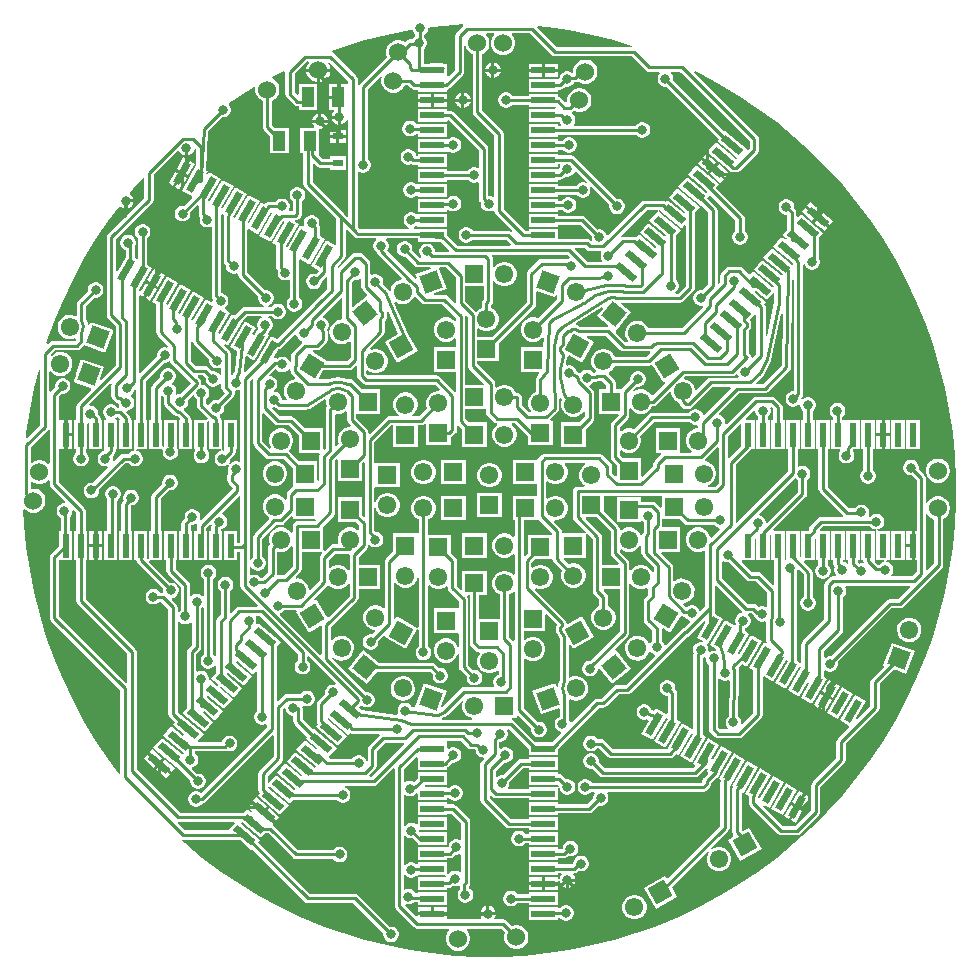
<source format=gtl>
G04*
G04 #@! TF.GenerationSoftware,Altium Limited,Altium Designer,23.1.1 (15)*
G04*
G04 Layer_Physical_Order=1*
G04 Layer_Color=255*
%FSLAX25Y25*%
%MOIN*%
G70*
G04*
G04 #@! TF.SameCoordinates,E577C847-9A66-4E46-B091-F4B90C46239D*
G04*
G04*
G04 #@! TF.FilePolarity,Positive*
G04*
G01*
G75*
%ADD29R,0.04156X0.06528*%
%ADD30R,0.03268X0.02480*%
%ADD31R,0.07874X0.02362*%
%ADD32R,0.02362X0.07874*%
G04:AMPARAMS|DCode=33|XSize=78.74mil|YSize=23.62mil|CornerRadius=0mil|HoleSize=0mil|Usage=FLASHONLY|Rotation=60.000|XOffset=0mil|YOffset=0mil|HoleType=Round|Shape=Rectangle|*
%AMROTATEDRECTD33*
4,1,4,-0.00946,-0.04000,-0.02991,-0.02819,0.00946,0.04000,0.02991,0.02819,-0.00946,-0.04000,0.0*
%
%ADD33ROTATEDRECTD33*%

G04:AMPARAMS|DCode=34|XSize=78.74mil|YSize=23.62mil|CornerRadius=0mil|HoleSize=0mil|Usage=FLASHONLY|Rotation=320.000|XOffset=0mil|YOffset=0mil|HoleType=Round|Shape=Rectangle|*
%AMROTATEDRECTD34*
4,1,4,-0.03775,0.01626,-0.02257,0.03435,0.03775,-0.01626,0.02257,-0.03435,-0.03775,0.01626,0.0*
%
%ADD34ROTATEDRECTD34*%

%ADD49C,0.01000*%
%ADD50C,0.01000*%
%ADD51C,0.06102*%
%ADD52P,0.08630X4X245.0*%
%ADD53C,0.06000*%
%ADD54R,0.06102X0.06102*%
%ADD55P,0.08630X4X115.0*%
%ADD56P,0.08630X4X255.0*%
%ADD57R,0.06102X0.06102*%
%ADD58P,0.08630X4X103.0*%
%ADD59P,0.08630X4X84.0*%
%ADD60P,0.08630X4X195.0*%
%ADD61P,0.08630X4X205.0*%
%ADD62P,0.08630X4X186.0*%
%ADD63P,0.08630X4X167.0*%
%ADD64C,0.03150*%
G36*
X-25399Y153006D02*
X-25060Y152419D01*
X-24779Y152138D01*
Y151234D01*
X-25081Y151060D01*
X-25560Y150581D01*
X-25741Y150268D01*
X-26575D01*
X-27160Y150152D01*
X-27656Y149820D01*
X-28191Y149285D01*
X-28956Y149727D01*
X-29973Y150000D01*
X-31027D01*
X-32044Y149727D01*
X-32956Y149201D01*
X-33701Y148456D01*
X-34227Y147544D01*
X-34500Y146527D01*
Y145473D01*
X-34227Y144456D01*
X-34220Y144443D01*
X-43181Y135481D01*
X-43471Y135049D01*
X-43717Y135050D01*
X-43971Y135132D01*
Y137000D01*
X-44087Y137585D01*
X-44419Y138081D01*
X-51919Y145581D01*
X-52384Y145892D01*
X-52410Y146050D01*
X-52396Y146419D01*
X-48796Y147707D01*
X-41489Y149924D01*
X-34083Y151779D01*
X-26595Y153269D01*
X-25513Y153429D01*
X-25399Y153006D01*
D02*
G37*
G36*
X19042Y154389D02*
X26595Y153269D01*
X34083Y151779D01*
X41489Y149924D01*
X47405Y148129D01*
X47330Y147629D01*
X22433D01*
X15831Y154232D01*
X16045Y154684D01*
X19042Y154389D01*
D02*
G37*
G36*
X20719Y145019D02*
X21215Y144687D01*
X21800Y144571D01*
X47466D01*
X52219Y139819D01*
X52715Y139487D01*
X53300Y139371D01*
X56645D01*
X56852Y138871D01*
X56562Y138581D01*
X56223Y137994D01*
X56048Y137339D01*
Y136661D01*
X56223Y136006D01*
X56562Y135419D01*
X57042Y134940D01*
X57629Y134601D01*
X58284Y134425D01*
X58962D01*
X59019Y134441D01*
X76356Y117104D01*
X75818Y116463D01*
X78718Y114030D01*
X78819Y113879D01*
X79206Y113620D01*
X82481Y110872D01*
X82410Y110279D01*
X82275Y110212D01*
X75408Y115974D01*
X72604Y112633D01*
X80168Y106286D01*
X80201Y106325D01*
X80557Y106087D01*
X81143Y105971D01*
X82300D01*
X82885Y106087D01*
X83381Y106419D01*
X89381Y112419D01*
X89713Y112915D01*
X89829Y113500D01*
Y116900D01*
X89713Y117485D01*
X89381Y117981D01*
X68078Y139285D01*
X68366Y139694D01*
X69941Y138949D01*
X76675Y135350D01*
X83223Y131424D01*
X89572Y127182D01*
X95705Y122634D01*
X101607Y117790D01*
X107264Y112663D01*
X112663Y107264D01*
X117790Y101607D01*
X122634Y95705D01*
X127182Y89572D01*
X131424Y83223D01*
X135350Y76675D01*
X138949Y69941D01*
X142213Y63039D01*
X145135Y55985D01*
X147707Y48796D01*
X149924Y41489D01*
X151779Y34083D01*
X153269Y26595D01*
X154389Y19042D01*
X155137Y11444D01*
X155512Y3818D01*
Y-0D01*
Y-3818D01*
X155137Y-11444D01*
X154389Y-19042D01*
X153269Y-26595D01*
X151779Y-34083D01*
X149924Y-41489D01*
X147707Y-48796D01*
X145135Y-55985D01*
X142213Y-63039D01*
X138949Y-69941D01*
X135350Y-76675D01*
X131424Y-83223D01*
X127182Y-89572D01*
X122634Y-95705D01*
X117790Y-101607D01*
X112663Y-107264D01*
X107264Y-112663D01*
X101607Y-117790D01*
X95705Y-122634D01*
X89572Y-127182D01*
X83223Y-131424D01*
X76675Y-135350D01*
X69941Y-138949D01*
X63039Y-142213D01*
X55985Y-145135D01*
X48796Y-147707D01*
X41489Y-149924D01*
X34083Y-151779D01*
X26595Y-153269D01*
X19042Y-154389D01*
X11444Y-155137D01*
X3818Y-155512D01*
X-3818D01*
X-11444Y-155137D01*
X-19042Y-154389D01*
X-26595Y-153269D01*
X-34083Y-151779D01*
X-41489Y-149924D01*
X-48796Y-147707D01*
X-55985Y-145135D01*
X-63039Y-142213D01*
X-69941Y-138949D01*
X-76675Y-135350D01*
X-83223Y-131424D01*
X-89572Y-127182D01*
X-95705Y-122634D01*
X-101607Y-117790D01*
X-102589Y-116900D01*
X-102356Y-116437D01*
X-102090Y-116490D01*
X-83281D01*
X-79330Y-119805D01*
X-79330D01*
X-79042Y-119792D01*
X-61652Y-137181D01*
X-61156Y-137513D01*
X-60571Y-137629D01*
X-45434D01*
X-35359Y-147704D01*
X-35375Y-147761D01*
Y-148439D01*
X-35199Y-149094D01*
X-34860Y-149681D01*
X-34381Y-150160D01*
X-33794Y-150499D01*
X-33139Y-150675D01*
X-32461D01*
X-31806Y-150499D01*
X-31219Y-150160D01*
X-30740Y-149681D01*
X-30401Y-149094D01*
X-30225Y-148439D01*
Y-147761D01*
X-30401Y-147106D01*
X-30740Y-146519D01*
X-31219Y-146040D01*
X-31806Y-145701D01*
X-32461Y-145525D01*
X-33139D01*
X-33196Y-145541D01*
X-43719Y-135019D01*
X-44215Y-134687D01*
X-44800Y-134571D01*
X-59937D01*
X-77219Y-117289D01*
X-76526Y-116463D01*
X-82681Y-111299D01*
X-82562Y-110746D01*
X-82401Y-110701D01*
X-80784Y-112058D01*
X-80681Y-112212D01*
X-80285Y-112476D01*
X-76116Y-115974D01*
X-74821Y-114431D01*
X-73632D01*
X-65581Y-122481D01*
X-65085Y-122813D01*
X-64500Y-122929D01*
X-52062D01*
X-52033Y-122981D01*
X-51553Y-123460D01*
X-50966Y-123799D01*
X-50311Y-123975D01*
X-49633D01*
X-48978Y-123799D01*
X-48391Y-123460D01*
X-47912Y-122981D01*
X-47573Y-122394D01*
X-47397Y-121739D01*
Y-121061D01*
X-47573Y-120406D01*
X-47912Y-119819D01*
X-48391Y-119340D01*
X-48978Y-119001D01*
X-49633Y-118825D01*
X-50311D01*
X-50966Y-119001D01*
X-51553Y-119340D01*
X-52033Y-119819D01*
X-52062Y-119871D01*
X-63867D01*
X-71917Y-111820D01*
X-72063Y-111723D01*
X-72134Y-111228D01*
X-71822Y-110856D01*
X-75604Y-107683D01*
X-79386Y-104509D01*
X-80467Y-105797D01*
X-79250Y-106818D01*
X-79405Y-107340D01*
X-79593Y-107363D01*
X-80876Y-106286D01*
X-81899Y-107504D01*
X-82069Y-107471D01*
X-103067D01*
X-117621Y-92917D01*
Y-54031D01*
X-117737Y-53446D01*
X-118069Y-52950D01*
X-134652Y-36367D01*
Y-23441D01*
X-134000D01*
Y-13567D01*
X-134652D01*
Y-6900D01*
X-134768Y-6315D01*
X-135100Y-5819D01*
X-143571Y2653D01*
Y13153D01*
X-143362Y13567D01*
X-143071Y13567D01*
X-141681D01*
Y18504D01*
Y23441D01*
X-143071D01*
X-143362Y23441D01*
X-143571Y23855D01*
Y31223D01*
X-142652Y32141D01*
X-142595Y32125D01*
X-141917D01*
X-141262Y32301D01*
X-140675Y32640D01*
X-140196Y33119D01*
X-139857Y33706D01*
X-139681Y34361D01*
Y35039D01*
X-139857Y35694D01*
X-140196Y36281D01*
X-140675Y36760D01*
X-141262Y37099D01*
X-141917Y37275D01*
X-142595D01*
X-143250Y37099D01*
X-143837Y36760D01*
X-144316Y36281D01*
X-144655Y35694D01*
X-144831Y35039D01*
Y34361D01*
X-144815Y34304D01*
X-146181Y32937D01*
X-146226Y32870D01*
X-146726Y33022D01*
Y39361D01*
X-146226Y39543D01*
X-145761Y38987D01*
X-144887Y38375D01*
X-143884Y38011D01*
X-142822Y37918D01*
X-141771Y38103D01*
X-140805Y38554D01*
X-139987Y39239D01*
X-139375Y40113D01*
X-139011Y41116D01*
X-138918Y42178D01*
X-139103Y43229D01*
X-139554Y44196D01*
X-140239Y45013D01*
X-141113Y45625D01*
X-142116Y45989D01*
X-143178Y46082D01*
X-144229Y45897D01*
X-145195Y45446D01*
X-145911Y44846D01*
X-146293Y44904D01*
X-146462Y44991D01*
X-146478Y45059D01*
X-144867Y46671D01*
X-137500D01*
X-136915Y46787D01*
X-136419Y47119D01*
X-135154Y48383D01*
X-128079Y45807D01*
X-125308Y53421D01*
X-132921Y56192D01*
X-133368Y54966D01*
X-133877Y55030D01*
X-133933Y55606D01*
X-134279Y56747D01*
X-134471Y57105D01*
Y61340D01*
X-131696Y64115D01*
X-131638Y64100D01*
X-130960D01*
X-130305Y64275D01*
X-129718Y64614D01*
X-129239Y65094D01*
X-128900Y65681D01*
X-128724Y66336D01*
Y67014D01*
X-128900Y67669D01*
X-129239Y68256D01*
X-129718Y68735D01*
X-130305Y69074D01*
X-130960Y69250D01*
X-131638D01*
X-132293Y69074D01*
X-132880Y68735D01*
X-133360Y68256D01*
X-133698Y67669D01*
X-133874Y67014D01*
Y66336D01*
X-133859Y66278D01*
X-137081Y63055D01*
X-137413Y62559D01*
X-137529Y61974D01*
Y58249D01*
X-137973Y58018D01*
X-138010Y58045D01*
X-139013Y58410D01*
X-140075Y58502D01*
X-141126Y58317D01*
X-142093Y57866D01*
X-142910Y57181D01*
X-143521Y56307D01*
X-143886Y55305D01*
X-143979Y54242D01*
X-143794Y53192D01*
X-143343Y52225D01*
X-142658Y51408D01*
X-141784Y50796D01*
X-140781Y50431D01*
X-139719Y50338D01*
X-138668Y50523D01*
X-138335Y50679D01*
X-137813Y50374D01*
X-137784Y50078D01*
X-138134Y49729D01*
X-145500D01*
X-146085Y49613D01*
X-146581Y49281D01*
X-147248Y48615D01*
X-147670Y48900D01*
X-145135Y55985D01*
X-142213Y63039D01*
X-138949Y69941D01*
X-135350Y76675D01*
X-131424Y83223D01*
X-127182Y89572D01*
X-123579Y94431D01*
X-122921Y94479D01*
X-122781Y94340D01*
X-122194Y94001D01*
X-121700Y93868D01*
Y96400D01*
X-121200D01*
Y96900D01*
X-118668D01*
X-118801Y97394D01*
X-119140Y97981D01*
X-119619Y98460D01*
X-119796Y98562D01*
X-119885Y99054D01*
X-117790Y101607D01*
X-115496Y104138D01*
X-115029Y103958D01*
Y97359D01*
X-127081Y85307D01*
X-127413Y84811D01*
X-127529Y84225D01*
Y58252D01*
X-127413Y57667D01*
X-127081Y57171D01*
X-124529Y54619D01*
Y41734D01*
X-129396Y36867D01*
X-129817Y37136D01*
X-128410Y41001D01*
X-136024Y43772D01*
X-138795Y36158D01*
X-132861Y33999D01*
X-132753Y33510D01*
X-137262Y29000D01*
X-137594Y28504D01*
X-137710Y27919D01*
Y23441D01*
X-138362D01*
Y13567D01*
X-137710D01*
Y12590D01*
X-137762Y12560D01*
X-138241Y12081D01*
X-138580Y11494D01*
X-138756Y10839D01*
Y10161D01*
X-138580Y9506D01*
X-138241Y8919D01*
X-137762Y8440D01*
X-137175Y8101D01*
X-136520Y7925D01*
X-135842D01*
X-135187Y8101D01*
X-134600Y8440D01*
X-134121Y8919D01*
X-133782Y9506D01*
X-133606Y10161D01*
Y10839D01*
X-133782Y11494D01*
X-134121Y12081D01*
X-134600Y12560D01*
X-134652Y12590D01*
Y13567D01*
X-134000D01*
Y22201D01*
X-133500Y22512D01*
X-133362Y22444D01*
Y13567D01*
X-129000D01*
Y23441D01*
X-129652D01*
Y23921D01*
X-129768Y24507D01*
X-130100Y25003D01*
X-130425Y25328D01*
Y25839D01*
X-130601Y26494D01*
X-130940Y27081D01*
X-131419Y27560D01*
X-132006Y27899D01*
X-132661Y28075D01*
X-133155D01*
X-133379Y28558D01*
X-126440Y35497D01*
X-125980Y35250D01*
X-126029Y35000D01*
Y31348D01*
X-126029Y31348D01*
X-126029Y31348D01*
X-125969Y31043D01*
X-125913Y30763D01*
X-125913Y30763D01*
X-125913Y30763D01*
X-125741Y30506D01*
X-125581Y30267D01*
X-125581Y30267D01*
X-125581Y30267D01*
X-124874Y29560D01*
X-124635Y29400D01*
X-124378Y29228D01*
X-124378Y29228D01*
X-124378Y29228D01*
X-124098Y29173D01*
X-123872Y29128D01*
X-123575Y28830D01*
Y28661D01*
X-123399Y28006D01*
X-123364Y27946D01*
X-123606Y27527D01*
X-124081D01*
X-124132Y27616D01*
X-124612Y28095D01*
X-125199Y28435D01*
X-125854Y28610D01*
X-126532D01*
X-127187Y28435D01*
X-127774Y28095D01*
X-128253Y27616D01*
X-128592Y27029D01*
X-128768Y26374D01*
Y25696D01*
X-128592Y25041D01*
X-128253Y24454D01*
X-127774Y23975D01*
X-127715Y23941D01*
X-127849Y23441D01*
X-128362D01*
Y13567D01*
X-128362D01*
X-128339Y13077D01*
X-128339Y13075D01*
X-128994Y12899D01*
X-129581Y12560D01*
X-130060Y12081D01*
X-130399Y11494D01*
X-130575Y10839D01*
Y10161D01*
X-130399Y9506D01*
X-130060Y8919D01*
X-129581Y8440D01*
X-128994Y8101D01*
X-128339Y7925D01*
X-127661D01*
X-127366Y8004D01*
X-127107Y7556D01*
X-132203Y2460D01*
X-132354Y2500D01*
X-133032D01*
X-133687Y2324D01*
X-134274Y1986D01*
X-134753Y1506D01*
X-135092Y919D01*
X-135268Y264D01*
Y-414D01*
X-135092Y-1069D01*
X-134753Y-1656D01*
X-134274Y-2135D01*
X-133687Y-2474D01*
X-133032Y-2650D01*
X-132354D01*
X-131699Y-2474D01*
X-131112Y-2135D01*
X-130632Y-1656D01*
X-130294Y-1069D01*
X-130118Y-414D01*
Y219D01*
X-121331Y9006D01*
X-120283D01*
X-120253Y8954D01*
X-119774Y8475D01*
X-119187Y8136D01*
X-118532Y7960D01*
X-117854D01*
X-117199Y8136D01*
X-116612Y8475D01*
X-116132Y8954D01*
X-115794Y9541D01*
X-115618Y10196D01*
Y10874D01*
X-115794Y11529D01*
X-116132Y12116D01*
X-116612Y12596D01*
X-117199Y12934D01*
X-117693Y13067D01*
X-117628Y13567D01*
X-114000D01*
Y23441D01*
X-114652D01*
Y36467D01*
X-108578Y42541D01*
X-108520Y42525D01*
X-107842D01*
X-107187Y42701D01*
X-107000Y42809D01*
X-106520Y42921D01*
X-106337Y42649D01*
X-106188Y42425D01*
X-99387Y35624D01*
X-102936Y32075D01*
X-103339D01*
X-103994Y31899D01*
X-104162Y31802D01*
X-104235Y31837D01*
X-104563Y32148D01*
X-104425Y32661D01*
Y33339D01*
X-104601Y33994D01*
X-104940Y34581D01*
X-105419Y35060D01*
X-105771Y35264D01*
X-105780Y35835D01*
X-105600Y35940D01*
X-105121Y36419D01*
X-104782Y37006D01*
X-104606Y37661D01*
Y38339D01*
X-104782Y38994D01*
X-105121Y39581D01*
X-105600Y40060D01*
X-106187Y40399D01*
X-106842Y40575D01*
X-107520D01*
X-108175Y40399D01*
X-108762Y40060D01*
X-109241Y39581D01*
X-109580Y38994D01*
X-109756Y38339D01*
Y37661D01*
X-109740Y37604D01*
X-112262Y35081D01*
X-112594Y34585D01*
X-112710Y34000D01*
Y23441D01*
X-113362D01*
Y13567D01*
X-109266D01*
X-108868Y13122D01*
X-108908Y12972D01*
Y12294D01*
X-108732Y11639D01*
X-108393Y11052D01*
X-107914Y10573D01*
X-107327Y10234D01*
X-106672Y10058D01*
X-105994D01*
X-105339Y10234D01*
X-104752Y10573D01*
X-104273Y11052D01*
X-103934Y11639D01*
X-103758Y12294D01*
Y12972D01*
X-103934Y13627D01*
X-104000Y13742D01*
Y23441D01*
X-108362D01*
Y14506D01*
X-108500Y14384D01*
X-109000Y14609D01*
Y23441D01*
X-109652D01*
Y31443D01*
X-109152Y31577D01*
X-109060Y31419D01*
X-108581Y30940D01*
X-108529Y30910D01*
Y29152D01*
X-108413Y28566D01*
X-108081Y28070D01*
X-105014Y25002D01*
X-104517Y24671D01*
X-103963Y24561D01*
X-103210Y23808D01*
X-103362Y23441D01*
X-103362D01*
Y13567D01*
X-99000D01*
Y23441D01*
X-99652D01*
Y23941D01*
X-99706Y24213D01*
X-99768Y24526D01*
X-99768Y24526D01*
X-99768Y24526D01*
X-99896Y24718D01*
X-100100Y25022D01*
X-101749Y26672D01*
X-101667Y27297D01*
X-101419Y27440D01*
X-100940Y27919D01*
X-100601Y28506D01*
X-100425Y29161D01*
Y29839D01*
X-100514Y30171D01*
X-98918Y31768D01*
X-98435Y31638D01*
X-98399Y31506D01*
X-98060Y30919D01*
X-97581Y30440D01*
X-97529Y30410D01*
Y28152D01*
X-97413Y27566D01*
X-97081Y27070D01*
X-93919Y23907D01*
X-93934Y23878D01*
X-94159Y23441D01*
X-94434Y23441D01*
X-98362D01*
Y13567D01*
X-98283D01*
X-98112Y13067D01*
X-98399Y12569D01*
X-98575Y11914D01*
Y11236D01*
X-98399Y10581D01*
X-98060Y9994D01*
X-97581Y9514D01*
X-96994Y9176D01*
X-96339Y9000D01*
X-95661D01*
X-95006Y9176D01*
X-94419Y9514D01*
X-93940Y9994D01*
X-93601Y10581D01*
X-93425Y11236D01*
Y11914D01*
X-93601Y12569D01*
X-93910Y13104D01*
X-94000Y13567D01*
X-94000Y13567D01*
X-94000Y13567D01*
Y22852D01*
X-93759Y23049D01*
X-93500Y23132D01*
X-93362Y23048D01*
Y13567D01*
X-89358D01*
X-89339Y13075D01*
X-89994Y12899D01*
X-90581Y12560D01*
X-91060Y12081D01*
X-91399Y11494D01*
X-91575Y10839D01*
Y10161D01*
X-91399Y9506D01*
X-91060Y8919D01*
X-90581Y8440D01*
X-89994Y8101D01*
X-89339Y7925D01*
X-88661D01*
X-88006Y8101D01*
X-87419Y8440D01*
X-87123Y8735D01*
X-86723Y8428D01*
X-86974Y7994D01*
X-87150Y7339D01*
Y6661D01*
X-87000Y6104D01*
X-87082Y5982D01*
X-87228Y5763D01*
X-87228Y5763D01*
X-87228Y5763D01*
X-87291Y5446D01*
X-87345Y5178D01*
Y3224D01*
X-87228Y2639D01*
X-86897Y2143D01*
X-85529Y776D01*
Y482D01*
X-96112Y-10100D01*
X-96560Y-9841D01*
X-96425Y-9339D01*
Y-8661D01*
X-96601Y-8006D01*
X-96940Y-7419D01*
X-97419Y-6940D01*
X-98006Y-6601D01*
X-98661Y-6425D01*
X-99339D01*
X-99994Y-6601D01*
X-100581Y-6940D01*
X-101060Y-7419D01*
X-101399Y-8006D01*
X-101575Y-8661D01*
Y-9339D01*
X-101559Y-9397D01*
X-102262Y-10100D01*
X-102594Y-10596D01*
X-102710Y-11181D01*
Y-13567D01*
X-103362D01*
Y-23441D01*
X-99000D01*
Y-13567D01*
X-99652D01*
Y-11946D01*
X-99339Y-11575D01*
X-98661D01*
X-98006Y-11399D01*
X-97754Y-11254D01*
X-97630Y-11320D01*
X-97352Y-11599D01*
X-97445Y-12067D01*
Y-13567D01*
X-98362D01*
Y-23441D01*
X-94000D01*
Y-13567D01*
X-94386D01*
Y-12700D01*
X-93269Y-11583D01*
X-92619Y-11641D01*
X-92594Y-11677D01*
X-92710Y-12263D01*
Y-13567D01*
X-93362D01*
Y-23441D01*
X-89000D01*
Y-13567D01*
X-89652D01*
Y-13072D01*
X-89006Y-12899D01*
X-88419Y-12560D01*
X-87940Y-12081D01*
X-87601Y-11494D01*
X-87425Y-10839D01*
Y-10161D01*
X-87601Y-9506D01*
X-87940Y-8919D01*
X-88419Y-8440D01*
X-89006Y-8101D01*
X-89138Y-8065D01*
X-89268Y-7582D01*
X-83491Y-1806D01*
X-83029Y-1997D01*
Y-17367D01*
X-83134Y-17471D01*
X-84000D01*
Y-13567D01*
X-88362D01*
Y-23441D01*
X-84000D01*
Y-20529D01*
X-83029D01*
Y-32000D01*
X-82913Y-32585D01*
X-82581Y-33081D01*
X-77217Y-38446D01*
X-77408Y-38908D01*
X-83390D01*
X-83975Y-39024D01*
X-84471Y-39356D01*
X-86009Y-40894D01*
X-86471Y-40702D01*
Y-33590D01*
X-86419Y-33560D01*
X-85940Y-33081D01*
X-85601Y-32494D01*
X-85425Y-31839D01*
Y-31161D01*
X-85601Y-30506D01*
X-85940Y-29919D01*
X-86419Y-29440D01*
X-87006Y-29101D01*
X-87661Y-28925D01*
X-88339D01*
X-88994Y-29101D01*
X-89581Y-29440D01*
X-90060Y-29919D01*
X-90399Y-30506D01*
X-90575Y-31161D01*
Y-31839D01*
X-90399Y-32494D01*
X-90060Y-33081D01*
X-89581Y-33560D01*
X-89529Y-33590D01*
Y-41586D01*
X-90705Y-42761D01*
X-90705Y-42761D01*
X-90705Y-42762D01*
X-90837Y-42958D01*
X-91037Y-43258D01*
X-91037Y-43258D01*
X-91037Y-43258D01*
X-91101Y-43581D01*
X-91153Y-43843D01*
X-91153Y-43843D01*
X-91153Y-43843D01*
Y-55162D01*
X-91590Y-55303D01*
X-91653Y-55305D01*
X-92119Y-54840D01*
X-92171Y-54810D01*
Y-29590D01*
X-92119Y-29560D01*
X-91640Y-29081D01*
X-91301Y-28494D01*
X-91125Y-27839D01*
Y-27161D01*
X-91301Y-26506D01*
X-91640Y-25919D01*
X-92119Y-25440D01*
X-92706Y-25101D01*
X-93361Y-24925D01*
X-94039D01*
X-94694Y-25101D01*
X-95281Y-25440D01*
X-95760Y-25919D01*
X-96099Y-26506D01*
X-96275Y-27161D01*
Y-27839D01*
X-96099Y-28494D01*
X-95760Y-29081D01*
X-95281Y-29560D01*
X-95229Y-29590D01*
Y-35197D01*
X-95729Y-35404D01*
X-96019Y-35114D01*
X-96606Y-34776D01*
X-97261Y-34600D01*
X-97939D01*
X-98594Y-34776D01*
X-99181Y-35114D01*
X-99371Y-35304D01*
X-99871Y-35097D01*
Y-31581D01*
X-99987Y-30996D01*
X-100319Y-30500D01*
X-104652Y-26166D01*
Y-23441D01*
X-104000D01*
Y-13567D01*
X-108362D01*
Y-23441D01*
X-107710D01*
Y-26800D01*
X-107594Y-27385D01*
X-107262Y-27881D01*
X-102929Y-32214D01*
Y-40010D01*
X-102981Y-40040D01*
X-103460Y-40519D01*
X-103471Y-40537D01*
X-103971Y-40403D01*
Y-39100D01*
X-104087Y-38515D01*
X-104419Y-38019D01*
X-105962Y-36475D01*
X-105761Y-35975D01*
X-105106Y-35799D01*
X-104519Y-35460D01*
X-104040Y-34981D01*
X-103701Y-34394D01*
X-103525Y-33739D01*
Y-33061D01*
X-103701Y-32406D01*
X-104040Y-31819D01*
X-104519Y-31340D01*
X-105106Y-31001D01*
X-105761Y-30825D01*
X-106439D01*
X-106497Y-30841D01*
X-113420Y-23917D01*
X-113189Y-23441D01*
X-112934Y-23441D01*
X-109000D01*
Y-13567D01*
X-109652D01*
Y-2815D01*
X-106896Y-59D01*
X-106839Y-75D01*
X-106161D01*
X-105506Y101D01*
X-104919Y440D01*
X-104440Y919D01*
X-104101Y1506D01*
X-103925Y2161D01*
Y2839D01*
X-104101Y3494D01*
X-104440Y4081D01*
X-104919Y4560D01*
X-105506Y4899D01*
X-106161Y5075D01*
X-106839D01*
X-107494Y4899D01*
X-108081Y4560D01*
X-108560Y4081D01*
X-108899Y3494D01*
X-109075Y2839D01*
Y2161D01*
X-109059Y2104D01*
X-112262Y-1100D01*
X-112594Y-1596D01*
X-112710Y-2181D01*
Y-13567D01*
X-113362D01*
Y-22831D01*
X-113657Y-23054D01*
X-113862Y-23108D01*
X-114000Y-23022D01*
Y-13567D01*
X-118362D01*
Y-23441D01*
X-117686D01*
X-117594Y-23904D01*
X-117262Y-24400D01*
X-108659Y-33004D01*
X-108675Y-33061D01*
Y-33685D01*
X-108725Y-33802D01*
X-109083Y-34145D01*
X-109809D01*
X-109940Y-33919D01*
X-110419Y-33440D01*
X-111006Y-33101D01*
X-111661Y-32925D01*
X-112339D01*
X-112994Y-33101D01*
X-113581Y-33440D01*
X-114060Y-33919D01*
X-114399Y-34506D01*
X-114575Y-35161D01*
Y-35839D01*
X-114399Y-36494D01*
X-114060Y-37081D01*
X-113581Y-37560D01*
X-112994Y-37899D01*
X-112339Y-38075D01*
X-111661D01*
X-111006Y-37899D01*
X-110419Y-37560D01*
X-110063Y-37204D01*
X-109559D01*
X-107029Y-39733D01*
Y-74600D01*
X-106913Y-75185D01*
X-106581Y-75681D01*
X-104910Y-77353D01*
X-105602Y-78179D01*
X-101916Y-81272D01*
X-102067Y-81798D01*
X-102252Y-81823D01*
X-106012Y-78667D01*
X-108816Y-82009D01*
X-101950Y-87771D01*
X-101988Y-87918D01*
X-102553Y-88097D01*
X-109226Y-82498D01*
X-112030Y-85839D01*
X-104466Y-92186D01*
X-104466D01*
X-104177Y-92173D01*
X-99696Y-96655D01*
X-99711Y-96713D01*
Y-97391D01*
X-99536Y-98046D01*
X-99197Y-98633D01*
X-98717Y-99112D01*
X-98130Y-99451D01*
X-97475Y-99627D01*
X-96797D01*
X-96142Y-99451D01*
X-95555Y-99112D01*
X-95076Y-98633D01*
X-94737Y-98046D01*
X-94561Y-97391D01*
Y-96713D01*
X-94737Y-96058D01*
X-95076Y-95471D01*
X-95555Y-94991D01*
X-96142Y-94652D01*
X-96797Y-94477D01*
X-97475D01*
X-97533Y-94492D01*
X-99181Y-92844D01*
X-99032Y-92286D01*
X-98706Y-92199D01*
X-98119Y-91860D01*
X-97640Y-91381D01*
X-97301Y-90794D01*
X-97125Y-90139D01*
Y-89461D01*
X-97301Y-88806D01*
X-97640Y-88219D01*
X-98119Y-87740D01*
X-98159Y-87717D01*
Y-87029D01*
X-88261D01*
X-87675Y-86913D01*
X-87531Y-86816D01*
X-86939Y-86975D01*
X-86261D01*
X-85606Y-86799D01*
X-85019Y-86460D01*
X-84540Y-85981D01*
X-84201Y-85394D01*
X-84025Y-84739D01*
Y-84061D01*
X-84201Y-83406D01*
X-84540Y-82819D01*
X-85019Y-82340D01*
X-85606Y-82001D01*
X-86261Y-81825D01*
X-86939D01*
X-87594Y-82001D01*
X-88181Y-82340D01*
X-88660Y-82819D01*
X-88999Y-83406D01*
X-89151Y-83971D01*
X-96981D01*
X-97192Y-83517D01*
X-95235Y-81184D01*
X-102798Y-74837D01*
X-102798D01*
X-103087Y-74850D01*
X-103971Y-73966D01*
Y-43797D01*
X-103471Y-43663D01*
X-103460Y-43681D01*
X-102981Y-44160D01*
X-102394Y-44499D01*
X-101739Y-44675D01*
X-101061D01*
X-100406Y-44499D01*
X-99819Y-44160D01*
X-99629Y-43971D01*
X-99129Y-44178D01*
Y-51666D01*
X-100381Y-52919D01*
X-100713Y-53415D01*
X-100829Y-54000D01*
Y-72491D01*
X-102388Y-74349D01*
X-94824Y-80695D01*
X-92020Y-77354D01*
X-95611Y-74341D01*
X-95483Y-73795D01*
X-95317Y-73755D01*
X-91610Y-76866D01*
X-88806Y-73524D01*
X-94333Y-68887D01*
X-94312Y-68724D01*
X-93783Y-68516D01*
X-88396Y-73035D01*
X-85592Y-69693D01*
X-90303Y-65741D01*
X-90002Y-65341D01*
X-89792Y-65481D01*
X-89568Y-65526D01*
X-85183Y-69205D01*
X-82379Y-65863D01*
X-87733Y-61371D01*
X-87712Y-61208D01*
X-87182Y-61000D01*
X-81969Y-65375D01*
X-79165Y-62033D01*
X-84599Y-57473D01*
X-84585Y-57305D01*
X-84066Y-57087D01*
X-78755Y-61545D01*
X-77799Y-60406D01*
X-77329Y-60577D01*
Y-73610D01*
X-77381Y-73640D01*
X-77860Y-74119D01*
X-78199Y-74706D01*
X-78375Y-75361D01*
Y-76039D01*
X-78199Y-76694D01*
X-77860Y-77281D01*
X-77381Y-77760D01*
X-76794Y-78099D01*
X-76139Y-78275D01*
X-75461D01*
X-74806Y-78099D01*
X-74529Y-77939D01*
X-74029Y-78228D01*
Y-78966D01*
X-96161Y-101098D01*
X-96319Y-100940D01*
X-96906Y-100601D01*
X-97561Y-100425D01*
X-98239D01*
X-98894Y-100601D01*
X-99481Y-100940D01*
X-99960Y-101419D01*
X-100299Y-102006D01*
X-100475Y-102661D01*
Y-103339D01*
X-100299Y-103994D01*
X-99960Y-104581D01*
X-99481Y-105060D01*
X-98894Y-105399D01*
X-98239Y-105575D01*
X-97561D01*
X-96906Y-105399D01*
X-96319Y-105060D01*
X-95840Y-104581D01*
X-95798Y-104509D01*
X-95315Y-104413D01*
X-94819Y-104081D01*
X-72391Y-81654D01*
X-71929Y-81846D01*
Y-88766D01*
X-76581Y-93419D01*
X-76913Y-93915D01*
X-77029Y-94500D01*
Y-99949D01*
X-76913Y-100534D01*
X-76581Y-101030D01*
X-76519Y-101093D01*
X-77253Y-101967D01*
X-69689Y-108314D01*
X-66885Y-104972D01*
X-73733Y-99226D01*
X-73712Y-99063D01*
X-73182Y-98855D01*
X-66475Y-104484D01*
X-65338Y-103129D01*
X-50990D01*
X-50960Y-103181D01*
X-50481Y-103660D01*
X-49894Y-103999D01*
X-49239Y-104175D01*
X-48561D01*
X-47906Y-103999D01*
X-47319Y-103660D01*
X-46840Y-103181D01*
X-46501Y-102594D01*
X-46325Y-101939D01*
Y-101261D01*
X-46501Y-100606D01*
X-46840Y-100019D01*
X-47319Y-99540D01*
X-47906Y-99201D01*
X-48172Y-99129D01*
X-48106Y-98629D01*
X-38600D01*
X-38015Y-98513D01*
X-37519Y-98181D01*
X-32120Y-92783D01*
X-31620Y-92990D01*
Y-138509D01*
X-31504Y-139094D01*
X-31172Y-139591D01*
X-25081Y-145681D01*
X-24585Y-146013D01*
X-24000Y-146129D01*
X-13493D01*
X-13286Y-146629D01*
X-13701Y-147044D01*
X-14227Y-147956D01*
X-14500Y-148973D01*
Y-150027D01*
X-14227Y-151044D01*
X-13701Y-151956D01*
X-12956Y-152701D01*
X-12044Y-153227D01*
X-11027Y-153500D01*
X-9973D01*
X-8956Y-153227D01*
X-8044Y-152701D01*
X-7299Y-151956D01*
X-6773Y-151044D01*
X-6500Y-150027D01*
Y-148973D01*
X-6773Y-147956D01*
X-7299Y-147044D01*
X-7714Y-146629D01*
X-7507Y-146129D01*
X3966D01*
X5280Y-147443D01*
X5273Y-147456D01*
X5000Y-148473D01*
Y-149527D01*
X5273Y-150544D01*
X5799Y-151456D01*
X6544Y-152201D01*
X7456Y-152727D01*
X8473Y-153000D01*
X9527D01*
X10544Y-152727D01*
X11456Y-152201D01*
X12201Y-151456D01*
X12727Y-150544D01*
X13000Y-149527D01*
Y-148473D01*
X12727Y-147456D01*
X12201Y-146544D01*
X11456Y-145799D01*
X10544Y-145273D01*
X9527Y-145000D01*
X8473D01*
X7456Y-145273D01*
X7443Y-145280D01*
X5681Y-143519D01*
X5185Y-143187D01*
X4600Y-143071D01*
X1917D01*
X1671Y-142571D01*
X1899Y-142175D01*
X2032Y-141681D01*
X-3032D01*
X-2899Y-142175D01*
X-2671Y-142571D01*
X-2917Y-143071D01*
X-14067D01*
Y-141681D01*
X-23941D01*
Y-141843D01*
X-24403Y-142034D01*
X-28030Y-138407D01*
X-27771Y-137959D01*
X-27339Y-138075D01*
X-26661D01*
X-26006Y-137899D01*
X-25419Y-137560D01*
X-25229Y-137370D01*
X-23941D01*
Y-138362D01*
X-14067D01*
Y-134000D01*
X-23941D01*
Y-134311D01*
X-24713D01*
X-24940Y-133919D01*
X-25419Y-133440D01*
X-26006Y-133101D01*
X-26661Y-132925D01*
X-27339D01*
X-27994Y-133101D01*
X-28128Y-133178D01*
X-28561Y-132928D01*
Y-128413D01*
X-28061Y-128279D01*
X-28060Y-128281D01*
X-27581Y-128760D01*
X-26994Y-129099D01*
X-26339Y-129275D01*
X-25661D01*
X-25006Y-129099D01*
X-24419Y-128760D01*
X-24306Y-128647D01*
X-23941Y-128362D01*
Y-128362D01*
X-23941Y-128362D01*
X-14745D01*
X-14428Y-128862D01*
X-14493Y-129000D01*
X-23941D01*
Y-133362D01*
X-14067D01*
Y-132515D01*
X-13567D01*
X-13290Y-132459D01*
X-12982Y-132398D01*
X-12982Y-132398D01*
X-12982Y-132398D01*
X-12751Y-132244D01*
X-12486Y-132067D01*
X-12355Y-131936D01*
X-11839Y-132075D01*
X-11161D01*
X-10506Y-131899D01*
X-10353Y-131811D01*
X-9853Y-132100D01*
Y-133212D01*
X-10060Y-133419D01*
X-10399Y-134006D01*
X-10575Y-134661D01*
Y-135339D01*
X-10399Y-135994D01*
X-10060Y-136581D01*
X-9581Y-137060D01*
X-8994Y-137399D01*
X-8339Y-137575D01*
X-7661D01*
X-7006Y-137399D01*
X-6419Y-137060D01*
X-5940Y-136581D01*
X-5601Y-135994D01*
X-5425Y-135339D01*
Y-134661D01*
X-5601Y-134006D01*
X-5940Y-133419D01*
X-6419Y-132940D01*
X-6795Y-132723D01*
Y-132034D01*
X-6512Y-131612D01*
X-6396Y-131026D01*
Y-110475D01*
X-6512Y-109889D01*
X-6844Y-109393D01*
X-11044Y-105193D01*
X-11540Y-104862D01*
X-12125Y-104745D01*
X-14067D01*
Y-104000D01*
X-23941D01*
Y-108362D01*
X-14067D01*
Y-107804D01*
X-12759D01*
X-9455Y-111108D01*
Y-116419D01*
X-9888Y-116669D01*
X-10006Y-116601D01*
X-10661Y-116425D01*
X-11339D01*
X-11994Y-116601D01*
X-12581Y-116940D01*
X-13060Y-117419D01*
X-13399Y-118006D01*
X-13575Y-118661D01*
Y-118981D01*
X-14067Y-119000D01*
Y-119000D01*
X-23941D01*
Y-123362D01*
X-14067D01*
Y-122710D01*
X-13181D01*
X-12596Y-122594D01*
X-12100Y-122262D01*
X-11396Y-121559D01*
X-11339Y-121575D01*
X-10661D01*
X-10006Y-121399D01*
X-9888Y-121331D01*
X-9455Y-121581D01*
Y-127251D01*
X-9693Y-127349D01*
X-9955Y-127419D01*
X-10506Y-127101D01*
X-11161Y-126925D01*
X-11839D01*
X-12494Y-127101D01*
X-13081Y-127440D01*
X-13560Y-127919D01*
X-13567Y-127930D01*
X-14067Y-127797D01*
Y-124000D01*
X-23941D01*
Y-124504D01*
X-24441Y-124627D01*
X-25006Y-124301D01*
X-25661Y-124125D01*
X-26339D01*
X-26994Y-124301D01*
X-27581Y-124640D01*
X-28060Y-125119D01*
X-28061Y-125121D01*
X-28561Y-124987D01*
Y-115213D01*
X-28061Y-115079D01*
X-28060Y-115081D01*
X-27581Y-115560D01*
X-26994Y-115899D01*
X-26339Y-116075D01*
X-25661D01*
X-25604Y-116059D01*
X-24400Y-117262D01*
X-23941Y-117569D01*
Y-118362D01*
X-14067D01*
Y-114000D01*
X-22951D01*
X-23425Y-113839D01*
Y-113362D01*
X-14067D01*
Y-109000D01*
X-23941D01*
Y-111264D01*
X-24176Y-111362D01*
X-24441Y-111427D01*
X-25006Y-111101D01*
X-25661Y-110925D01*
X-26339D01*
X-26994Y-111101D01*
X-27581Y-111440D01*
X-28060Y-111919D01*
X-28061Y-111921D01*
X-28561Y-111787D01*
Y-101787D01*
X-28151Y-101593D01*
X-28061Y-101572D01*
X-27494Y-101899D01*
X-26839Y-102075D01*
X-26161D01*
X-25506Y-101899D01*
X-24919Y-101560D01*
X-24441Y-101082D01*
X-24435Y-101082D01*
X-23941Y-101217D01*
Y-103362D01*
X-14067D01*
Y-102620D01*
X-13521D01*
X-13081Y-103060D01*
X-12494Y-103399D01*
X-11839Y-103575D01*
X-11161D01*
X-10506Y-103399D01*
X-9919Y-103060D01*
X-9440Y-102581D01*
X-9101Y-101994D01*
X-8925Y-101339D01*
Y-100661D01*
X-9101Y-100006D01*
X-9440Y-99419D01*
X-9919Y-98940D01*
X-10506Y-98601D01*
X-11161Y-98425D01*
X-11839D01*
X-12494Y-98601D01*
X-13081Y-98940D01*
X-13560Y-99419D01*
X-13567Y-99431D01*
X-14067Y-99297D01*
Y-99000D01*
X-21327D01*
X-21584Y-98500D01*
X-21486Y-98362D01*
X-14067D01*
Y-94000D01*
X-23941D01*
Y-96199D01*
X-25085Y-97344D01*
X-25506Y-97101D01*
X-26161Y-96925D01*
X-26839D01*
X-27494Y-97101D01*
X-28061Y-97428D01*
X-28151Y-97407D01*
X-28561Y-97213D01*
Y-93092D01*
X-24421Y-88951D01*
X-23941Y-89179D01*
Y-93362D01*
X-14067D01*
Y-92441D01*
X-13800Y-92262D01*
X-12397Y-90859D01*
X-12339Y-90875D01*
X-11661D01*
X-11006Y-90699D01*
X-10419Y-90360D01*
X-9940Y-89881D01*
X-9601Y-89294D01*
X-9425Y-88639D01*
Y-87961D01*
X-9601Y-87306D01*
X-9940Y-86719D01*
X-10419Y-86240D01*
X-11006Y-85901D01*
X-11661Y-85725D01*
X-12339D01*
X-12994Y-85901D01*
X-13581Y-86240D01*
X-14067Y-86019D01*
Y-84000D01*
X-14067D01*
X-13996Y-83529D01*
X-9608D01*
X-7156Y-85981D01*
X-6660Y-86313D01*
X-6075Y-86429D01*
X-4815D01*
X-4575Y-86670D01*
Y-86839D01*
X-4399Y-87494D01*
X-4060Y-88081D01*
X-3581Y-88560D01*
X-2994Y-88899D01*
X-2339Y-89075D01*
X-2145D01*
X-1938Y-89575D01*
X-2581Y-90219D01*
X-2913Y-90715D01*
X-3029Y-91300D01*
Y-103300D01*
X-2913Y-103885D01*
X-2581Y-104381D01*
X5300Y-112262D01*
X5796Y-112594D01*
X6381Y-112710D01*
X13067D01*
Y-113362D01*
X22941D01*
Y-109000D01*
X13067D01*
Y-109652D01*
X7015D01*
X29Y-102666D01*
Y-101946D01*
X491Y-101754D01*
X1000Y-102262D01*
X1496Y-102594D01*
X2081Y-102710D01*
X13067D01*
Y-103362D01*
X22941D01*
Y-99500D01*
X22941Y-99409D01*
X22957Y-99376D01*
X23416Y-99340D01*
X23431Y-99359D01*
X23425Y-99339D01*
X23425D01*
X23458Y-99461D01*
X23601Y-99994D01*
X23940Y-100581D01*
X24419Y-101060D01*
X25006Y-101399D01*
X25661Y-101575D01*
X26339D01*
X26994Y-101399D01*
X27581Y-101060D01*
X28060Y-100581D01*
X28399Y-99994D01*
X28575Y-99339D01*
Y-98661D01*
X28399Y-98006D01*
X28060Y-97419D01*
X27581Y-96940D01*
X26994Y-96601D01*
X26339Y-96425D01*
X25661D01*
X25604Y-96441D01*
X24262Y-95100D01*
X23766Y-94768D01*
X23181Y-94652D01*
X22941D01*
Y-94000D01*
X13067D01*
Y-98362D01*
X22817D01*
X23117Y-98646D01*
X23209Y-98792D01*
X23156Y-98966D01*
X23147Y-98984D01*
X22941Y-99000D01*
X22926Y-99000D01*
X22664D01*
X22645Y-99000D01*
X13067D01*
Y-99652D01*
X6321D01*
X6156Y-99152D01*
X6449Y-98644D01*
X6625Y-97989D01*
Y-97311D01*
X6609Y-97254D01*
X11152Y-92710D01*
X13067D01*
Y-93362D01*
X22941D01*
Y-89000D01*
X13067D01*
Y-89652D01*
X10519D01*
X9934Y-89768D01*
X9438Y-90100D01*
X4447Y-95091D01*
X4389Y-95075D01*
X3711D01*
X3056Y-95251D01*
X2529Y-95555D01*
X2029Y-95404D01*
Y-93721D01*
X4904Y-90847D01*
X4961Y-90862D01*
X5639D01*
X6294Y-90687D01*
X6881Y-90348D01*
X7360Y-89868D01*
X7699Y-89281D01*
X7875Y-88626D01*
Y-87948D01*
X7699Y-87294D01*
X7360Y-86706D01*
X6881Y-86227D01*
X6294Y-85888D01*
X5639Y-85713D01*
X4961D01*
X4306Y-85888D01*
X3719Y-86227D01*
X3229Y-86010D01*
Y-83899D01*
X3261Y-83875D01*
X3939D01*
X4594Y-83699D01*
X5181Y-83360D01*
X5660Y-82881D01*
X5999Y-82294D01*
X6175Y-81639D01*
Y-80961D01*
X5999Y-80306D01*
X5928Y-80182D01*
X6182Y-79710D01*
X6576Y-79671D01*
X13067Y-86163D01*
Y-88362D01*
X22941D01*
Y-86163D01*
X36575Y-72529D01*
X38000D01*
X38585Y-72413D01*
X39081Y-72081D01*
X43134Y-68029D01*
X46000D01*
X46585Y-67913D01*
X47081Y-67581D01*
X65815Y-48848D01*
X66098Y-48792D01*
X66594Y-48460D01*
X71508Y-43546D01*
X71970Y-43738D01*
Y-44287D01*
X69142Y-49186D01*
X71061Y-50294D01*
X70869Y-50760D01*
X70739Y-50725D01*
X70061D01*
X69406Y-50901D01*
X68819Y-51240D01*
X68340Y-51719D01*
X68001Y-52306D01*
X67825Y-52961D01*
Y-53639D01*
X68001Y-54294D01*
X68050Y-54380D01*
X67971Y-54782D01*
Y-79341D01*
X67538Y-79591D01*
X64235Y-77684D01*
X59363Y-86123D01*
X59193Y-86126D01*
X58992Y-85852D01*
X58951Y-85561D01*
X58977Y-85517D01*
X63683Y-77366D01*
X62499Y-76682D01*
X62529Y-76529D01*
Y-67600D01*
X62413Y-67015D01*
X62081Y-66519D01*
X61859Y-66296D01*
X61875Y-66239D01*
Y-65561D01*
X61699Y-64906D01*
X61360Y-64319D01*
X60881Y-63840D01*
X60294Y-63501D01*
X59639Y-63325D01*
X58961D01*
X58306Y-63501D01*
X57719Y-63840D01*
X57240Y-64319D01*
X56901Y-64906D01*
X56725Y-65561D01*
Y-66239D01*
X56901Y-66894D01*
X57240Y-67481D01*
X57719Y-67960D01*
X58306Y-68299D01*
X58961Y-68475D01*
X59471D01*
Y-74356D01*
X58971Y-74645D01*
X55575Y-72684D01*
X54970Y-73732D01*
X54098Y-73373D01*
X53999Y-73006D01*
X53660Y-72419D01*
X53181Y-71940D01*
X52594Y-71601D01*
X51939Y-71425D01*
X51261D01*
X50606Y-71601D01*
X50019Y-71940D01*
X49540Y-72419D01*
X49201Y-73006D01*
X49025Y-73661D01*
Y-74339D01*
X49201Y-74994D01*
X49540Y-75581D01*
X50019Y-76060D01*
X50606Y-76399D01*
X51261Y-76575D01*
X51939D01*
X52594Y-76399D01*
X52605Y-76393D01*
X52817Y-76474D01*
X53034Y-77086D01*
X50638Y-81235D01*
X54416Y-83416D01*
X58752Y-75906D01*
X59295Y-75965D01*
X59352Y-76143D01*
X54968Y-83736D01*
X58330Y-85677D01*
X58426Y-85732D01*
X58665Y-85901D01*
X58654Y-86371D01*
X41234D01*
X38281Y-83419D01*
X37785Y-83087D01*
X37200Y-82971D01*
X35990D01*
X35960Y-82919D01*
X35481Y-82440D01*
X34894Y-82101D01*
X34239Y-81925D01*
X33561D01*
X32906Y-82101D01*
X32319Y-82440D01*
X31840Y-82919D01*
X31501Y-83506D01*
X31325Y-84161D01*
Y-84839D01*
X31501Y-85494D01*
X31840Y-86081D01*
X32319Y-86560D01*
X32906Y-86899D01*
X33561Y-87075D01*
X34239D01*
X34894Y-86899D01*
X35481Y-86560D01*
X35960Y-86081D01*
X35990Y-86029D01*
X36566D01*
X39519Y-88981D01*
X40015Y-89313D01*
X40600Y-89429D01*
X60100D01*
X60685Y-89313D01*
X61181Y-88981D01*
X62233Y-87930D01*
X63076Y-88416D01*
X67277Y-81140D01*
X67818Y-81202D01*
X67873Y-81384D01*
X63628Y-88735D01*
X67406Y-90917D01*
X72343Y-82365D01*
X71029Y-81607D01*
Y-55797D01*
X71394Y-55699D01*
X71666Y-55542D01*
X71899Y-55653D01*
X72125Y-55854D01*
Y-56439D01*
X72301Y-57094D01*
X72640Y-57681D01*
X73119Y-58160D01*
X73171Y-58190D01*
Y-79600D01*
X73287Y-80185D01*
X73619Y-80681D01*
X75219Y-82281D01*
X75715Y-82613D01*
X76300Y-82729D01*
X83200D01*
X83785Y-82613D01*
X84281Y-82281D01*
X90581Y-75981D01*
X90913Y-75485D01*
X91029Y-74900D01*
Y-62323D01*
X91462Y-62073D01*
X94570Y-63867D01*
X98777Y-56580D01*
X99318Y-56643D01*
X99373Y-56824D01*
X95123Y-64186D01*
X98900Y-66367D01*
X103252Y-58829D01*
X103795Y-58889D01*
X103852Y-59067D01*
X99453Y-66686D01*
X103231Y-68867D01*
X105949Y-64157D01*
X106482Y-64234D01*
X106529Y-64429D01*
X103783Y-69186D01*
X107561Y-71367D01*
X112498Y-62816D01*
X111527Y-62255D01*
X111529Y-62244D01*
Y-60311D01*
X112029Y-60124D01*
X112506Y-60399D01*
X113161Y-60575D01*
X113839D01*
X114494Y-60399D01*
X115081Y-60060D01*
X115560Y-59581D01*
X115899Y-58994D01*
X116075Y-58339D01*
Y-57661D01*
X116016Y-57444D01*
X134002Y-39458D01*
X136772D01*
X137357Y-39341D01*
X137853Y-39010D01*
X150872Y-25990D01*
X151204Y-25494D01*
X151320Y-24909D01*
Y-9568D01*
X151956Y-9201D01*
X152701Y-8456D01*
X153227Y-7544D01*
X153500Y-6527D01*
Y-5473D01*
X153227Y-4456D01*
X152701Y-3544D01*
X151956Y-2799D01*
X151044Y-2273D01*
X150027Y-2000D01*
X148973D01*
X147956Y-2273D01*
X147044Y-2799D01*
X146299Y-3544D01*
X145929Y-4185D01*
X145429Y-4050D01*
Y4100D01*
X145313Y4685D01*
X144981Y5181D01*
X143059Y7103D01*
X143075Y7161D01*
Y7839D01*
X142899Y8494D01*
X142560Y9081D01*
X142081Y9560D01*
X141494Y9899D01*
X140839Y10075D01*
X140161D01*
X139506Y9899D01*
X138919Y9560D01*
X138440Y9081D01*
X138101Y8494D01*
X137925Y7839D01*
Y7161D01*
X138101Y6506D01*
X138440Y5919D01*
X138919Y5440D01*
X139506Y5101D01*
X140161Y4925D01*
X140839D01*
X140896Y4941D01*
X142371Y3466D01*
Y-13567D01*
X141681D01*
Y-18504D01*
Y-23441D01*
X142371D01*
Y-27266D01*
X140866Y-28771D01*
X134078D01*
X133871Y-28271D01*
X134060Y-28081D01*
X134399Y-27494D01*
X134575Y-26839D01*
Y-26161D01*
X134399Y-25506D01*
X134060Y-24919D01*
X133581Y-24440D01*
X132994Y-24101D01*
X132339Y-23925D01*
X132377Y-23441D01*
X133362D01*
Y-13567D01*
X129358D01*
X129339Y-13075D01*
X129994Y-12899D01*
X130581Y-12560D01*
X131060Y-12081D01*
X131399Y-11494D01*
X131575Y-10839D01*
Y-10161D01*
X131399Y-9506D01*
X131060Y-8919D01*
X130581Y-8440D01*
X129994Y-8101D01*
X129339Y-7925D01*
X128661D01*
X128006Y-8101D01*
X127419Y-8440D01*
X127028Y-8830D01*
X126725Y-8817D01*
X126536Y-8586D01*
X126409Y-8381D01*
X126575Y-7764D01*
Y-7086D01*
X126399Y-6431D01*
X126060Y-5844D01*
X125581Y-5365D01*
X124994Y-5026D01*
X124339Y-4850D01*
X123661D01*
X123006Y-5026D01*
X122419Y-5365D01*
X121940Y-5844D01*
X121867Y-5971D01*
X119815D01*
X112711Y1134D01*
Y13567D01*
X113362D01*
Y23441D01*
X109000D01*
Y13567D01*
X109652D01*
Y500D01*
X109768Y-85D01*
X110100Y-581D01*
X117989Y-8471D01*
X117852Y-8908D01*
X117804Y-8971D01*
X110465D01*
X109880Y-9087D01*
X109383Y-9419D01*
X106972Y-11830D01*
X106640Y-12326D01*
X106524Y-12911D01*
Y-13242D01*
X106199Y-13567D01*
X104000D01*
Y-21973D01*
X103500Y-22231D01*
X103362Y-22132D01*
Y-13567D01*
X99000D01*
Y-23096D01*
X98862Y-23166D01*
X98362Y-22861D01*
Y-13567D01*
X94830D01*
X94639Y-13105D01*
X105381Y-2363D01*
X105713Y-1867D01*
X105829Y-1281D01*
Y3410D01*
X105881Y3440D01*
X106360Y3919D01*
X106699Y4506D01*
X106875Y5161D01*
Y5839D01*
X106699Y6494D01*
X106360Y7081D01*
X105881Y7560D01*
X105294Y7899D01*
X104639Y8075D01*
X103961D01*
X103306Y7899D01*
X103211Y7844D01*
X102711Y8133D01*
Y13567D01*
X103362D01*
Y23441D01*
X99000D01*
Y13567D01*
X99652D01*
Y6315D01*
X82491Y-10846D01*
X82029Y-10654D01*
Y8366D01*
X87230Y13567D01*
X88362D01*
Y23441D01*
X85557D01*
X85366Y23903D01*
X88106Y26643D01*
X88606Y26436D01*
Y26161D01*
X88782Y25506D01*
X89121Y24919D01*
X89600Y24440D01*
X89652Y24410D01*
Y23441D01*
X89000D01*
Y13567D01*
X93362D01*
Y23441D01*
X92711D01*
Y24410D01*
X92762Y24440D01*
X93242Y24919D01*
X93581Y25506D01*
X93756Y26161D01*
Y26839D01*
X93622Y27339D01*
X94070Y27597D01*
X94652Y27016D01*
Y23441D01*
X94000D01*
Y13567D01*
X98362D01*
Y23441D01*
X97711D01*
Y27650D01*
X97594Y28235D01*
X97263Y28731D01*
X95337Y30656D01*
X94841Y30988D01*
X94256Y31104D01*
X88875D01*
X88289Y30988D01*
X87793Y30656D01*
X79017Y21880D01*
X78569Y22139D01*
X78575Y22161D01*
Y22839D01*
X78399Y23494D01*
X78060Y24081D01*
X77581Y24560D01*
X76994Y24899D01*
X76577Y25011D01*
X76409Y25550D01*
X83071Y32212D01*
X91741D01*
X92326Y32328D01*
X92823Y32660D01*
X100081Y39919D01*
X100241Y40157D01*
X100404Y40393D01*
X100406Y40405D01*
X100413Y40415D01*
X100469Y40696D01*
X100529Y40977D01*
X100971Y70102D01*
X101471Y70099D01*
Y32875D01*
X100961D01*
X100306Y32699D01*
X99719Y32360D01*
X99240Y31881D01*
X98901Y31294D01*
X98725Y30639D01*
Y29961D01*
X98901Y29306D01*
X99240Y28719D01*
X99719Y28240D01*
X100306Y27901D01*
X100961Y27725D01*
X101639D01*
X102294Y27901D01*
X102881Y28240D01*
X103125Y28484D01*
X103625Y28277D01*
Y27961D01*
X103801Y27306D01*
X104140Y26719D01*
X104619Y26240D01*
X104652Y26221D01*
Y23441D01*
X104000D01*
Y13567D01*
X108362D01*
Y23441D01*
X107711D01*
Y26199D01*
X107781Y26240D01*
X108260Y26719D01*
X108599Y27306D01*
X108775Y27961D01*
Y28639D01*
X108599Y29294D01*
X108260Y29881D01*
X107781Y30360D01*
X107194Y30699D01*
X106539Y30875D01*
X105861D01*
X105206Y30699D01*
X104619Y30360D01*
X104489Y30230D01*
X103999Y30416D01*
X103948Y30785D01*
X104081Y30919D01*
X104413Y31415D01*
X104529Y32000D01*
Y75206D01*
X105029Y75272D01*
X105101Y75006D01*
X105440Y74419D01*
X105919Y73940D01*
X106506Y73601D01*
X107161Y73425D01*
X107839D01*
X108494Y73601D01*
X109081Y73940D01*
X109560Y74419D01*
X109899Y75006D01*
X110075Y75661D01*
Y76339D01*
X109899Y76994D01*
X109728Y77290D01*
Y82507D01*
X109717Y82565D01*
Y83927D01*
X111322Y85839D01*
X103758Y92186D01*
X102799Y91044D01*
X102329Y91215D01*
Y92600D01*
X102213Y93185D01*
X101881Y93681D01*
X101559Y94003D01*
X101575Y94061D01*
Y94739D01*
X101399Y95394D01*
X101060Y95981D01*
X100581Y96460D01*
X99994Y96799D01*
X99339Y96975D01*
X98661D01*
X98006Y96799D01*
X97419Y96460D01*
X96940Y95981D01*
X96601Y95394D01*
X96425Y94739D01*
Y94061D01*
X96601Y93406D01*
X96940Y92819D01*
X97419Y92340D01*
X98006Y92001D01*
X98661Y91825D01*
X99271D01*
Y86839D01*
X97740Y85014D01*
X99010Y83948D01*
X99034Y83881D01*
X99014Y83765D01*
X98471Y83568D01*
X97330Y84526D01*
X94526Y81184D01*
X101233Y75556D01*
X101212Y75394D01*
X100682Y75186D01*
X94116Y80695D01*
X91312Y77354D01*
X97697Y71996D01*
X97675Y71834D01*
X97143Y71628D01*
X90902Y76865D01*
X88098Y73524D01*
X94733Y67956D01*
X94712Y67794D01*
X94182Y67585D01*
X87688Y73035D01*
X86837Y72022D01*
X86338Y72000D01*
X84381Y73956D01*
X83885Y74288D01*
X83300Y74404D01*
X79897D01*
X79312Y74288D01*
X78816Y73956D01*
X77441Y72581D01*
X77110Y72085D01*
X76993Y71500D01*
Y69221D01*
X76491Y68719D01*
X76029Y68910D01*
Y93285D01*
X75913Y93871D01*
X75581Y94367D01*
X72637Y97311D01*
X73249Y98041D01*
X73825Y98172D01*
X81971Y90026D01*
Y86390D01*
X81919Y86360D01*
X81440Y85881D01*
X81101Y85294D01*
X80925Y84639D01*
Y83961D01*
X81101Y83306D01*
X81440Y82719D01*
X81919Y82240D01*
X82506Y81901D01*
X83161Y81725D01*
X83839D01*
X84494Y81901D01*
X85081Y82240D01*
X85560Y82719D01*
X85899Y83306D01*
X86075Y83961D01*
Y84639D01*
X85899Y85294D01*
X85560Y85881D01*
X85081Y86360D01*
X85029Y86390D01*
Y90660D01*
X84913Y91245D01*
X84581Y91741D01*
X75546Y100777D01*
X76544Y101967D01*
X68980Y108314D01*
X66176Y104972D01*
X71452Y100546D01*
X72570Y99427D01*
X72232Y99058D01*
X65766Y104484D01*
X62962Y101142D01*
X70526Y94795D01*
X70526D01*
X70815Y94808D01*
X72971Y92652D01*
Y68634D01*
X70897Y66559D01*
X70839Y66575D01*
X70161D01*
X69506Y66399D01*
X68919Y66060D01*
X68440Y65581D01*
X68101Y64994D01*
X67925Y64339D01*
Y63661D01*
X68101Y63006D01*
X68440Y62419D01*
X68919Y61940D01*
X69506Y61601D01*
X70161Y61425D01*
X70839D01*
X71022Y61474D01*
X71281Y61026D01*
X64137Y53882D01*
X53024D01*
X52862Y54302D01*
X52235Y55165D01*
X51406Y55836D01*
X50432Y56270D01*
X49378Y56437D01*
X48318Y56326D01*
X47322Y55943D01*
X46459Y55316D01*
X45787Y54487D01*
X45353Y53513D01*
X45187Y52459D01*
X45298Y51398D01*
X45680Y50403D01*
X46096Y49831D01*
X45841Y49331D01*
X45333D01*
X42192Y52473D01*
X42099Y52948D01*
X47198Y59245D01*
X43796Y61999D01*
X43963Y62471D01*
X45160D01*
X45410Y62421D01*
X45703Y62363D01*
X50183D01*
X50476Y62421D01*
X50726Y62471D01*
X63500D01*
X64085Y62587D01*
X64581Y62919D01*
X68081Y66419D01*
X68413Y66915D01*
X68529Y67500D01*
Y92415D01*
X70116Y94307D01*
X62552Y100654D01*
X59748Y97312D01*
X65233Y92710D01*
X65212Y92547D01*
X64682Y92339D01*
X59338Y96823D01*
X58796Y96177D01*
X58442Y96413D01*
X57857Y96529D01*
X51733D01*
X51148Y96413D01*
X50652Y96081D01*
X39590Y85020D01*
X39033Y85170D01*
X38999Y85294D01*
X38660Y85881D01*
X38181Y86360D01*
X37594Y86699D01*
X36939Y86875D01*
X36261D01*
X36204Y86859D01*
X31981Y91081D01*
X31485Y91413D01*
X30900Y91529D01*
X22941D01*
Y92181D01*
X13067D01*
Y87819D01*
X22941D01*
Y88471D01*
X30266D01*
X34041Y84697D01*
X34025Y84639D01*
Y83961D01*
X34201Y83306D01*
X33769Y83053D01*
X33441Y83381D01*
X32945Y83713D01*
X32360Y83829D01*
X22941D01*
Y87181D01*
X13067D01*
Y86529D01*
X11834D01*
X4689Y93674D01*
Y118800D01*
X4572Y119385D01*
X4241Y119881D01*
X-2471Y126593D01*
Y145269D01*
X-2456Y145273D01*
X-1544Y145799D01*
X-799Y146544D01*
X-273Y147456D01*
X0Y148473D01*
Y149527D01*
X-273Y150544D01*
X-799Y151456D01*
X-1114Y151771D01*
X-907Y152271D01*
X1407D01*
X1614Y151771D01*
X1299Y151456D01*
X773Y150544D01*
X500Y149527D01*
Y148473D01*
X773Y147456D01*
X1299Y146544D01*
X2044Y145799D01*
X2956Y145273D01*
X3973Y145000D01*
X5027D01*
X6044Y145273D01*
X6956Y145799D01*
X7701Y146544D01*
X8227Y147456D01*
X8500Y148473D01*
Y149527D01*
X8227Y150544D01*
X7701Y151456D01*
X7386Y151771D01*
X7593Y152271D01*
X13466D01*
X20719Y145019D01*
D02*
G37*
G36*
X-8973Y155243D02*
X-8796Y154767D01*
X-10981Y152581D01*
X-11313Y152085D01*
X-11429Y151500D01*
Y140134D01*
X-13567Y137996D01*
X-14067Y138203D01*
Y140533D01*
X-14038Y140681D01*
X-14038Y140681D01*
X-14038Y140681D01*
X-14067Y140829D01*
Y142181D01*
X-15419D01*
X-15567Y142211D01*
X-19819D01*
X-19967Y142181D01*
X-21971D01*
Y146910D01*
X-21919Y146940D01*
X-21440Y147419D01*
X-21101Y148006D01*
X-20925Y148661D01*
Y149339D01*
X-21101Y149994D01*
X-21440Y150581D01*
X-21721Y150862D01*
Y151766D01*
X-21419Y151940D01*
X-20940Y152419D01*
X-20601Y153006D01*
X-20425Y153661D01*
Y154184D01*
X-19042Y154389D01*
X-11444Y155137D01*
X-8986Y155258D01*
X-8973Y155243D01*
D02*
G37*
G36*
X-7727Y147456D02*
X-7201Y146544D01*
X-6456Y145799D01*
X-5544Y145273D01*
X-5529Y145269D01*
Y125959D01*
X-5413Y125374D01*
X-5081Y124878D01*
X1630Y118166D01*
Y97865D01*
X1130Y97648D01*
X694Y97899D01*
X39Y98075D01*
X-396D01*
Y113825D01*
X-512Y114410D01*
X-844Y114907D01*
X-12019Y126081D01*
X-12515Y126413D01*
X-13100Y126529D01*
X-14067D01*
Y127181D01*
X-23941D01*
Y122819D01*
X-14067D01*
Y123097D01*
X-13567Y123304D01*
X-3455Y113192D01*
Y107581D01*
X-3888Y107331D01*
X-4006Y107399D01*
X-4661Y107575D01*
X-5339D01*
X-5994Y107399D01*
X-6581Y107060D01*
X-7060Y106581D01*
X-7090Y106529D01*
X-14067D01*
Y107181D01*
X-23941D01*
Y102819D01*
X-14067D01*
Y103471D01*
X-7090D01*
X-7060Y103419D01*
X-6581Y102940D01*
X-5994Y102601D01*
X-5339Y102425D01*
X-4661D01*
X-4006Y102601D01*
X-3888Y102669D01*
X-3455Y102419D01*
Y97125D01*
X-3338Y96540D01*
X-3007Y96044D01*
X-2859Y95897D01*
X-2875Y95839D01*
Y95161D01*
X-2699Y94506D01*
X-2360Y93919D01*
X-1881Y93440D01*
X-1294Y93101D01*
X-639Y92925D01*
X39D01*
X694Y93101D01*
X1130Y93352D01*
X1630Y93135D01*
Y93041D01*
X1746Y92456D01*
X2078Y91959D01*
X7501Y86536D01*
X7182Y86148D01*
X6785Y86413D01*
X6200Y86529D01*
X-5610D01*
X-5640Y86581D01*
X-6119Y87060D01*
X-6706Y87399D01*
X-7361Y87575D01*
X-8039D01*
X-8694Y87399D01*
X-9281Y87060D01*
X-9760Y86581D01*
X-10099Y85994D01*
X-10275Y85339D01*
Y84661D01*
X-10099Y84006D01*
X-9760Y83419D01*
X-9281Y82940D01*
X-8694Y82601D01*
X-8039Y82425D01*
X-7361D01*
X-6706Y82601D01*
X-6119Y82940D01*
X-5640Y83419D01*
X-5610Y83471D01*
X5567D01*
X7046Y81991D01*
X6854Y81529D01*
X-10615D01*
X-14067Y84982D01*
Y87181D01*
X-23941D01*
Y87029D01*
X-25206D01*
X-25272Y87529D01*
X-25006Y87601D01*
X-24441Y87927D01*
X-23941Y87819D01*
Y87819D01*
X-14067D01*
Y92181D01*
X-23941D01*
X-23941Y92181D01*
X-24441Y92073D01*
X-25006Y92399D01*
X-25661Y92575D01*
X-26339D01*
X-26994Y92399D01*
X-27581Y92060D01*
X-28060Y91581D01*
X-28399Y90994D01*
X-28575Y90339D01*
Y89661D01*
X-28399Y89006D01*
X-28060Y88419D01*
X-27581Y87940D01*
X-26994Y87601D01*
X-26728Y87529D01*
X-26794Y87029D01*
X-43367D01*
X-43971Y87634D01*
Y105958D01*
X-43471Y106218D01*
X-43094Y106001D01*
X-42439Y105825D01*
X-41761D01*
X-41106Y106001D01*
X-40519Y106340D01*
X-40040Y106819D01*
X-39701Y107406D01*
X-39525Y108061D01*
Y108739D01*
X-39701Y109394D01*
X-40040Y109981D01*
X-40519Y110460D01*
X-40571Y110490D01*
Y133766D01*
X-36227Y138110D01*
X-35779Y137851D01*
X-36000Y137027D01*
Y135973D01*
X-35727Y134956D01*
X-35201Y134044D01*
X-34456Y133299D01*
X-33544Y132773D01*
X-32527Y132500D01*
X-31473D01*
X-30456Y132773D01*
X-29544Y133299D01*
X-28799Y134044D01*
X-28273Y134956D01*
X-28269Y134971D01*
X-27134D01*
X-26081Y133919D01*
X-25585Y133587D01*
X-25000Y133471D01*
X-23941D01*
Y132819D01*
X-14067D01*
Y133537D01*
X-13815Y133587D01*
X-13319Y133919D01*
X-8819Y138419D01*
X-8487Y138915D01*
X-8371Y139500D01*
Y147925D01*
X-7871Y147991D01*
X-7727Y147456D01*
D02*
G37*
G36*
X-60148Y142509D02*
X-60201Y142456D01*
X-60727Y141544D01*
X-61000Y140527D01*
Y140500D01*
X-53000D01*
Y140527D01*
X-53273Y141544D01*
X-53763Y142393D01*
X-53362Y142700D01*
X-47029Y136366D01*
Y135583D01*
X-47397Y135264D01*
X-47529Y135264D01*
X-49975D01*
Y131000D01*
X-50475D01*
Y130500D01*
X-53554D01*
Y126736D01*
X-51882D01*
X-51705Y126236D01*
X-52060Y125881D01*
X-52399Y125294D01*
X-52532Y124800D01*
X-50000D01*
Y124300D01*
X-49500D01*
Y121768D01*
X-49006Y121901D01*
X-48419Y122240D01*
X-47940Y122719D01*
X-47601Y123306D01*
X-47529Y123572D01*
X-47029Y123506D01*
Y91346D01*
X-47491Y91154D01*
X-48419Y92081D01*
X-58971Y102634D01*
Y108740D01*
X-58509Y108932D01*
X-57496Y107919D01*
X-56999Y107587D01*
X-56414Y107471D01*
X-53134D01*
Y106870D01*
X-47866D01*
Y111350D01*
X-53134D01*
Y110529D01*
X-55781D01*
X-56987Y111736D01*
X-56873Y112236D01*
X-56873D01*
Y120399D01*
X-56839Y120425D01*
X-56161D01*
X-55506Y120601D01*
X-54919Y120940D01*
X-54440Y121419D01*
X-54101Y122006D01*
X-53968Y122500D01*
X-59032D01*
X-58899Y122006D01*
X-58560Y121419D01*
X-58406Y121264D01*
X-58613Y120764D01*
X-63029D01*
Y112236D01*
X-62029D01*
Y102000D01*
X-61913Y101415D01*
X-61581Y100919D01*
X-51029Y90367D01*
Y81962D01*
X-51462Y81712D01*
X-54416Y83416D01*
X-59353Y74865D01*
X-57011Y73513D01*
X-56945Y73018D01*
X-57871Y72092D01*
X-58086Y72150D01*
X-58764D01*
X-59419Y71974D01*
X-60006Y71635D01*
X-60486Y71156D01*
X-60825Y70569D01*
X-61000Y69914D01*
Y69236D01*
X-60825Y68581D01*
X-60486Y67994D01*
X-60006Y67514D01*
X-59419Y67176D01*
X-58764Y67000D01*
X-58086D01*
X-57431Y67176D01*
X-56844Y67514D01*
X-56365Y67994D01*
X-56026Y68581D01*
X-55850Y69236D01*
Y69787D01*
X-54491Y71146D01*
X-54029Y70954D01*
Y67133D01*
X-57081Y64081D01*
X-70939Y50224D01*
X-72920Y51367D01*
X-77857Y42816D01*
X-77857Y42816D01*
X-77855Y42800D01*
X-81420Y39234D01*
X-81898Y39463D01*
X-81357Y44353D01*
X-80910Y44579D01*
X-78409Y43134D01*
X-73472Y51686D01*
X-73658Y51793D01*
X-73658Y51793D01*
X-73740Y52205D01*
X-73716Y52404D01*
X-73498Y52730D01*
X-73498Y52730D01*
X-73498Y52730D01*
X-73447Y52987D01*
X-73267Y53091D01*
X-72788Y53571D01*
X-72449Y54158D01*
X-72274Y54813D01*
Y55491D01*
X-72449Y56145D01*
X-72788Y56733D01*
X-73267Y57212D01*
X-73715Y57471D01*
X-73581Y57971D01*
X-72590D01*
X-72560Y57919D01*
X-72081Y57440D01*
X-71494Y57101D01*
X-70839Y56925D01*
X-70161D01*
X-69506Y57101D01*
X-68919Y57440D01*
X-68440Y57919D01*
X-68101Y58506D01*
X-67925Y59161D01*
Y59839D01*
X-68101Y60494D01*
X-68440Y61081D01*
X-68919Y61560D01*
X-69506Y61899D01*
X-70161Y62075D01*
X-70839D01*
X-71494Y61899D01*
X-72081Y61560D01*
X-72560Y61081D01*
X-72590Y61029D01*
X-73706D01*
X-73772Y61529D01*
X-73506Y61601D01*
X-72919Y61940D01*
X-72440Y62419D01*
X-72101Y63006D01*
X-71925Y63661D01*
Y64339D01*
X-72101Y64994D01*
X-72440Y65581D01*
X-72919Y66060D01*
X-73506Y66399D01*
X-74161Y66575D01*
X-74839D01*
X-74897Y66559D01*
X-80696Y72359D01*
Y86688D01*
X-80263Y86938D01*
X-77226Y85184D01*
X-72857Y92750D01*
X-72698D01*
X-72410Y92250D01*
X-76673Y84866D01*
X-72895Y82684D01*
X-68859Y89676D01*
X-68681Y89708D01*
X-68582Y89623D01*
X-68426Y89150D01*
X-72343Y82365D01*
X-71029Y81607D01*
Y74161D01*
X-70913Y73575D01*
X-70584Y73083D01*
X-70650Y72839D01*
Y72161D01*
X-70474Y71506D01*
X-70135Y70919D01*
X-69656Y70440D01*
X-69069Y70101D01*
X-68414Y69925D01*
X-67736D01*
X-67081Y70101D01*
X-66962Y70169D01*
X-66529Y69919D01*
Y64090D01*
X-66581Y64060D01*
X-67060Y63581D01*
X-67399Y62994D01*
X-67575Y62339D01*
Y61661D01*
X-67399Y61006D01*
X-67060Y60419D01*
X-66581Y59940D01*
X-65994Y59601D01*
X-65339Y59425D01*
X-64661D01*
X-64006Y59601D01*
X-63419Y59940D01*
X-62940Y60419D01*
X-62601Y61006D01*
X-62425Y61661D01*
Y62339D01*
X-62601Y62994D01*
X-62940Y63581D01*
X-63419Y64060D01*
X-63471Y64090D01*
Y76743D01*
X-63038Y76993D01*
X-59905Y75185D01*
X-54968Y83736D01*
X-56471Y84603D01*
Y87339D01*
X-56587Y87925D01*
X-56827Y88283D01*
X-56725Y88661D01*
Y89339D01*
X-56901Y89994D01*
X-57240Y90581D01*
X-57719Y91060D01*
X-58306Y91399D01*
X-58961Y91575D01*
X-59639D01*
X-60294Y91399D01*
X-60881Y91060D01*
X-61360Y90581D01*
X-61699Y89994D01*
X-61875Y89339D01*
Y88661D01*
X-61760Y88234D01*
X-62190Y87905D01*
X-63076Y88416D01*
X-67277Y81140D01*
X-67818Y81203D01*
X-67873Y81384D01*
X-63628Y88735D01*
X-64931Y89488D01*
X-64802Y89971D01*
X-64700D01*
X-64115Y90087D01*
X-63619Y90419D01*
X-62919Y91119D01*
X-62587Y91615D01*
X-62471Y92200D01*
Y96210D01*
X-62419Y96240D01*
X-61940Y96719D01*
X-61601Y97306D01*
X-61425Y97961D01*
Y98639D01*
X-61601Y99294D01*
X-61940Y99881D01*
X-62419Y100360D01*
X-63006Y100699D01*
X-63661Y100875D01*
X-64339D01*
X-64994Y100699D01*
X-65581Y100360D01*
X-66060Y99881D01*
X-66399Y99294D01*
X-66575Y98639D01*
Y97961D01*
X-66399Y97306D01*
X-66060Y96719D01*
X-65581Y96240D01*
X-65529Y96210D01*
Y93029D01*
X-66519D01*
X-66769Y93462D01*
X-66701Y93581D01*
X-66525Y94236D01*
Y94914D01*
X-66701Y95569D01*
X-67040Y96156D01*
X-67519Y96635D01*
X-68106Y96974D01*
X-68761Y97150D01*
X-69439D01*
X-70094Y96974D01*
X-70681Y96635D01*
X-71160Y96156D01*
X-71190Y96104D01*
X-73569D01*
X-74154Y95988D01*
X-74650Y95656D01*
X-75004Y95303D01*
X-76066Y95916D01*
X-80002Y89099D01*
X-80544Y89162D01*
X-80598Y89343D01*
X-76619Y96235D01*
X-80397Y98417D01*
X-84752Y90872D01*
X-85295Y90932D01*
X-85352Y91110D01*
X-80949Y98736D01*
X-84727Y100917D01*
X-88777Y93901D01*
X-89318Y93963D01*
X-89373Y94144D01*
X-85279Y101236D01*
X-89057Y103417D01*
X-93122Y96376D01*
X-93663Y96439D01*
X-93717Y96620D01*
X-89609Y103735D01*
X-93387Y105917D01*
X-93794Y105212D01*
X-94331Y105282D01*
X-94382Y105469D01*
X-93939Y106236D01*
X-94411Y106508D01*
X-93800Y119637D01*
X-89196Y124241D01*
X-89139Y124225D01*
X-88461D01*
X-87806Y124401D01*
X-87219Y124740D01*
X-86740Y125219D01*
X-86401Y125806D01*
X-86225Y126461D01*
Y127139D01*
X-86401Y127794D01*
X-86740Y128381D01*
X-86877Y128518D01*
X-86828Y129016D01*
X-83223Y131424D01*
X-78390Y134321D01*
X-78265Y134227D01*
X-78000Y133972D01*
Y132973D01*
X-77727Y131956D01*
X-77201Y131044D01*
X-76456Y130299D01*
X-75544Y129773D01*
X-75529Y129769D01*
Y121137D01*
X-75413Y120552D01*
X-75081Y120055D01*
X-73078Y118052D01*
Y112236D01*
X-66922D01*
Y120764D01*
X-71465D01*
X-72471Y121770D01*
Y129769D01*
X-72456Y129773D01*
X-71544Y130299D01*
X-70799Y131044D01*
X-70273Y131956D01*
X-70000Y132973D01*
Y134027D01*
X-70273Y135044D01*
X-70799Y135956D01*
X-71544Y136701D01*
X-72285Y137129D01*
X-72323Y137676D01*
X-69941Y138949D01*
X-68469Y139645D01*
X-68029Y139300D01*
Y132000D01*
X-67913Y131415D01*
X-67581Y130919D01*
X-65081Y128419D01*
X-64585Y128087D01*
X-64000Y127971D01*
X-63603D01*
Y126736D01*
X-57446D01*
Y135264D01*
X-63603D01*
Y131919D01*
X-64065Y131728D01*
X-64971Y132633D01*
Y138866D01*
X-60866Y142971D01*
X-60339D01*
X-60148Y142509D01*
D02*
G37*
G36*
X86771Y116267D02*
Y114134D01*
X86136Y113499D01*
X78622Y119805D01*
X78567Y119740D01*
X78068Y119718D01*
X61182Y136603D01*
X61197Y136661D01*
Y137339D01*
X61022Y137994D01*
X60683Y138581D01*
X60393Y138871D01*
X60600Y139371D01*
X63666D01*
X86771Y116267D01*
D02*
G37*
G36*
X-100500Y111468D02*
X-100006Y111601D01*
X-99419Y111940D01*
X-98940Y112419D01*
X-98601Y113006D01*
X-98461Y113526D01*
X-98106Y113718D01*
X-97925Y113751D01*
X-97729Y113605D01*
Y108395D01*
X-102654Y99866D01*
X-99307Y97933D01*
X-99242Y97438D01*
X-101920Y94759D01*
X-101978Y94775D01*
X-102656D01*
X-103311Y94599D01*
X-103898Y94260D01*
X-104377Y93781D01*
X-104716Y93194D01*
X-104892Y92539D01*
Y91861D01*
X-104716Y91206D01*
X-104377Y90619D01*
X-103898Y90140D01*
X-103311Y89801D01*
X-102656Y89625D01*
X-101978D01*
X-101323Y89801D01*
X-100736Y90140D01*
X-100257Y90619D01*
X-99918Y91206D01*
X-99742Y91861D01*
Y92539D01*
X-99758Y92597D01*
X-97336Y95018D01*
X-96874Y94827D01*
Y92051D01*
X-96758Y91466D01*
X-96503Y91085D01*
X-96650Y90539D01*
Y89861D01*
X-96474Y89206D01*
X-96135Y88619D01*
X-95656Y88140D01*
X-95069Y87801D01*
X-94414Y87625D01*
X-93736D01*
X-93081Y87801D01*
X-92962Y87869D01*
X-92529Y87619D01*
Y64661D01*
X-92413Y64075D01*
X-92128Y63649D01*
X-92211Y63339D01*
Y63082D01*
X-92711Y62794D01*
X-94570Y63867D01*
X-98777Y56580D01*
X-99318Y56643D01*
X-99373Y56824D01*
X-95123Y64186D01*
X-98900Y66367D01*
X-103252Y58829D01*
X-103795Y58889D01*
X-103852Y59067D01*
X-99453Y66686D01*
X-103231Y68867D01*
X-107277Y61858D01*
X-107818Y61920D01*
X-107873Y62102D01*
X-103783Y69186D01*
X-107561Y71367D01*
X-112498Y62816D01*
X-111029Y61968D01*
Y52569D01*
X-110913Y51983D01*
X-110581Y51487D01*
X-107083Y47989D01*
X-107342Y47541D01*
X-107842Y47675D01*
X-108520D01*
X-109175Y47499D01*
X-109762Y47160D01*
X-110241Y46681D01*
X-110580Y46094D01*
X-110756Y45439D01*
Y44761D01*
X-110740Y44704D01*
X-116509Y38935D01*
X-116971Y39127D01*
Y64821D01*
X-116471Y65110D01*
X-115372Y64475D01*
X-113153Y68318D01*
X-114609Y69158D01*
X-116252Y66313D01*
X-116795Y66372D01*
X-116852Y66550D01*
X-112443Y74186D01*
X-114071Y75125D01*
Y84010D01*
X-114019Y84040D01*
X-113540Y84519D01*
X-113201Y85106D01*
X-113025Y85761D01*
Y86439D01*
X-113201Y87094D01*
X-113540Y87681D01*
X-114019Y88160D01*
X-114606Y88499D01*
X-115261Y88675D01*
X-115939D01*
X-116594Y88499D01*
X-117181Y88160D01*
X-117660Y87681D01*
X-117999Y87094D01*
X-118175Y86439D01*
Y85761D01*
X-117999Y85106D01*
X-117660Y84519D01*
X-117181Y84040D01*
X-117129Y84010D01*
Y77391D01*
X-117562Y77141D01*
X-118223Y77523D01*
Y81171D01*
X-118241Y81262D01*
X-118101Y81506D01*
X-117925Y82161D01*
Y82839D01*
X-118101Y83494D01*
X-118440Y84081D01*
X-118919Y84560D01*
X-119506Y84899D01*
X-120161Y85075D01*
X-120839D01*
X-121494Y84899D01*
X-122081Y84560D01*
X-122560Y84081D01*
X-122899Y83494D01*
X-123075Y82839D01*
Y82161D01*
X-122899Y81506D01*
X-122560Y80919D01*
X-122081Y80440D01*
X-121494Y80101D01*
X-121282Y80044D01*
Y77601D01*
X-123988Y72914D01*
X-124471Y73044D01*
Y83592D01*
X-112419Y95644D01*
X-112087Y96140D01*
X-111971Y96725D01*
Y105215D01*
X-103918Y113268D01*
X-103435Y113138D01*
X-103399Y113006D01*
X-103060Y112419D01*
X-102581Y111940D01*
X-101994Y111601D01*
X-101500Y111468D01*
Y114000D01*
X-100500D01*
Y111468D01*
D02*
G37*
G36*
X56105Y92971D02*
X53320Y89651D01*
X58833Y85026D01*
X58812Y84863D01*
X58282Y84655D01*
X52910Y89163D01*
X50107Y85821D01*
X55733Y81100D01*
X55712Y80937D01*
X55182Y80729D01*
X49696Y85333D01*
X48880Y84360D01*
X48801Y84413D01*
X48215Y84529D01*
X44500D01*
X44041Y84438D01*
X43763Y84867D01*
X52367Y93471D01*
X56041D01*
X56105Y92971D01*
D02*
G37*
G36*
X-23941Y82819D02*
X-16230D01*
X-13402Y79991D01*
X-13594Y79529D01*
X-18225D01*
Y79939D01*
X-18401Y80594D01*
X-18740Y81181D01*
X-19219Y81660D01*
X-19806Y81999D01*
X-20461Y82175D01*
X-21139D01*
X-21794Y81999D01*
X-22381Y81660D01*
X-22860Y81181D01*
X-23199Y80594D01*
X-23375Y79939D01*
Y79261D01*
X-23199Y78606D01*
X-22891Y78073D01*
X-22942Y77847D01*
X-23088Y77539D01*
X-23340Y77503D01*
X-25741Y79904D01*
X-25725Y79961D01*
Y80639D01*
X-25901Y81294D01*
X-26240Y81881D01*
X-26719Y82360D01*
X-27306Y82699D01*
X-27961Y82875D01*
X-28639D01*
X-29294Y82699D01*
X-29881Y82360D01*
X-30360Y81881D01*
X-30699Y81294D01*
X-30875Y80639D01*
Y79961D01*
X-30699Y79306D01*
X-30360Y78719D01*
X-29881Y78240D01*
X-29294Y77901D01*
X-28639Y77725D01*
X-27961D01*
X-27904Y77741D01*
X-24881Y74719D01*
X-24385Y74387D01*
X-23800Y74271D01*
X-19677D01*
X-19591Y73778D01*
X-24692Y71921D01*
X-24255Y70720D01*
X-24266Y70710D01*
X-24691Y70456D01*
X-25270Y70931D01*
X-25273Y70936D01*
X-34148Y79811D01*
X-34040Y79919D01*
X-33701Y80506D01*
X-33525Y81161D01*
Y81839D01*
X-33701Y82494D01*
X-34040Y83081D01*
X-34429Y83471D01*
X-34335Y83843D01*
X-34252Y83971D01*
X-23941D01*
Y82819D01*
D02*
G37*
G36*
X26690Y77647D02*
X26541Y77089D01*
X26206Y76999D01*
X26120Y76950D01*
X25718Y77029D01*
X17400D01*
X16815Y76913D01*
X16319Y76581D01*
X12919Y73181D01*
X12587Y72685D01*
X12471Y72100D01*
Y62634D01*
X888Y51051D01*
X-4071D01*
Y53688D01*
X-3609Y53879D01*
X-3488Y53758D01*
X-2564Y53225D01*
X-1533Y52949D01*
X-467D01*
X564Y53225D01*
X1488Y53758D01*
X2242Y54513D01*
X2775Y55436D01*
X3051Y56467D01*
Y57533D01*
X2775Y58564D01*
X2242Y59487D01*
X1488Y60242D01*
X564Y60775D01*
X529Y60784D01*
Y61667D01*
X681Y61819D01*
X1013Y62315D01*
X1129Y62900D01*
Y69602D01*
X1629Y69736D01*
X1758Y69512D01*
X2513Y68758D01*
X3436Y68225D01*
X4467Y67949D01*
X5533D01*
X6564Y68225D01*
X7487Y68758D01*
X8242Y69512D01*
X8775Y70436D01*
X9051Y71467D01*
Y72533D01*
X8775Y73564D01*
X8242Y74488D01*
X7487Y75242D01*
X6564Y75775D01*
X5533Y76051D01*
X4467D01*
X3436Y75775D01*
X2513Y75242D01*
X1758Y74488D01*
X1629Y74264D01*
X1129Y74398D01*
Y76900D01*
X1013Y77485D01*
X689Y77971D01*
X729Y78189D01*
X846Y78471D01*
X25866D01*
X26690Y77647D01*
D02*
G37*
G36*
X32367Y80130D02*
X32863Y79799D01*
X33448Y79682D01*
X37038D01*
X37326Y79182D01*
X37275Y79094D01*
X37100Y78439D01*
Y77761D01*
X37275Y77106D01*
X37551Y76629D01*
X37365Y76129D01*
X32534D01*
X28354Y80309D01*
X28546Y80771D01*
X31726D01*
X32367Y80130D01*
D02*
G37*
G36*
X-42729Y70263D02*
Y67851D01*
X-42613Y67266D01*
X-42281Y66770D01*
X-40795Y65283D01*
X-40808Y64783D01*
X-40910Y64691D01*
X-45519Y60958D01*
X-45971Y61173D01*
Y69141D01*
X-45096Y70015D01*
X-45039Y70000D01*
X-44361D01*
X-43706Y70175D01*
X-43229Y70451D01*
X-42729Y70263D01*
D02*
G37*
G36*
X-46582Y85919D02*
X-46581Y85918D01*
X-45081Y84419D01*
X-44585Y84087D01*
X-44000Y83971D01*
X-37948D01*
X-37865Y83843D01*
X-37771Y83471D01*
X-38160Y83081D01*
X-38499Y82494D01*
X-38675Y81839D01*
Y81161D01*
X-38499Y80506D01*
X-38160Y79919D01*
X-37681Y79440D01*
X-37587Y79385D01*
X-37513Y79015D01*
X-37181Y78519D01*
X-29235Y70572D01*
X-29406Y70102D01*
X-29781Y70069D01*
X-30784Y69704D01*
X-31658Y69092D01*
X-32343Y68275D01*
X-32794Y67308D01*
X-32934Y66516D01*
X-33453Y66451D01*
X-33554Y66676D01*
X-33714Y66901D01*
X-33867Y67130D01*
X-35507Y68770D01*
X-35424Y69078D01*
Y69756D01*
X-35599Y70411D01*
X-35939Y70998D01*
X-36418Y71477D01*
X-37005Y71816D01*
X-37660Y71992D01*
X-38338D01*
X-38993Y71816D01*
X-39171Y71713D01*
X-39671Y72002D01*
Y75500D01*
X-39787Y76085D01*
X-40119Y76581D01*
X-42119Y78581D01*
X-42615Y78913D01*
X-43200Y79029D01*
X-44671D01*
X-45257Y78913D01*
X-45753Y78581D01*
X-50260Y74074D01*
X-50626Y74415D01*
X-48343Y77057D01*
X-48222Y77270D01*
X-48087Y77472D01*
X-48076Y77527D01*
X-48048Y77576D01*
X-48018Y77818D01*
X-47971Y78057D01*
Y86654D01*
X-47509Y86846D01*
X-46582Y85919D01*
D02*
G37*
G36*
X64098Y87135D02*
X65001Y88210D01*
X65471Y88039D01*
Y68133D01*
X62866Y65529D01*
X62124D01*
X61990Y66029D01*
X62181Y66140D01*
X62660Y66619D01*
X62999Y67206D01*
X63175Y67861D01*
Y68539D01*
X62999Y69194D01*
X62660Y69781D01*
X62181Y70260D01*
X62129Y70290D01*
Y84789D01*
X63688Y86646D01*
X56433Y92734D01*
X56380Y92998D01*
X56489Y93340D01*
X56647Y93387D01*
X64098Y87135D01*
D02*
G37*
G36*
X-11129Y70867D02*
Y62499D01*
X-11368Y62340D01*
X-11615Y62278D01*
X-13947Y64610D01*
X-14443Y64942D01*
X-15029Y65058D01*
X-18420D01*
X-18507Y65550D01*
X-14308Y67079D01*
X-16776Y73861D01*
X-16489Y74271D01*
X-14534D01*
X-11129Y70867D01*
D02*
G37*
G36*
X-22581Y62447D02*
X-22085Y62116D01*
X-21500Y61999D01*
X-15662D01*
X-11081Y57418D01*
Y56517D01*
X-11581Y56310D01*
X-12013Y56742D01*
X-12936Y57275D01*
X-13967Y57551D01*
X-15033D01*
X-16064Y57275D01*
X-16987Y56742D01*
X-17742Y55988D01*
X-18275Y55064D01*
X-18551Y54033D01*
Y52967D01*
X-18275Y51936D01*
X-17742Y51012D01*
X-16987Y50258D01*
X-16064Y49725D01*
X-15033Y49449D01*
X-13967D01*
X-12936Y49725D01*
X-12013Y50258D01*
X-11581Y50690D01*
X-11081Y50483D01*
Y47551D01*
X-18551D01*
Y39449D01*
X-11081D01*
Y33051D01*
X-11581Y32844D01*
X-16519Y37781D01*
X-17015Y38113D01*
X-17600Y38229D01*
X-40538D01*
X-41071Y38762D01*
Y39689D01*
X-40609Y39881D01*
X-40486Y39758D01*
X-39562Y39225D01*
X-38532Y38949D01*
X-37465D01*
X-36435Y39225D01*
X-35511Y39758D01*
X-34757Y40512D01*
X-34224Y41436D01*
X-33948Y42467D01*
Y43533D01*
X-34224Y44564D01*
X-34757Y45487D01*
X-35511Y46242D01*
X-36435Y46775D01*
X-37465Y47051D01*
X-38532D01*
X-39415Y46815D01*
X-39674Y47263D01*
X-35419Y51519D01*
X-35087Y52015D01*
X-34971Y52600D01*
Y56503D01*
X-34627Y56846D01*
X-34627Y56846D01*
X-34627Y56846D01*
X-34462Y57093D01*
X-34296Y57342D01*
X-34296Y57342D01*
X-34296Y57342D01*
X-34232Y57662D01*
X-34179Y57927D01*
X-34179Y57927D01*
X-34179Y57928D01*
Y59080D01*
X-34204Y59206D01*
X-34065Y59399D01*
X-33764Y59597D01*
X-33721Y59585D01*
X-30354Y52092D01*
X-34873Y49483D01*
X-30821Y42466D01*
X-23805Y46517D01*
X-26993Y52040D01*
X-27010Y52112D01*
X-31657Y62455D01*
X-31248Y62764D01*
X-31093Y62634D01*
X-30126Y62183D01*
X-29075Y61998D01*
X-28013Y62090D01*
X-27010Y62455D01*
X-26136Y63067D01*
X-25451Y63884D01*
X-25220Y64379D01*
X-24619Y64485D01*
X-22581Y62447D01*
D02*
G37*
G36*
X-1929Y63534D02*
X-2081Y63381D01*
X-2413Y62885D01*
X-2529Y62300D01*
Y60784D01*
X-2564Y60775D01*
X-3488Y60242D01*
X-4050Y59680D01*
X-4377Y59541D01*
X-4711Y59674D01*
X-8071Y63033D01*
Y67949D01*
X-1929D01*
Y63534D01*
D02*
G37*
G36*
X-88494Y91690D02*
X-88529Y91509D01*
Y76400D01*
X-88413Y75815D01*
X-88081Y75319D01*
X-87859Y75096D01*
X-87875Y75039D01*
Y74361D01*
X-87699Y73706D01*
X-87360Y73119D01*
X-86881Y72640D01*
X-86294Y72301D01*
X-85639Y72125D01*
X-84961D01*
X-84306Y72301D01*
X-84188Y72369D01*
X-83755Y72119D01*
Y71725D01*
X-83638Y71140D01*
X-83307Y70644D01*
X-77059Y64397D01*
X-77075Y64339D01*
Y63661D01*
X-76899Y63006D01*
X-76560Y62419D01*
X-76081Y61940D01*
X-75494Y61601D01*
X-75228Y61529D01*
X-75294Y61029D01*
X-81412D01*
X-81998Y60913D01*
X-82494Y60581D01*
X-84831Y58244D01*
X-85910Y58867D01*
X-89777Y52169D01*
X-90318Y52231D01*
X-90373Y52412D01*
X-86462Y59186D01*
X-88278Y60234D01*
Y60811D01*
X-88055Y60940D01*
X-87576Y61419D01*
X-87237Y62006D01*
X-87062Y62661D01*
Y63339D01*
X-87237Y63994D01*
X-87576Y64581D01*
X-88055Y65060D01*
X-88643Y65399D01*
X-89297Y65575D01*
X-89471D01*
Y91754D01*
X-89038Y92004D01*
X-88494Y91690D01*
D02*
G37*
G36*
X21921Y64308D02*
X22178Y65013D01*
X22671Y64927D01*
Y63833D01*
X16094Y57257D01*
X16064Y57275D01*
X15033Y57551D01*
X13967D01*
X12936Y57275D01*
X12013Y56742D01*
X11258Y55988D01*
X10725Y55064D01*
X10449Y54033D01*
Y52967D01*
X10725Y51936D01*
X11258Y51012D01*
X12013Y50258D01*
X12936Y49725D01*
X13967Y49449D01*
X15033D01*
X16064Y49725D01*
X16987Y50258D01*
X17529Y50800D01*
X18020Y50583D01*
X17879Y47551D01*
X10449D01*
Y39449D01*
X16419D01*
X16654Y39007D01*
X15732Y37641D01*
X15673Y37499D01*
X15587Y37371D01*
X15558Y37227D01*
X15501Y37091D01*
X15501Y36937D01*
X15471Y36786D01*
Y32784D01*
X15436Y32775D01*
X14513Y32242D01*
X13758Y31488D01*
X13225Y30564D01*
X12949Y29533D01*
Y28467D01*
X13225Y27436D01*
X13758Y26513D01*
X13879Y26391D01*
X13688Y25929D01*
X13082D01*
X10729Y28282D01*
Y31000D01*
X10613Y31585D01*
X10281Y32081D01*
X9785Y32413D01*
X9200Y32529D01*
X8784D01*
X8775Y32564D01*
X8242Y33487D01*
X7487Y34242D01*
X6564Y34775D01*
X5533Y35051D01*
X4467D01*
X3436Y34775D01*
X2513Y34242D01*
X2391Y34121D01*
X1929Y34312D01*
Y35500D01*
X1813Y36085D01*
X1481Y36581D01*
X-4071Y42134D01*
Y42949D01*
X3051D01*
Y48888D01*
X15081Y60919D01*
X15413Y61415D01*
X15529Y62000D01*
Y66198D01*
X15939Y66485D01*
X21921Y64308D01*
D02*
G37*
G36*
X37800Y60514D02*
X35802Y58047D01*
X39552Y55010D01*
X39549Y54990D01*
X39351Y54529D01*
X30192D01*
X29390Y54992D01*
X29294Y55025D01*
X29210Y55081D01*
X29054Y55112D01*
X29010Y55192D01*
X28986Y55658D01*
X37470Y60890D01*
X37800Y60514D01*
D02*
G37*
G36*
X-75981Y57471D02*
X-76429Y57212D01*
X-76909Y56733D01*
X-77248Y56145D01*
X-77423Y55491D01*
Y54813D01*
X-77296Y54339D01*
X-77250Y53867D01*
X-78242Y52147D01*
X-78619Y51771D01*
X-79019Y52078D01*
X-77802Y54186D01*
X-81580Y56367D01*
X-86517Y47816D01*
X-84199Y46477D01*
X-84961Y39593D01*
X-85245Y39309D01*
X-85577Y38813D01*
X-85617Y38610D01*
X-85796Y38529D01*
X-86296Y38851D01*
Y45605D01*
X-86412Y46191D01*
X-86744Y46687D01*
X-88370Y48314D01*
X-88066Y48710D01*
X-87069Y48135D01*
X-82226Y56524D01*
X-80779Y57971D01*
X-76115D01*
X-75981Y57471D01*
D02*
G37*
G36*
X92448Y63346D02*
X94501Y65793D01*
X94971Y65622D01*
Y62661D01*
X92527Y51218D01*
X92029Y51271D01*
Y61022D01*
X91913Y61607D01*
X91581Y62103D01*
X91485Y62199D01*
X92038Y62858D01*
X88447Y65871D01*
X88575Y66417D01*
X88741Y66457D01*
X92448Y63346D01*
D02*
G37*
G36*
X43619Y46720D02*
X44115Y46388D01*
X44700Y46272D01*
X53423D01*
X53630Y45772D01*
X52388Y44529D01*
X41784D01*
X41775Y44564D01*
X41242Y45487D01*
X40488Y46242D01*
X39564Y46775D01*
X38533Y47051D01*
X37467D01*
X36436Y46775D01*
X35513Y46242D01*
X34758Y45487D01*
X34225Y44564D01*
X33949Y43533D01*
Y42467D01*
X34225Y41436D01*
X34758Y40512D01*
X35349Y39922D01*
X35351Y39742D01*
X35279Y39389D01*
X35250Y39342D01*
X34982Y39163D01*
X34478D01*
X34081Y39560D01*
X33494Y39899D01*
X32839Y40075D01*
X32161D01*
X31506Y39899D01*
X30919Y39560D01*
X30440Y39081D01*
X30127Y39040D01*
X29912Y39167D01*
X29909Y39168D01*
X29902Y39179D01*
X29662Y39334D01*
X29425Y39492D01*
X29411Y39495D01*
X29400Y39502D01*
X28988Y39664D01*
X28899Y39994D01*
X28560Y40581D01*
X28081Y41060D01*
X27494Y41399D01*
X26839Y41575D01*
X26161D01*
X25816Y41482D01*
X25402Y41889D01*
X25984Y44237D01*
X25993Y44423D01*
X26029Y44605D01*
Y44733D01*
X26462Y44983D01*
X30823Y42466D01*
X34874Y49483D01*
X32267Y50988D01*
X32397Y51471D01*
X38868D01*
X43619Y46720D01*
D02*
G37*
G36*
X88971Y58425D02*
Y45234D01*
X87790Y44053D01*
X87329Y44299D01*
X87329Y44300D01*
X87213Y44885D01*
X86881Y45381D01*
X86529Y45733D01*
Y53136D01*
X86873Y53545D01*
X86985Y53750D01*
X87114Y53943D01*
X87127Y54009D01*
X87160Y54068D01*
X87185Y54300D01*
X87231Y54528D01*
Y55696D01*
X87114Y56281D01*
X86850Y56676D01*
X88471Y58607D01*
X88971Y58425D01*
D02*
G37*
G36*
X-49029Y64003D02*
Y57372D01*
X-49006Y57255D01*
X-49365Y56808D01*
X-49422Y56785D01*
X-50432Y56625D01*
X-51406Y56191D01*
X-52235Y55519D01*
X-52862Y54656D01*
X-53245Y53661D01*
X-53356Y52600D01*
X-53189Y51546D01*
X-52755Y50572D01*
X-52084Y49743D01*
X-51221Y49116D01*
X-50225Y48734D01*
X-49164Y48622D01*
X-48111Y48789D01*
X-47136Y49223D01*
X-46750Y49536D01*
X-46250Y49297D01*
Y44133D01*
X-47373Y43010D01*
X-54003D01*
X-58933Y46090D01*
X-58795Y46571D01*
X-57500D01*
X-56915Y46687D01*
X-56419Y47019D01*
X-54419Y49019D01*
X-54087Y49515D01*
X-53971Y50100D01*
Y53000D01*
X-54050Y53399D01*
X-53711Y53985D01*
X-53536Y54640D01*
Y55318D01*
X-53711Y55973D01*
X-54050Y56560D01*
X-54530Y57039D01*
X-55117Y57378D01*
X-55498Y57480D01*
X-55650Y58036D01*
X-49491Y64194D01*
X-49029Y64003D01*
D02*
G37*
G36*
X-64416Y51714D02*
X-64292Y51254D01*
X-63953Y50667D01*
X-63474Y50187D01*
X-62887Y49848D01*
X-62599Y49771D01*
X-62510Y49229D01*
X-62581Y49181D01*
X-65581Y46181D01*
X-65913Y45685D01*
X-66029Y45100D01*
Y42719D01*
X-66529Y42653D01*
X-66601Y42919D01*
X-66940Y43506D01*
X-67419Y43986D01*
X-68006Y44324D01*
X-68661Y44500D01*
X-69339D01*
X-69994Y44324D01*
X-70581Y43986D01*
X-70701Y43866D01*
X-70793D01*
X-70863Y43913D01*
X-71448Y44029D01*
X-71554Y44008D01*
X-71873Y44455D01*
X-70484Y46861D01*
X-70343Y47002D01*
X-69915Y47087D01*
X-69419Y47419D01*
X-64934Y51903D01*
X-64416Y51714D01*
D02*
G37*
G36*
X-98913Y49215D02*
X-98581Y48719D01*
X-93459Y43597D01*
X-93475Y43539D01*
Y42861D01*
X-93299Y42206D01*
X-92960Y41619D01*
X-92481Y41140D01*
X-91894Y40801D01*
X-91239Y40625D01*
X-90561D01*
X-89906Y40801D01*
X-89788Y40869D01*
X-89355Y40619D01*
Y38568D01*
X-89855Y38434D01*
X-89940Y38581D01*
X-90419Y39060D01*
X-91006Y39399D01*
X-91661Y39575D01*
X-92339D01*
X-92396Y39559D01*
X-93784Y40947D01*
X-94280Y41279D01*
X-94866Y41395D01*
X-97912D01*
X-99471Y42954D01*
Y49455D01*
X-98971Y49505D01*
X-98913Y49215D01*
D02*
G37*
G36*
X97737Y58587D02*
X97480Y41643D01*
X91108Y35271D01*
X89019D01*
X88828Y35732D01*
X91221Y38126D01*
X91352Y38321D01*
X91498Y38505D01*
X93858Y43069D01*
X93915Y43265D01*
X93996Y43452D01*
X97240Y58643D01*
X97737Y58587D01*
D02*
G37*
G36*
X-7129Y57766D02*
Y41500D01*
X-7013Y40915D01*
X-6681Y40419D01*
X-1776Y35513D01*
X-1967Y35051D01*
X-8022D01*
Y57952D01*
X-7783Y58111D01*
X-7536Y58173D01*
X-7129Y57766D01*
D02*
G37*
G36*
X54396Y41525D02*
X57912Y35898D01*
X58403Y36205D01*
X58714Y35814D01*
X54452Y31551D01*
X53956Y31616D01*
X53742Y31988D01*
X52987Y32742D01*
X52064Y33275D01*
X51033Y33551D01*
X49967D01*
X48936Y33275D01*
X48247Y32877D01*
X47940Y33277D01*
X49104Y34441D01*
X49161Y34425D01*
X49839D01*
X50494Y34601D01*
X51081Y34940D01*
X51560Y35419D01*
X51899Y36006D01*
X52075Y36661D01*
Y37339D01*
X51899Y37994D01*
X51560Y38581D01*
X51081Y39060D01*
X50494Y39399D01*
X49839Y39575D01*
X49161D01*
X48506Y39399D01*
X47919Y39060D01*
X47440Y38581D01*
X47101Y37994D01*
X46925Y37339D01*
Y36661D01*
X46941Y36604D01*
X44019Y33681D01*
X43931Y33551D01*
X42029D01*
Y35800D01*
X41913Y36385D01*
X41581Y36881D01*
X39709Y38754D01*
X39693Y38804D01*
X39805Y39364D01*
X40488Y39758D01*
X41242Y40512D01*
X41775Y41436D01*
X41784Y41471D01*
X53021D01*
X53607Y41587D01*
X53720Y41663D01*
X54396Y41525D01*
D02*
G37*
G36*
X82874Y38504D02*
X82901Y38406D01*
X83176Y37929D01*
X82989Y37429D01*
X73700D01*
X73115Y37313D01*
X72619Y36981D01*
X69000Y33363D01*
X68535Y33546D01*
X68530Y33674D01*
X68218Y34694D01*
X67653Y35599D01*
X66873Y36327D01*
X65931Y36827D01*
X64980Y37047D01*
X64736Y37510D01*
X65188Y37962D01*
X80991D01*
X81576Y38078D01*
X82072Y38410D01*
X82317Y38654D01*
X82874Y38504D01*
D02*
G37*
G36*
X-94559Y37396D02*
X-94575Y37339D01*
Y36661D01*
X-94399Y36006D01*
X-94060Y35419D01*
X-93581Y34940D01*
X-92994Y34601D01*
X-92339Y34425D01*
X-91661D01*
X-91006Y34601D01*
X-90419Y34940D01*
X-89940Y35419D01*
X-89855Y35566D01*
X-89355Y35432D01*
Y34202D01*
X-89238Y33617D01*
X-88907Y33121D01*
X-88225Y32438D01*
X-90604Y30059D01*
X-90661Y30075D01*
X-91339D01*
X-91994Y29899D01*
X-92581Y29560D01*
X-93060Y29081D01*
X-93399Y28494D01*
X-93435Y28362D01*
X-93918Y28232D01*
X-94471Y28785D01*
Y30410D01*
X-94419Y30440D01*
X-93940Y30919D01*
X-93601Y31506D01*
X-93425Y32161D01*
Y32839D01*
X-93601Y33494D01*
X-93940Y34081D01*
X-94419Y34560D01*
X-95006Y34899D01*
X-95661Y35075D01*
X-95998D01*
X-96109Y35210D01*
Y36038D01*
X-96225Y36624D01*
X-96557Y37120D01*
X-97311Y37874D01*
X-97120Y38336D01*
X-95499D01*
X-94559Y37396D01*
D02*
G37*
G36*
X-71060Y40344D02*
X-70581Y39865D01*
X-69994Y39526D01*
X-69339Y39350D01*
X-68661D01*
X-68006Y39526D01*
X-67419Y39865D01*
X-66940Y40344D01*
X-66935Y40353D01*
X-66435Y40219D01*
Y39888D01*
X-66318Y39303D01*
X-66065Y38924D01*
X-65987Y38807D01*
X-65785Y38512D01*
Y38512D01*
X-65581Y38355D01*
X-64736Y37510D01*
X-64980Y37047D01*
X-65931Y36827D01*
X-66873Y36327D01*
X-67653Y35599D01*
X-68218Y34694D01*
X-68530Y33674D01*
X-68567Y32608D01*
X-68327Y31569D01*
X-67827Y30627D01*
X-67603Y30388D01*
X-67803Y29929D01*
X-69225D01*
Y30539D01*
X-69401Y31194D01*
X-69740Y31781D01*
X-70219Y32260D01*
X-70806Y32599D01*
X-71461Y32775D01*
X-71524D01*
X-71668Y33119D01*
X-71684Y33275D01*
X-71240Y33719D01*
X-70901Y34306D01*
X-70725Y34961D01*
Y35639D01*
X-70901Y36294D01*
X-71240Y36881D01*
X-71719Y37360D01*
X-72306Y37699D01*
X-72961Y37875D01*
X-73204D01*
X-73411Y38375D01*
X-71397Y40389D01*
X-71060Y40344D01*
D02*
G37*
G36*
X80442Y33909D02*
X71592Y25058D01*
X71109Y25188D01*
X71073Y25320D01*
X70734Y25907D01*
X70255Y26386D01*
X69668Y26725D01*
X69013Y26901D01*
X68335D01*
X67680Y26725D01*
X67093Y26386D01*
X66614Y25907D01*
X66584Y25855D01*
X54326D01*
X53741Y25739D01*
X53245Y25407D01*
X48094Y20257D01*
X48064Y20275D01*
X47033Y20551D01*
X45967D01*
X44936Y20275D01*
X44012Y19742D01*
X43891Y19621D01*
X43429Y19812D01*
Y21067D01*
X46181Y23819D01*
X46513Y24315D01*
X46629Y24900D01*
Y27102D01*
X47129Y27236D01*
X47258Y27013D01*
X48013Y26258D01*
X48936Y25725D01*
X49967Y25449D01*
X51033D01*
X52064Y25725D01*
X52987Y26258D01*
X53742Y27013D01*
X54275Y27936D01*
X54284Y27971D01*
X54564D01*
X55149Y28087D01*
X55645Y28419D01*
X59996Y32769D01*
X60461Y32586D01*
X60470Y32326D01*
X60782Y31306D01*
X61347Y30401D01*
X62127Y29673D01*
X63054Y29181D01*
X63087Y29015D01*
X63419Y28519D01*
X64419Y27519D01*
X64915Y27187D01*
X65500Y27071D01*
X66400D01*
X66985Y27187D01*
X67481Y27519D01*
X74334Y34371D01*
X80251D01*
X80442Y33909D01*
D02*
G37*
G36*
X-54551Y29932D02*
Y28967D01*
X-54275Y27936D01*
X-54230Y27859D01*
X-54413Y27585D01*
X-54529Y27000D01*
Y13962D01*
X-54987Y13505D01*
X-55449Y13696D01*
Y20551D01*
X-61388D01*
X-65019Y24181D01*
X-65515Y24513D01*
X-66100Y24629D01*
X-69867D01*
X-72420Y27183D01*
X-72161Y27631D01*
X-72139Y27625D01*
X-71461D01*
X-71403Y27641D01*
X-71081Y27319D01*
X-70585Y26987D01*
X-70000Y26871D01*
X-60800D01*
X-60673Y26896D01*
X-60543Y26892D01*
X-60383Y26954D01*
X-60215Y26987D01*
X-60107Y27059D01*
X-59986Y27105D01*
X-54953Y30270D01*
X-54551Y29932D01*
D02*
G37*
G36*
X-47429Y26188D02*
Y23300D01*
X-47313Y22715D01*
X-46981Y22219D01*
X-46314Y21551D01*
X-46521Y21051D01*
X-47033D01*
X-48064Y20775D01*
X-48987Y20242D01*
X-49742Y19488D01*
X-50275Y18564D01*
X-50551Y17533D01*
Y16467D01*
X-50275Y15436D01*
X-50257Y15405D01*
X-51009Y14654D01*
X-51471Y14846D01*
Y25155D01*
X-51074Y25460D01*
X-51033Y25449D01*
X-49967D01*
X-48936Y25725D01*
X-48013Y26258D01*
X-47891Y26379D01*
X-47429Y26188D01*
D02*
G37*
G36*
X-44129Y41275D02*
Y38129D01*
X-44013Y37543D01*
X-43681Y37047D01*
X-42253Y35618D01*
X-41757Y35287D01*
X-41171Y35171D01*
X-18234D01*
X-16614Y33551D01*
X-16821Y33051D01*
X-17533D01*
X-18564Y32775D01*
X-19488Y32242D01*
X-20242Y31488D01*
X-20775Y30564D01*
X-21051Y29533D01*
Y28467D01*
X-20775Y27436D01*
X-20757Y27406D01*
X-23534Y24629D01*
X-25602D01*
X-25736Y25129D01*
X-25512Y25258D01*
X-24758Y26013D01*
X-24225Y26936D01*
X-23949Y27967D01*
Y29033D01*
X-24225Y30064D01*
X-24758Y30988D01*
X-25512Y31742D01*
X-26436Y32275D01*
X-27467Y32551D01*
X-28533D01*
X-29564Y32275D01*
X-30487Y31742D01*
X-31242Y30988D01*
X-31775Y30064D01*
X-32051Y29033D01*
Y27967D01*
X-31775Y26936D01*
X-31242Y26013D01*
X-30487Y25258D01*
X-30264Y25129D01*
X-30398Y24629D01*
X-33500D01*
X-34085Y24513D01*
X-34581Y24181D01*
X-39957Y18805D01*
X-40419Y18997D01*
Y19349D01*
X-40536Y19934D01*
X-40867Y20430D01*
X-44371Y23934D01*
Y25449D01*
X-36449D01*
Y33551D01*
X-42388D01*
X-45419Y36581D01*
X-45915Y36913D01*
X-46500Y37029D01*
X-47586D01*
X-48922Y37435D01*
X-50500Y37590D01*
X-52078Y37435D01*
X-53414Y37029D01*
X-56689D01*
X-56932Y37467D01*
X-55379Y39951D01*
X-46740D01*
X-46154Y40067D01*
X-45658Y40399D01*
X-44591Y41466D01*
X-44129Y41275D01*
D02*
G37*
G36*
X-149785Y39985D02*
Y21778D01*
X-154068Y17495D01*
X-154520Y17708D01*
X-154389Y19042D01*
X-153269Y26595D01*
X-151779Y34083D01*
X-150285Y40046D01*
X-149785Y39985D01*
D02*
G37*
G36*
X38971Y35166D02*
Y33551D01*
X36449D01*
Y25449D01*
X42833D01*
X43024Y24987D01*
X40819Y22781D01*
X40487Y22285D01*
X40371Y21700D01*
Y11100D01*
X40487Y10515D01*
X40819Y10019D01*
X42449Y8388D01*
Y4767D01*
X41987Y4576D01*
X40829Y5734D01*
Y7800D01*
X40713Y8385D01*
X40381Y8881D01*
X37581Y11681D01*
X37085Y12013D01*
X36500Y12129D01*
X18500D01*
X17915Y12013D01*
X17418Y11681D01*
X16319Y10581D01*
X15987Y10085D01*
X15980Y10051D01*
X7949D01*
Y1949D01*
X15871D01*
Y-1949D01*
X7949D01*
Y-10051D01*
X8371D01*
Y-15434D01*
X7871Y-15641D01*
X7487Y-15258D01*
X6564Y-14725D01*
X5533Y-14449D01*
X4467D01*
X3436Y-14725D01*
X2513Y-15258D01*
X1758Y-16013D01*
X1225Y-16936D01*
X949Y-17967D01*
Y-19033D01*
X1225Y-20064D01*
X1758Y-20988D01*
X2513Y-21742D01*
X3436Y-22275D01*
X4467Y-22551D01*
X5533D01*
X6564Y-22275D01*
X7487Y-21742D01*
X7871Y-21359D01*
X8371Y-21566D01*
Y-27934D01*
X7871Y-28141D01*
X7487Y-27758D01*
X6564Y-27225D01*
X5533Y-26949D01*
X4467D01*
X3436Y-27225D01*
X2513Y-27758D01*
X1758Y-28512D01*
X1225Y-29436D01*
X949Y-30467D01*
Y-31533D01*
X1225Y-32564D01*
X1758Y-33487D01*
X2513Y-34242D01*
X3436Y-34775D01*
X3471Y-34784D01*
Y-42949D01*
X-3471D01*
Y-35051D01*
X-949D01*
Y-26949D01*
X-9051D01*
Y-33133D01*
X-9513Y-33324D01*
X-10871Y-31967D01*
Y-23600D01*
X-10987Y-23015D01*
X-11319Y-22519D01*
X-12949Y-20888D01*
Y-14949D01*
X-20471D01*
Y-9784D01*
X-20436Y-9775D01*
X-19512Y-9242D01*
X-18758Y-8488D01*
X-18225Y-7564D01*
X-17949Y-6533D01*
Y-5467D01*
X-18225Y-4436D01*
X-18758Y-3512D01*
X-19512Y-2758D01*
X-20436Y-2225D01*
X-21467Y-1949D01*
X-22533D01*
X-23564Y-2225D01*
X-24487Y-2758D01*
X-25242Y-3512D01*
X-25775Y-4436D01*
X-26051Y-5467D01*
Y-6533D01*
X-25775Y-7564D01*
X-25242Y-8488D01*
X-24487Y-9242D01*
X-23564Y-9775D01*
X-23529Y-9784D01*
Y-14254D01*
X-23949Y-14449D01*
X-24029Y-14449D01*
X-32051D01*
Y-20388D01*
X-34481Y-22819D01*
X-34813Y-23315D01*
X-34929Y-23900D01*
Y-39188D01*
X-35391Y-39379D01*
X-35513Y-39258D01*
X-36436Y-38725D01*
X-37467Y-38449D01*
X-38533D01*
X-39564Y-38725D01*
X-40488Y-39258D01*
X-41242Y-40012D01*
X-41775Y-40936D01*
X-42051Y-41967D01*
Y-43033D01*
X-41775Y-44064D01*
X-41242Y-44987D01*
X-40488Y-45742D01*
X-39564Y-46275D01*
X-38533Y-46551D01*
X-38267D01*
X-38076Y-47013D01*
X-39204Y-48141D01*
X-39261Y-48125D01*
X-39939D01*
X-40594Y-48301D01*
X-41181Y-48640D01*
X-41660Y-49119D01*
X-41999Y-49706D01*
X-42175Y-50361D01*
Y-51039D01*
X-41999Y-51694D01*
X-41660Y-52281D01*
X-41181Y-52760D01*
X-40594Y-53099D01*
X-39939Y-53275D01*
X-39261D01*
X-38606Y-53099D01*
X-38019Y-52760D01*
X-37540Y-52281D01*
X-37201Y-51694D01*
X-37025Y-51039D01*
Y-50361D01*
X-37041Y-50304D01*
X-35072Y-48335D01*
X-34676Y-48640D01*
X-34874Y-48983D01*
X-27857Y-53034D01*
X-24029Y-46404D01*
X-23529Y-46538D01*
Y-52010D01*
X-23581Y-52040D01*
X-24060Y-52519D01*
X-24399Y-53106D01*
X-24575Y-53761D01*
Y-54439D01*
X-24399Y-55094D01*
X-24060Y-55681D01*
X-23581Y-56160D01*
X-22994Y-56499D01*
X-22339Y-56675D01*
X-21661D01*
X-21006Y-56499D01*
X-20419Y-56160D01*
X-19940Y-55681D01*
X-19601Y-55094D01*
X-19425Y-54439D01*
Y-53761D01*
X-19601Y-53106D01*
X-19940Y-52519D01*
X-20419Y-52040D01*
X-20471Y-52010D01*
Y-31966D01*
X-19971Y-31759D01*
X-19488Y-32242D01*
X-18564Y-32775D01*
X-17533Y-33051D01*
X-16467D01*
X-15436Y-32775D01*
X-14513Y-32242D01*
X-14391Y-32121D01*
X-13929Y-32312D01*
Y-32600D01*
X-13813Y-33185D01*
X-13481Y-33681D01*
X-10129Y-37034D01*
Y-39081D01*
X-10449Y-39449D01*
X-10629Y-39449D01*
X-18551D01*
Y-47551D01*
X-10629D01*
X-10449Y-47551D01*
X-10129Y-47919D01*
Y-52227D01*
X-10629Y-52293D01*
X-10725Y-51936D01*
X-11258Y-51012D01*
X-12013Y-50258D01*
X-12936Y-49725D01*
X-13967Y-49449D01*
X-15033D01*
X-16064Y-49725D01*
X-16987Y-50258D01*
X-17742Y-51012D01*
X-18275Y-51936D01*
X-18551Y-52967D01*
Y-54033D01*
X-18275Y-55064D01*
X-17742Y-55988D01*
X-16987Y-56742D01*
X-16064Y-57275D01*
X-15033Y-57551D01*
X-13967D01*
X-12936Y-57275D01*
X-12013Y-56742D01*
X-11258Y-55988D01*
X-10725Y-55064D01*
X-10629Y-54707D01*
X-10129Y-54773D01*
Y-58900D01*
X-10013Y-59485D01*
X-9681Y-59981D01*
X-7559Y-62103D01*
X-7575Y-62161D01*
Y-62839D01*
X-7399Y-63494D01*
X-7060Y-64081D01*
X-6581Y-64560D01*
X-5994Y-64899D01*
X-5339Y-65075D01*
X-4661D01*
X-4006Y-64899D01*
X-3419Y-64560D01*
X-2940Y-64081D01*
X-2601Y-63494D01*
X-2425Y-62839D01*
Y-62161D01*
X-2601Y-61506D01*
X-2940Y-60919D01*
X-3419Y-60440D01*
X-4006Y-60101D01*
X-4661Y-59925D01*
X-5339D01*
X-5396Y-59941D01*
X-7071Y-58267D01*
Y-36400D01*
X-7187Y-35815D01*
X-7363Y-35551D01*
X-7096Y-35051D01*
X-6529D01*
Y-50949D01*
X-6413Y-51534D01*
X-6081Y-52030D01*
X-4581Y-53530D01*
X-4085Y-53862D01*
X-3500Y-53978D01*
X-3361D01*
X-3169Y-54440D01*
X-3242Y-54513D01*
X-3775Y-55436D01*
X-4051Y-56467D01*
Y-57533D01*
X-3775Y-58564D01*
X-3242Y-59487D01*
X-2488Y-60242D01*
X-1564Y-60775D01*
X-533Y-61051D01*
X533D01*
X1564Y-60775D01*
X2488Y-60242D01*
X2560Y-60169D01*
X3022Y-60361D01*
Y-61543D01*
X2806Y-61601D01*
X2219Y-61940D01*
X1740Y-62419D01*
X1401Y-63006D01*
X1225Y-63661D01*
Y-64339D01*
X1401Y-64994D01*
X1477Y-65127D01*
X1189Y-65627D01*
X-8356D01*
X-8942Y-65743D01*
X-9438Y-66075D01*
X-15683Y-72320D01*
X-16115Y-72045D01*
X-14308Y-67079D01*
X-21921Y-64308D01*
X-24521Y-71451D01*
X-24692Y-71921D01*
D01*
X-24812Y-72403D01*
X-25817Y-72262D01*
X-26014Y-71919D01*
X-26494Y-71440D01*
X-27081Y-71101D01*
X-27736Y-70925D01*
X-28414D01*
X-29069Y-71101D01*
X-29656Y-71440D01*
X-30135Y-71919D01*
X-30474Y-72506D01*
X-30650Y-73161D01*
Y-73839D01*
X-30507Y-74370D01*
X-30793Y-74837D01*
X-42346Y-73346D01*
X-43334Y-72518D01*
X-43344Y-72269D01*
X-42929Y-71838D01*
X-42475Y-71838D01*
X-42381Y-71932D01*
X-41794Y-72271D01*
X-41139Y-72446D01*
X-40461D01*
X-39806Y-72271D01*
X-39219Y-71932D01*
X-38740Y-71452D01*
X-38401Y-70865D01*
X-38225Y-70210D01*
Y-69532D01*
X-38401Y-68878D01*
X-38740Y-68290D01*
X-39219Y-67811D01*
X-39806Y-67472D01*
X-40461Y-67297D01*
X-41139D01*
X-41197Y-67312D01*
X-52581Y-55927D01*
X-52568Y-55875D01*
X-52012Y-55700D01*
X-51406Y-56191D01*
X-50432Y-56625D01*
X-49378Y-56792D01*
X-48318Y-56680D01*
X-47322Y-56298D01*
X-46459Y-55671D01*
X-45787Y-54842D01*
X-45353Y-53867D01*
X-45187Y-52814D01*
X-45298Y-51753D01*
X-45680Y-50757D01*
X-46307Y-49894D01*
X-47136Y-49223D01*
X-48111Y-48789D01*
X-49164Y-48622D01*
X-50225Y-48734D01*
X-51221Y-49116D01*
X-52084Y-49743D01*
X-52371Y-50097D01*
X-52871Y-49920D01*
Y-45733D01*
X-44019Y-36881D01*
X-43687Y-36385D01*
X-43571Y-35800D01*
Y-33051D01*
X-36449D01*
Y-24949D01*
X-43571D01*
Y-22233D01*
X-40867Y-19530D01*
X-40536Y-19034D01*
X-40419Y-18449D01*
Y-18421D01*
X-39919Y-18222D01*
X-39581Y-18560D01*
X-38994Y-18899D01*
X-38339Y-19075D01*
X-37661D01*
X-37006Y-18899D01*
X-36419Y-18560D01*
X-35940Y-18081D01*
X-35601Y-17494D01*
X-35425Y-16839D01*
Y-16161D01*
X-35601Y-15506D01*
X-35940Y-14919D01*
X-36419Y-14440D01*
X-37006Y-14101D01*
X-37661Y-13925D01*
X-37961D01*
X-38419Y-13467D01*
Y-6091D01*
X-37919Y-6025D01*
X-37775Y-6564D01*
X-37242Y-7487D01*
X-36487Y-8242D01*
X-35564Y-8775D01*
X-34533Y-9051D01*
X-33467D01*
X-32436Y-8775D01*
X-31512Y-8242D01*
X-30758Y-7487D01*
X-30225Y-6564D01*
X-29949Y-5533D01*
Y-4467D01*
X-30225Y-3436D01*
X-30758Y-2513D01*
X-31512Y-1758D01*
X-32436Y-1225D01*
X-33467Y-949D01*
X-34533D01*
X-35564Y-1225D01*
X-36487Y-1758D01*
X-37242Y-2513D01*
X-37775Y-3436D01*
X-37919Y-3975D01*
X-38419Y-3909D01*
Y631D01*
X-38051Y949D01*
X-37919Y949D01*
X-29949D01*
Y9051D01*
X-37919D01*
X-38051Y9051D01*
X-38419Y9369D01*
Y16018D01*
X-32866Y21571D01*
X-32051D01*
Y14449D01*
X-23949D01*
Y21571D01*
X-22900D01*
X-22315Y21687D01*
X-21819Y22019D01*
X-21513Y22324D01*
X-21051Y22133D01*
Y14949D01*
X-12949D01*
Y17580D01*
X-12915Y17587D01*
X-12419Y17919D01*
X-11319Y19018D01*
X-10987Y19515D01*
X-10871Y20100D01*
Y21501D01*
X-10371Y21708D01*
X-9051Y20388D01*
Y14449D01*
X-949D01*
Y22551D01*
X-6888D01*
X-8022Y23685D01*
Y26949D01*
X-1129D01*
Y25900D01*
X-1013Y25315D01*
X-681Y24819D01*
X1419Y22719D01*
X1915Y22387D01*
X2447Y22281D01*
X2554Y22067D01*
X2624Y21806D01*
X2513Y21742D01*
X1758Y20988D01*
X1225Y20064D01*
X949Y19033D01*
Y17967D01*
X1225Y16936D01*
X1758Y16013D01*
X2513Y15258D01*
X3436Y14725D01*
X4467Y14449D01*
X5533D01*
X6564Y14725D01*
X7487Y15258D01*
X8242Y16013D01*
X8775Y16936D01*
X9051Y17967D01*
Y19033D01*
X8775Y20064D01*
X8242Y20988D01*
X7487Y21742D01*
X7408Y21788D01*
X7537Y22271D01*
X8464D01*
X12816Y17919D01*
X12949Y17830D01*
Y14949D01*
X21051D01*
Y23051D01*
X20521D01*
X20314Y23551D01*
X22889Y26126D01*
X23220Y26622D01*
X23337Y27207D01*
Y28032D01*
X23330Y28064D01*
X23335Y28097D01*
X23235Y30428D01*
X23267Y30452D01*
X23662Y30606D01*
X23727Y30610D01*
X24243Y30094D01*
X24225Y30064D01*
X23949Y29033D01*
Y27967D01*
X24225Y26936D01*
X24758Y26013D01*
X25512Y25258D01*
X26436Y24725D01*
X27467Y24449D01*
X28533D01*
X29564Y24725D01*
X30487Y25258D01*
X31242Y26013D01*
X31371Y26236D01*
X31871Y26102D01*
Y24533D01*
X29888Y22551D01*
X23949D01*
Y14449D01*
X32051D01*
Y20388D01*
X34481Y22819D01*
X34813Y23315D01*
X34929Y23900D01*
Y32252D01*
X34813Y32837D01*
X34481Y33333D01*
X33232Y34582D01*
X33362Y35065D01*
X33494Y35101D01*
X34081Y35440D01*
X34560Y35919D01*
X34668Y36105D01*
X35575D01*
X36160Y36221D01*
X36534Y36471D01*
X37666D01*
X38971Y35166D01*
D02*
G37*
G36*
X-117710Y33506D02*
Y23441D01*
X-118362D01*
Y13610D01*
X-118362Y13567D01*
X-118466Y13110D01*
X-118532D01*
X-119187Y12934D01*
X-119774Y12596D01*
X-120253Y12116D01*
X-120283Y12065D01*
X-121965D01*
X-122550Y11948D01*
X-123046Y11617D01*
X-125056Y9607D01*
X-125504Y9866D01*
X-125425Y10161D01*
Y10839D01*
X-125564Y11355D01*
X-125100Y11819D01*
X-124768Y12315D01*
X-124652Y12901D01*
Y13567D01*
X-124000D01*
Y23441D01*
X-124537D01*
X-124670Y23941D01*
X-124612Y23975D01*
X-124238Y24349D01*
X-123751D01*
X-123210Y23807D01*
X-123362Y23441D01*
X-123362D01*
Y13567D01*
X-119000D01*
Y23441D01*
X-119652D01*
Y23941D01*
X-119768Y24526D01*
X-120100Y25022D01*
X-121002Y25925D01*
X-120795Y26425D01*
X-120661D01*
X-120006Y26601D01*
X-119419Y26940D01*
X-118940Y27419D01*
X-118601Y28006D01*
X-118425Y28661D01*
Y29339D01*
X-118601Y29994D01*
X-118940Y30581D01*
X-119419Y31060D01*
X-119596Y31162D01*
X-119580Y31731D01*
X-119219Y31940D01*
X-118740Y32419D01*
X-118401Y33006D01*
X-118225Y33661D01*
Y33763D01*
X-118210Y33773D01*
X-117710Y33506D01*
D02*
G37*
G36*
X66614Y22745D02*
X67093Y22266D01*
X67680Y21927D01*
X68335Y21751D01*
X69013D01*
X69149Y21788D01*
X69545Y21483D01*
Y20551D01*
X68967D01*
X67936Y20275D01*
X67013Y19742D01*
X66258Y18988D01*
X65725Y18064D01*
X65449Y17033D01*
Y15967D01*
X65725Y14936D01*
X66258Y14013D01*
X67013Y13258D01*
X67409Y13029D01*
X67275Y12529D01*
X63551D01*
Y20551D01*
X55449D01*
Y12449D01*
X57098D01*
X57286Y11949D01*
X55119Y9781D01*
X54787Y9285D01*
X54671Y8700D01*
Y8134D01*
X51013Y4476D01*
X50551Y4667D01*
Y10551D01*
X44612D01*
X43429Y11733D01*
Y13188D01*
X43891Y13379D01*
X44012Y13258D01*
X44936Y12725D01*
X45967Y12449D01*
X47033D01*
X48064Y12725D01*
X48987Y13258D01*
X49742Y14013D01*
X50275Y14936D01*
X50551Y15967D01*
Y17033D01*
X50275Y18064D01*
X50257Y18094D01*
X54959Y22797D01*
X66584D01*
X66614Y22745D01*
D02*
G37*
G36*
X84000Y21884D02*
Y14663D01*
X79991Y10654D01*
X79529Y10846D01*
Y18067D01*
X83538Y22075D01*
X84000Y21884D01*
D02*
G37*
G36*
X-83029Y33287D02*
Y9581D01*
X-83462Y9331D01*
X-83581Y9399D01*
X-84236Y9575D01*
X-84914D01*
X-85569Y9399D01*
X-86156Y9060D01*
X-86451Y8765D01*
X-86852Y9072D01*
X-86601Y9506D01*
X-86425Y10161D01*
Y10330D01*
X-85809Y10947D01*
X-85807Y10948D01*
X-85100Y11655D01*
X-84768Y12151D01*
X-84652Y12737D01*
Y13567D01*
X-84000D01*
Y23441D01*
X-88362D01*
Y13567D01*
X-88362D01*
X-88441Y13100D01*
X-88480Y13049D01*
X-88514Y13035D01*
X-88661Y13075D01*
X-88981D01*
X-89000Y13567D01*
X-89000Y13575D01*
Y23441D01*
X-89652D01*
Y23839D01*
X-89768Y24425D01*
X-89894Y24613D01*
X-89908Y24676D01*
X-89757Y25238D01*
X-89738Y25255D01*
X-89419Y25440D01*
X-88940Y25919D01*
X-88601Y26506D01*
X-88425Y27161D01*
Y27839D01*
X-88441Y27896D01*
X-85419Y30919D01*
X-85087Y31415D01*
X-84971Y32000D01*
Y32819D01*
X-84963Y32884D01*
X-84544Y33293D01*
X-84236D01*
X-83581Y33468D01*
X-83462Y33537D01*
X-83029Y33287D01*
D02*
G37*
G36*
X-146629Y19978D02*
Y8993D01*
X-147129Y8786D01*
X-147544Y9201D01*
X-148456Y9727D01*
X-149473Y10000D01*
X-150527D01*
X-151544Y9727D01*
X-152456Y9201D01*
X-152509Y9148D01*
X-152971Y9340D01*
Y14266D01*
X-147174Y20063D01*
X-147129Y20130D01*
X-146629Y19978D01*
D02*
G37*
G36*
X-71581Y22019D02*
X-71085Y21687D01*
X-70500Y21571D01*
X-66733D01*
X-63551Y18388D01*
Y12449D01*
X-56706D01*
X-56489Y11949D01*
X-56713Y11614D01*
X-56829Y11029D01*
Y3152D01*
X-56949Y3070D01*
X-57449Y3334D01*
Y9551D01*
X-63388D01*
X-66719Y12882D01*
X-66815Y13005D01*
X-66740Y13531D01*
X-66258Y14013D01*
X-65725Y14936D01*
X-65449Y15967D01*
Y17033D01*
X-65725Y18064D01*
X-66258Y18988D01*
X-67013Y19742D01*
X-67936Y20275D01*
X-68967Y20551D01*
X-70033D01*
X-71064Y20275D01*
X-71987Y19742D01*
X-72742Y18988D01*
X-73275Y18064D01*
X-73551Y17033D01*
Y15967D01*
X-73275Y14936D01*
X-72930Y14339D01*
X-73184Y13779D01*
X-73211Y13773D01*
X-75682Y16245D01*
Y25466D01*
X-75220Y25657D01*
X-71581Y22019D01*
D02*
G37*
G36*
X-146629Y3007D02*
Y2019D01*
X-146513Y1434D01*
X-146181Y938D01*
X-141354Y-3890D01*
X-141561Y-4390D01*
X-142032D01*
X-142687Y-4566D01*
X-143274Y-4904D01*
X-143753Y-5384D01*
X-144092Y-5971D01*
X-144268Y-6626D01*
Y-7304D01*
X-144092Y-7959D01*
X-143753Y-8546D01*
X-143274Y-9025D01*
X-142966Y-9203D01*
Y-13567D01*
X-143362D01*
Y-18522D01*
X-146081Y-21242D01*
X-146413Y-21738D01*
X-146529Y-22323D01*
Y-42500D01*
X-146413Y-43085D01*
X-146081Y-43581D01*
X-123029Y-66633D01*
Y-94375D01*
X-123504Y-94532D01*
X-127182Y-89572D01*
X-131424Y-83223D01*
X-135350Y-76675D01*
X-138949Y-69941D01*
X-142213Y-63039D01*
X-145135Y-55985D01*
X-147707Y-48796D01*
X-149924Y-41489D01*
X-151779Y-34083D01*
X-153269Y-26595D01*
X-154389Y-19042D01*
X-155137Y-11444D01*
X-155381Y-6483D01*
X-154891Y-6266D01*
X-154456Y-6701D01*
X-153544Y-7227D01*
X-152527Y-7500D01*
X-151473D01*
X-150456Y-7227D01*
X-149544Y-6701D01*
X-148799Y-5956D01*
X-148273Y-5044D01*
X-148000Y-4027D01*
Y-2973D01*
X-148273Y-1956D01*
X-148799Y-1044D01*
X-149544Y-299D01*
X-150456Y227D01*
X-151473Y500D01*
X-152527D01*
X-152574Y487D01*
X-152971Y792D01*
Y2661D01*
X-152509Y2852D01*
X-152456Y2799D01*
X-151544Y2273D01*
X-150527Y2000D01*
X-149473D01*
X-148456Y2273D01*
X-147544Y2799D01*
X-147129Y3214D01*
X-146629Y3007D01*
D02*
G37*
G36*
X32082Y8571D02*
X31512Y8242D01*
X30758Y7487D01*
X30225Y6564D01*
X29949Y5533D01*
Y4467D01*
X30225Y3436D01*
X30758Y2513D01*
X31512Y1758D01*
X31736Y1629D01*
X31602Y1129D01*
X29400D01*
X28815Y1013D01*
X28319Y681D01*
X27987Y185D01*
X27871Y-400D01*
Y-9000D01*
X27987Y-9585D01*
X28319Y-10081D01*
X32281Y-14044D01*
X31979Y-14449D01*
X24029D01*
Y-13600D01*
X23913Y-13015D01*
X23581Y-12519D01*
X21614Y-10551D01*
X21821Y-10051D01*
X22533D01*
X23564Y-9775D01*
X24487Y-9242D01*
X25242Y-8488D01*
X25775Y-7564D01*
X26051Y-6533D01*
Y-5467D01*
X25775Y-4436D01*
X25242Y-3512D01*
X24487Y-2758D01*
X23564Y-2225D01*
X22533Y-1949D01*
X21467D01*
X20436Y-2225D01*
X19512Y-2758D01*
X19391Y-2879D01*
X18929Y-2688D01*
Y2688D01*
X19391Y2879D01*
X19512Y2758D01*
X20436Y2225D01*
X21467Y1949D01*
X22533D01*
X23564Y2225D01*
X24487Y2758D01*
X25242Y3512D01*
X25775Y4436D01*
X26051Y5467D01*
Y6533D01*
X25775Y7564D01*
X25242Y8488D01*
X25121Y8609D01*
X25312Y9071D01*
X31948D01*
X32082Y8571D01*
D02*
G37*
G36*
X76471Y14154D02*
Y2292D01*
X75308Y1129D01*
X72773D01*
X72707Y1629D01*
X73064Y1725D01*
X73988Y2258D01*
X74742Y3012D01*
X75275Y3936D01*
X75551Y4967D01*
Y6033D01*
X75275Y7064D01*
X74742Y7987D01*
X73988Y8742D01*
X73064Y9275D01*
X72033Y9551D01*
X71902D01*
X71714Y10051D01*
X76009Y14346D01*
X76471Y14154D01*
D02*
G37*
G36*
X-78705Y36916D02*
X-78741Y36737D01*
Y15611D01*
X-78624Y15026D01*
X-78293Y14530D01*
X-74581Y10819D01*
X-74085Y10487D01*
X-73500Y10371D01*
X-68533D01*
X-65551Y7388D01*
Y1449D01*
X-65551D01*
X-65737Y1026D01*
X-67181Y-419D01*
X-67513Y-915D01*
X-67629Y-1500D01*
Y-3102D01*
X-68129Y-3236D01*
X-68258Y-3012D01*
X-69012Y-2258D01*
X-69936Y-1725D01*
X-70967Y-1449D01*
X-72033D01*
X-73064Y-1725D01*
X-73988Y-2258D01*
X-74742Y-3012D01*
X-75275Y-3936D01*
X-75551Y-4967D01*
Y-6033D01*
X-75275Y-7064D01*
X-74742Y-7987D01*
X-73988Y-8742D01*
X-73496Y-9026D01*
X-73413Y-9651D01*
X-78281Y-14519D01*
X-78613Y-15015D01*
X-78729Y-15600D01*
Y-22260D01*
X-78781Y-22290D01*
X-79260Y-22769D01*
X-79471Y-23134D01*
X-79971Y-23000D01*
Y-18000D01*
Y36358D01*
X-79166Y37163D01*
X-78705Y36916D01*
D02*
G37*
G36*
X57449Y-5730D02*
X56949Y-5937D01*
X55355Y-4344D01*
X54859Y-4012D01*
X54274Y-3896D01*
X50551D01*
Y-2449D01*
X42449D01*
Y-10551D01*
X50551D01*
Y-10365D01*
X50587Y-10339D01*
X51051Y-10193D01*
X51419Y-10560D01*
X51419Y-10561D01*
Y-13908D01*
X51019Y-14309D01*
X50720Y-14757D01*
X50710Y-14761D01*
X50466Y-14793D01*
X50183Y-14777D01*
X49742Y-14013D01*
X48987Y-13258D01*
X48064Y-12725D01*
X47033Y-12449D01*
X45967D01*
X44936Y-12725D01*
X44012Y-13258D01*
X43891Y-13379D01*
X43429Y-13188D01*
Y-12900D01*
X43313Y-12315D01*
X42981Y-11819D01*
X38051Y-6888D01*
Y-1929D01*
X57449D01*
Y-5730D01*
D02*
G37*
G36*
X-50551Y10133D02*
Y2949D01*
X-42449D01*
Y8888D01*
X-41940Y9397D01*
X-41478Y9206D01*
Y-8706D01*
X-41940Y-8897D01*
X-42449Y-8388D01*
Y-2449D01*
X-50551D01*
Y-10551D01*
X-44612D01*
X-43478Y-11685D01*
Y-13139D01*
X-43940Y-13331D01*
X-44012Y-13258D01*
X-44936Y-12725D01*
X-45967Y-12449D01*
X-47033D01*
X-48064Y-12725D01*
X-48987Y-13258D01*
X-49742Y-14013D01*
X-50275Y-14936D01*
X-50551Y-15967D01*
Y-17033D01*
X-50407Y-17571D01*
X-50791Y-18071D01*
X-52100D01*
X-52685Y-18187D01*
X-53181Y-18519D01*
X-54949Y-20286D01*
X-55449Y-20079D01*
Y-12449D01*
X-55449D01*
X-55577Y-12140D01*
X-51919Y-8481D01*
X-51587Y-7985D01*
X-51471Y-7400D01*
Y9866D01*
X-51013Y10324D01*
X-50551Y10133D01*
D02*
G37*
G36*
X102204Y3980D02*
X102240Y3919D01*
X102719Y3440D01*
X102771Y3410D01*
Y-648D01*
X92575Y-10843D01*
X92140Y-10685D01*
X92070Y-10642D01*
X91899Y-10006D01*
X91560Y-9419D01*
X91081Y-8940D01*
X90494Y-8601D01*
X89922Y-8448D01*
X89683Y-7980D01*
X101708Y4046D01*
X102204Y3980D01*
D02*
G37*
G36*
X-65551Y-8967D02*
Y-9551D01*
X-58021D01*
X-57838Y-9993D01*
X-58148Y-10371D01*
X-64100D01*
X-64685Y-10487D01*
X-65181Y-10819D01*
X-65513Y-11315D01*
X-65629Y-11900D01*
Y-14102D01*
X-66129Y-14236D01*
X-66258Y-14013D01*
X-67013Y-13258D01*
X-67936Y-12725D01*
X-68967Y-12449D01*
X-70033D01*
X-71064Y-12725D01*
X-71987Y-13258D01*
X-72742Y-14013D01*
X-73275Y-14936D01*
X-73551Y-15967D01*
Y-17033D01*
X-73275Y-18064D01*
X-73257Y-18094D01*
X-73331Y-18169D01*
X-73663Y-18665D01*
X-73779Y-19250D01*
Y-27217D01*
X-75760Y-29197D01*
X-76335D01*
X-76365Y-29145D01*
X-76844Y-28666D01*
X-77431Y-28327D01*
X-78086Y-28152D01*
X-78764D01*
X-79419Y-28327D01*
X-79538Y-28396D01*
X-79971Y-28146D01*
Y-25701D01*
X-79471Y-25567D01*
X-79260Y-25931D01*
X-78781Y-26411D01*
X-78194Y-26750D01*
X-77539Y-26925D01*
X-76861D01*
X-76206Y-26750D01*
X-75619Y-26411D01*
X-75140Y-25931D01*
X-74801Y-25344D01*
X-74625Y-24689D01*
Y-24011D01*
X-74801Y-23357D01*
X-75140Y-22769D01*
X-75619Y-22290D01*
X-75671Y-22260D01*
Y-16233D01*
X-71066Y-11629D01*
X-69500D01*
X-68915Y-11513D01*
X-68419Y-11181D01*
X-66013Y-8776D01*
X-65551Y-8967D01*
D02*
G37*
G36*
X65019Y-11181D02*
X65515Y-11513D01*
X66100Y-11629D01*
X74988D01*
X75419Y-12060D01*
X76006Y-12399D01*
X76578Y-12552D01*
X76817Y-13020D01*
X74027Y-15810D01*
X73469Y-15661D01*
X73275Y-14936D01*
X72742Y-14013D01*
X71987Y-13258D01*
X71064Y-12725D01*
X70033Y-12449D01*
X68967D01*
X67936Y-12725D01*
X67013Y-13258D01*
X66258Y-14013D01*
X65725Y-14936D01*
X65449Y-15967D01*
Y-17033D01*
X65725Y-18064D01*
X66258Y-18988D01*
X67013Y-19742D01*
X67936Y-20275D01*
X68967Y-20551D01*
X70033D01*
X71064Y-20275D01*
X71537Y-20002D01*
X71970Y-20252D01*
Y-38759D01*
X70439Y-40289D01*
X69956Y-40160D01*
X69921Y-40028D01*
X69582Y-39440D01*
X69102Y-38961D01*
X68515Y-38622D01*
X67860Y-38447D01*
X67182D01*
X66528Y-38622D01*
X65940Y-38961D01*
X65821Y-39081D01*
X65587D01*
X64535Y-38029D01*
X64780Y-37566D01*
X65730Y-37347D01*
X66672Y-36846D01*
X67452Y-36119D01*
X68017Y-35214D01*
X68329Y-34194D01*
X68366Y-33128D01*
X68127Y-32089D01*
X67626Y-31147D01*
X66898Y-30367D01*
X65994Y-29801D01*
X64974Y-29489D01*
X63908Y-29452D01*
X62868Y-29692D01*
X61926Y-30193D01*
X61736Y-30371D01*
X61277Y-30171D01*
Y-25603D01*
X61161Y-25017D01*
X60829Y-24521D01*
X57321Y-21013D01*
X57512Y-20551D01*
X63551D01*
Y-12449D01*
X57935D01*
X57935Y-12449D01*
X57555Y-11949D01*
X57604Y-11702D01*
X57604Y-11702D01*
X57604Y-11702D01*
Y-9551D01*
X63388D01*
X65019Y-11181D01*
D02*
G37*
G36*
X50571Y-18552D02*
Y-20800D01*
X50687Y-21385D01*
X51019Y-21881D01*
X54771Y-25633D01*
Y-27354D01*
X54275Y-27436D01*
X53742Y-26513D01*
X52987Y-25758D01*
X52064Y-25225D01*
X51033Y-24949D01*
X49967D01*
X48936Y-25225D01*
X48013Y-25758D01*
X47258Y-26513D01*
X47129Y-26736D01*
X46629Y-26602D01*
Y-24300D01*
X46513Y-23715D01*
X46181Y-23219D01*
X43429Y-20467D01*
Y-19812D01*
X43891Y-19621D01*
X44012Y-19742D01*
X44936Y-20275D01*
X45967Y-20551D01*
X47033D01*
X48064Y-20275D01*
X48987Y-19742D01*
X49742Y-18988D01*
X50071Y-18418D01*
X50571Y-18552D01*
D02*
G37*
G36*
X-65629Y-18898D02*
Y-25641D01*
X-68391Y-28402D01*
X-70321D01*
X-70583Y-28183D01*
X-70741Y-27954D01*
X-70721Y-27850D01*
Y-20778D01*
X-70324Y-20473D01*
X-70033Y-20551D01*
X-68967D01*
X-67936Y-20275D01*
X-67013Y-19742D01*
X-66258Y-18988D01*
X-66129Y-18764D01*
X-65629Y-18898D01*
D02*
G37*
G36*
X20971Y-14233D02*
Y-14949D01*
X12949D01*
Y-20888D01*
X11891Y-21946D01*
X11429Y-21754D01*
Y-10051D01*
X16051D01*
Y-10021D01*
X16551Y-9814D01*
X20971Y-14233D01*
D02*
G37*
G36*
X94000Y-14833D02*
Y-23441D01*
X94955D01*
Y-31539D01*
X94493Y-31730D01*
X90537Y-27774D01*
X90041Y-27443D01*
X89456Y-27326D01*
X87502D01*
X84117Y-23941D01*
X84324Y-23441D01*
X88362D01*
Y-16022D01*
X88500Y-15924D01*
X89000Y-16181D01*
Y-23441D01*
X93362D01*
Y-14674D01*
X93500Y-14576D01*
X94000Y-14833D01*
D02*
G37*
G36*
X126940Y-12081D02*
X127419Y-12560D01*
X128006Y-12899D01*
X128661Y-13075D01*
X128981D01*
X129000Y-13567D01*
X129000Y-13575D01*
Y-23441D01*
X131623D01*
X131661Y-23925D01*
X131006Y-24101D01*
X130419Y-24440D01*
X129963Y-24896D01*
X129559D01*
X128541Y-23878D01*
X128362Y-23441D01*
X128362D01*
X128362Y-23441D01*
Y-13567D01*
X124000D01*
Y-23441D01*
X124652D01*
Y-23681D01*
X124717Y-24009D01*
X124351Y-24412D01*
X124319Y-24425D01*
X123661D01*
X123367Y-24504D01*
X122804Y-23941D01*
X122936Y-23441D01*
X123362D01*
Y-13567D01*
X119000D01*
Y-23441D01*
X119652D01*
Y-24303D01*
X119177Y-24529D01*
X119171Y-24530D01*
X119081Y-24440D01*
X118494Y-24101D01*
X117839Y-23925D01*
X117877Y-23441D01*
X118362D01*
Y-13567D01*
X114000D01*
Y-23441D01*
X114561D01*
Y-24509D01*
X114678Y-25094D01*
X115009Y-25590D01*
X115064Y-25645D01*
X114925Y-26161D01*
Y-26839D01*
X115101Y-27494D01*
X115440Y-28081D01*
X115629Y-28271D01*
X115422Y-28771D01*
X114400D01*
X113815Y-28887D01*
X113319Y-29219D01*
X112984Y-28857D01*
X113242Y-28600D01*
X113581Y-28013D01*
X113756Y-27358D01*
Y-26680D01*
X113581Y-26025D01*
X113242Y-25438D01*
X112762Y-24958D01*
X112711Y-24929D01*
Y-23441D01*
X113362D01*
Y-13567D01*
X110268D01*
X110061Y-13067D01*
X111098Y-12029D01*
X126910D01*
X126940Y-12081D01*
D02*
G37*
G36*
X40371Y-13533D02*
Y-21100D01*
X40487Y-21685D01*
X40819Y-22181D01*
X43086Y-24449D01*
X42879Y-24949D01*
X37478D01*
Y-15549D01*
X37362Y-14964D01*
X37030Y-14467D01*
X32076Y-9513D01*
X32267Y-9051D01*
X35888D01*
X40371Y-13533D01*
D02*
G37*
G36*
X146299Y-8456D02*
X147044Y-9201D01*
X147956Y-9727D01*
X148262Y-9809D01*
Y-24275D01*
X145891Y-26646D01*
X145429Y-26454D01*
Y-7949D01*
X145929Y-7816D01*
X146299Y-8456D01*
D02*
G37*
G36*
X-46613Y-21516D02*
X-46629Y-21600D01*
Y-26602D01*
X-47129Y-26736D01*
X-47258Y-26513D01*
X-48013Y-25758D01*
X-48936Y-25225D01*
X-49967Y-24949D01*
X-51033D01*
X-52064Y-25225D01*
X-52987Y-25758D01*
X-53109Y-25879D01*
X-53571Y-25688D01*
Y-23234D01*
X-51467Y-21129D01*
X-46930D01*
X-46613Y-21516D01*
D02*
G37*
G36*
X34419Y-16182D02*
Y-33551D01*
X34536Y-34137D01*
X34867Y-34633D01*
X36469Y-36235D01*
Y-38716D01*
X36435Y-38725D01*
X35511Y-39258D01*
X34757Y-40012D01*
X34224Y-40936D01*
X33948Y-41967D01*
Y-43033D01*
X34224Y-44064D01*
X34757Y-44987D01*
X35511Y-45742D01*
X36435Y-46275D01*
X37465Y-46551D01*
X38532D01*
X39562Y-46275D01*
X40486Y-45742D01*
X41241Y-44987D01*
X41774Y-44064D01*
X42050Y-43033D01*
Y-41967D01*
X41774Y-40936D01*
X41241Y-40012D01*
X40486Y-39258D01*
X39562Y-38725D01*
X39528Y-38716D01*
Y-35601D01*
X39412Y-35016D01*
X39080Y-34520D01*
X38074Y-33513D01*
X38265Y-33051D01*
X43571D01*
Y-46867D01*
X33512Y-56925D01*
X33161D01*
X32506Y-57101D01*
X31919Y-57440D01*
X31440Y-57919D01*
X31101Y-58506D01*
X30925Y-59161D01*
Y-59839D01*
X31101Y-60494D01*
X31440Y-61081D01*
X31919Y-61560D01*
X32506Y-61899D01*
X33161Y-62075D01*
X33839D01*
X34494Y-61899D01*
X35081Y-61560D01*
X35560Y-61081D01*
X35899Y-60494D01*
X36075Y-59839D01*
Y-59532D01*
X36575Y-59355D01*
X40901Y-64698D01*
X47198Y-59599D01*
X42099Y-53302D01*
X42099Y-53302D01*
X41796Y-52966D01*
X46181Y-48581D01*
X46513Y-48085D01*
X46629Y-47500D01*
Y-31398D01*
X47129Y-31264D01*
X47258Y-31488D01*
X48013Y-32242D01*
X48936Y-32775D01*
X49967Y-33051D01*
X51033D01*
X52064Y-32775D01*
X52372Y-32597D01*
X52871Y-32887D01*
Y-34991D01*
X51919Y-35943D01*
X51587Y-36439D01*
X51471Y-37024D01*
Y-43296D01*
X51587Y-43882D01*
X51919Y-44378D01*
X54296Y-46756D01*
Y-50236D01*
X54245Y-50265D01*
X53765Y-50745D01*
X53548Y-51122D01*
X52991Y-51101D01*
X52755Y-50572D01*
X52084Y-49743D01*
X51221Y-49116D01*
X50225Y-48734D01*
X49164Y-48622D01*
X48111Y-48789D01*
X47136Y-49223D01*
X46307Y-49894D01*
X45680Y-50757D01*
X45298Y-51753D01*
X45187Y-52814D01*
X45353Y-53867D01*
X45787Y-54842D01*
X46459Y-55671D01*
X47322Y-56298D01*
X48318Y-56680D01*
X49378Y-56792D01*
X50432Y-56625D01*
X51406Y-56191D01*
X52235Y-55519D01*
X52862Y-54656D01*
X53165Y-53867D01*
X53711Y-53812D01*
X53765Y-53907D01*
X54245Y-54386D01*
X54832Y-54725D01*
X54964Y-54761D01*
X55094Y-55243D01*
X45366Y-64971D01*
X42500D01*
X41915Y-65087D01*
X41419Y-65419D01*
X37367Y-69471D01*
X35941D01*
X35356Y-69587D01*
X34860Y-69919D01*
X27355Y-77423D01*
X26798Y-77273D01*
X26699Y-76906D01*
X26529Y-76612D01*
Y-69997D01*
X27029Y-69679D01*
X27668Y-69977D01*
X28719Y-70162D01*
X29781Y-70069D01*
X30784Y-69704D01*
X31658Y-69092D01*
X32343Y-68275D01*
X32794Y-67308D01*
X32979Y-66258D01*
X32886Y-65195D01*
X32521Y-64193D01*
X31910Y-63319D01*
X31093Y-62634D01*
X30126Y-62183D01*
X29075Y-61998D01*
X28013Y-62090D01*
X27010Y-62455D01*
X26973Y-62481D01*
X26529Y-62251D01*
Y-51703D01*
X27012Y-51573D01*
X27856Y-53034D01*
X34873Y-48983D01*
X30821Y-41966D01*
X26164Y-44655D01*
X26062Y-44595D01*
X25718Y-44335D01*
X25615Y-43817D01*
X25283Y-43321D01*
X15150Y-33187D01*
X15436Y-32775D01*
X16467Y-33051D01*
X17533D01*
X18564Y-32775D01*
X19488Y-32242D01*
X20242Y-31488D01*
X20775Y-30564D01*
X21051Y-29533D01*
Y-28467D01*
X20775Y-27436D01*
X20242Y-26513D01*
X19488Y-25758D01*
X18564Y-25225D01*
X17533Y-24949D01*
X16467D01*
X15436Y-25225D01*
X14513Y-25758D01*
X14391Y-25879D01*
X13929Y-25688D01*
Y-24234D01*
X15112Y-23051D01*
X20981D01*
X21087Y-23585D01*
X21419Y-24081D01*
X24243Y-26906D01*
X24225Y-26936D01*
X23949Y-27967D01*
Y-29033D01*
X24225Y-30064D01*
X24758Y-30988D01*
X25512Y-31742D01*
X26436Y-32275D01*
X27467Y-32551D01*
X28533D01*
X29564Y-32275D01*
X30487Y-31742D01*
X31242Y-30988D01*
X31775Y-30064D01*
X32051Y-29033D01*
Y-27967D01*
X31775Y-26936D01*
X31242Y-26013D01*
X30487Y-25258D01*
X29564Y-24725D01*
X28533Y-24449D01*
X27467D01*
X26436Y-24725D01*
X26406Y-24743D01*
X24676Y-23013D01*
X24867Y-22551D01*
X32051D01*
Y-14521D01*
X32456Y-14219D01*
X34419Y-16182D01*
D02*
G37*
G36*
X-23529Y-29400D02*
Y-45619D01*
X-24029Y-45888D01*
X-30823Y-41966D01*
X-31388Y-42945D01*
X-31871Y-42815D01*
Y-30898D01*
X-31371Y-30764D01*
X-31242Y-30988D01*
X-30487Y-31742D01*
X-29564Y-32275D01*
X-28533Y-32551D01*
X-27467D01*
X-26436Y-32275D01*
X-25512Y-31742D01*
X-24758Y-30988D01*
X-24225Y-30064D01*
X-24029Y-29334D01*
X-23529Y-29400D01*
D02*
G37*
G36*
X-46629Y-31398D02*
Y-35166D01*
X-53647Y-42184D01*
X-54144Y-42127D01*
X-57711Y-36418D01*
X-58202Y-36724D01*
X-58513Y-36333D01*
X-54019Y-31838D01*
X-53407Y-31822D01*
X-52987Y-32242D01*
X-52064Y-32775D01*
X-51033Y-33051D01*
X-49967D01*
X-48936Y-32775D01*
X-48013Y-32242D01*
X-47258Y-31488D01*
X-47129Y-31264D01*
X-46629Y-31398D01*
D02*
G37*
G36*
X-55714Y-21051D02*
X-56181Y-21519D01*
X-56513Y-22015D01*
X-56629Y-22600D01*
Y-30123D01*
X-59795Y-33289D01*
X-60260Y-33105D01*
X-60269Y-32845D01*
X-60581Y-31825D01*
X-61146Y-30920D01*
X-61926Y-30193D01*
X-62868Y-29692D01*
X-63908Y-29452D01*
X-64426Y-29470D01*
X-64640Y-28978D01*
X-63019Y-27356D01*
X-62687Y-26860D01*
X-62571Y-26275D01*
Y-20551D01*
X-55921D01*
X-55714Y-21051D01*
D02*
G37*
G36*
X78508Y-23888D02*
X79163Y-24064D01*
X79841D01*
X79899Y-24048D01*
X85788Y-29937D01*
X86284Y-30269D01*
X86869Y-30385D01*
X88822D01*
X92545Y-34108D01*
Y-38669D01*
X92112Y-38919D01*
X91994Y-38850D01*
X91339Y-38675D01*
X90661D01*
X90006Y-38850D01*
X89694Y-39031D01*
X89081Y-38419D01*
X88585Y-38087D01*
X88000Y-37971D01*
X86147D01*
X77529Y-29353D01*
Y-23798D01*
X78029Y-23612D01*
X78508Y-23888D01*
D02*
G37*
G36*
X109000Y-16181D02*
Y-23441D01*
X109652D01*
Y-24929D01*
X109600Y-24958D01*
X109121Y-25438D01*
X108782Y-26025D01*
X108606Y-26680D01*
Y-27358D01*
X108782Y-28013D01*
X109121Y-28600D01*
X109600Y-29079D01*
X110187Y-29418D01*
X110842Y-29594D01*
X111520D01*
X112175Y-29418D01*
X112762Y-29079D01*
X113096Y-29441D01*
X112119Y-30419D01*
X111787Y-30915D01*
X111671Y-31500D01*
Y-43077D01*
X104419Y-50329D01*
X104087Y-50825D01*
X103971Y-51410D01*
Y-57315D01*
X103471Y-57604D01*
X102529Y-57061D01*
Y-27282D01*
X102450Y-26880D01*
X102499Y-26794D01*
X102541Y-26637D01*
X103099Y-26487D01*
X104719Y-28107D01*
Y-35477D01*
X104668Y-35507D01*
X104188Y-35986D01*
X103849Y-36574D01*
X103674Y-37228D01*
Y-37906D01*
X103849Y-38561D01*
X104188Y-39148D01*
X104668Y-39628D01*
X105255Y-39967D01*
X105910Y-40142D01*
X106588D01*
X107242Y-39967D01*
X107830Y-39628D01*
X108309Y-39148D01*
X108648Y-38561D01*
X108823Y-37906D01*
Y-37228D01*
X108648Y-36574D01*
X108309Y-35986D01*
X107830Y-35507D01*
X107778Y-35477D01*
Y-27474D01*
X107662Y-26888D01*
X107330Y-26392D01*
X104841Y-23903D01*
X105032Y-23441D01*
X108362D01*
Y-16022D01*
X108500Y-15924D01*
X109000Y-16181D01*
D02*
G37*
G36*
X84276Y-40425D02*
X84206Y-40729D01*
X84097Y-40942D01*
X83506Y-41101D01*
X82919Y-41440D01*
X82440Y-41919D01*
X82101Y-42506D01*
X81925Y-43161D01*
Y-43839D01*
X82101Y-44494D01*
X81784Y-44845D01*
X81521Y-44931D01*
X78409Y-43134D01*
X73472Y-51686D01*
X75310Y-52747D01*
X75396Y-53152D01*
X75080Y-53482D01*
X75029Y-53525D01*
X74361D01*
X73706Y-53701D01*
X73434Y-53858D01*
X73202Y-53747D01*
X72975Y-53546D01*
Y-52961D01*
X72799Y-52306D01*
X72460Y-51719D01*
X72365Y-51624D01*
X72672Y-51224D01*
X72920Y-51367D01*
X77857Y-42816D01*
X75029Y-41183D01*
Y-39392D01*
Y-31831D01*
X75490Y-31640D01*
X84276Y-40425D01*
D02*
G37*
G36*
X64368Y-42023D02*
X64953Y-42140D01*
X65194D01*
X65461Y-42602D01*
X65940Y-43082D01*
X66528Y-43421D01*
X66660Y-43456D01*
X66789Y-43939D01*
X64819Y-45909D01*
X64536Y-45966D01*
X64040Y-46297D01*
X58744Y-51594D01*
X58261Y-51464D01*
X58225Y-51332D01*
X57886Y-50745D01*
X57407Y-50265D01*
X57355Y-50236D01*
Y-46339D01*
X57821Y-46041D01*
X60289Y-47582D01*
X63751Y-42042D01*
X64240Y-41937D01*
X64368Y-42023D01*
D02*
G37*
G36*
X8371Y-34066D02*
Y-50094D01*
X7871Y-50284D01*
X6529Y-48943D01*
Y-34784D01*
X6564Y-34775D01*
X7487Y-34242D01*
X7871Y-33859D01*
X8371Y-34066D01*
D02*
G37*
G36*
X88257Y-41920D02*
X88570Y-42129D01*
X88601Y-42243D01*
X88940Y-42831D01*
X89419Y-43310D01*
X90006Y-43649D01*
X90661Y-43824D01*
X91339D01*
X91683Y-43732D01*
X92183Y-44086D01*
Y-49813D01*
X92300Y-50398D01*
X92494Y-50689D01*
X92143Y-51064D01*
X91399Y-50634D01*
X86462Y-59186D01*
X87971Y-60056D01*
Y-74266D01*
X84354Y-77883D01*
X84078Y-77800D01*
X83875Y-77655D01*
Y-77061D01*
X83699Y-76406D01*
X83360Y-75819D01*
X82881Y-75340D01*
X82867Y-75332D01*
X83104Y-62301D01*
X83101Y-62287D01*
X83104Y-62274D01*
Y-59726D01*
X83046Y-59434D01*
X82992Y-59161D01*
X84247Y-57906D01*
X85910Y-58867D01*
X90847Y-50316D01*
X87069Y-48134D01*
X83485Y-54342D01*
X83097Y-54730D01*
X82701Y-54426D01*
X86517Y-47816D01*
X85067Y-46979D01*
Y-46014D01*
X85494Y-45899D01*
X86081Y-45560D01*
X86560Y-45081D01*
X86899Y-44494D01*
X87075Y-43839D01*
Y-43161D01*
X86899Y-42506D01*
X86560Y-41919D01*
X86171Y-41529D01*
X86265Y-41157D01*
X86348Y-41029D01*
X87366D01*
X88257Y-41920D01*
D02*
G37*
G36*
X-64260Y-40510D02*
X-64582Y-40711D01*
X-60289Y-47582D01*
X-56429Y-45171D01*
X-55929Y-45448D01*
Y-54754D01*
X-56391Y-54946D01*
X-69833Y-41504D01*
X-69683Y-40947D01*
X-69506Y-40899D01*
X-68919Y-40560D01*
X-68440Y-40081D01*
X-68410Y-40029D01*
X-64398D01*
X-64260Y-40510D01*
D02*
G37*
G36*
X140246Y-32291D02*
X136138Y-36399D01*
X133369D01*
X132784Y-36515D01*
X132288Y-36847D01*
X113709Y-55425D01*
X113161D01*
X112506Y-55601D01*
X112029Y-55876D01*
X111529Y-55689D01*
Y-53703D01*
X117381Y-47851D01*
X117713Y-47355D01*
X117829Y-46770D01*
Y-35665D01*
X117881Y-35635D01*
X118360Y-35156D01*
X118699Y-34569D01*
X118875Y-33914D01*
Y-33236D01*
X118699Y-32581D01*
X118554Y-32329D01*
X118843Y-31829D01*
X140054D01*
X140246Y-32291D01*
D02*
G37*
G36*
X22480Y-44843D02*
X22258Y-45177D01*
X22141Y-45762D01*
Y-46785D01*
X22161Y-46884D01*
X22154Y-46985D01*
X22219Y-47174D01*
X22258Y-47370D01*
X22314Y-47454D01*
X22346Y-47550D01*
X23471Y-49497D01*
Y-63395D01*
X23279Y-63753D01*
X22933Y-64894D01*
X22877Y-65470D01*
X22368Y-65534D01*
X21921Y-64308D01*
X14308Y-67079D01*
X17079Y-74692D01*
X23061Y-72515D01*
X23471Y-72802D01*
Y-75457D01*
X23306Y-75501D01*
X22719Y-75840D01*
X22240Y-76319D01*
X21901Y-76906D01*
X21725Y-77561D01*
Y-78239D01*
X21901Y-78894D01*
X22240Y-79481D01*
X22719Y-79960D01*
X23306Y-80299D01*
X23673Y-80398D01*
X23823Y-80955D01*
X20778Y-84000D01*
X15230D01*
X8148Y-76919D01*
X7652Y-76587D01*
X7472Y-76551D01*
X7521Y-76051D01*
X9051D01*
Y-75167D01*
X9513Y-74976D01*
X13941Y-79404D01*
X13925Y-79461D01*
Y-80139D01*
X14101Y-80794D01*
X14440Y-81381D01*
X14919Y-81860D01*
X15506Y-82199D01*
X16161Y-82375D01*
X16839D01*
X17494Y-82199D01*
X18081Y-81860D01*
X18560Y-81381D01*
X18899Y-80794D01*
X19075Y-80139D01*
Y-79461D01*
X18899Y-78806D01*
X18560Y-78219D01*
X18081Y-77740D01*
X17494Y-77401D01*
X16839Y-77225D01*
X16161D01*
X16104Y-77241D01*
X11429Y-72566D01*
Y-56312D01*
X11891Y-56121D01*
X12013Y-56242D01*
X12936Y-56775D01*
X13967Y-57051D01*
X15033D01*
X16064Y-56775D01*
X16987Y-56242D01*
X17742Y-55488D01*
X18275Y-54564D01*
X18551Y-53533D01*
Y-52467D01*
X18275Y-51436D01*
X17742Y-50512D01*
X16987Y-49758D01*
X16064Y-49225D01*
X15033Y-48949D01*
X13967D01*
X12936Y-49225D01*
X12013Y-49758D01*
X11891Y-49879D01*
X11429Y-49688D01*
Y-47051D01*
X18551D01*
Y-41567D01*
X19013Y-41376D01*
X22480Y-44843D01*
D02*
G37*
G36*
X-137710Y-7534D02*
Y-13567D01*
X-138362D01*
Y-23441D01*
X-137710D01*
Y-37000D01*
X-137594Y-37585D01*
X-137262Y-38081D01*
X-120679Y-54664D01*
Y-64004D01*
X-121141Y-64196D01*
X-143471Y-41866D01*
Y-23896D01*
X-143362Y-23441D01*
X-139000D01*
Y-13567D01*
X-139907D01*
Y-8821D01*
X-139632Y-8546D01*
X-139294Y-7959D01*
X-139118Y-7304D01*
Y-6833D01*
X-138618Y-6626D01*
X-137710Y-7534D01*
D02*
G37*
G36*
X-63829Y-54662D02*
Y-56710D01*
X-63881Y-56740D01*
X-64360Y-57219D01*
X-64699Y-57806D01*
X-64875Y-58461D01*
Y-59139D01*
X-64699Y-59794D01*
X-64360Y-60381D01*
X-63881Y-60860D01*
X-63294Y-61199D01*
X-62639Y-61375D01*
X-61961D01*
X-61306Y-61199D01*
X-60719Y-60860D01*
X-60240Y-60381D01*
X-59901Y-59794D01*
X-59725Y-59139D01*
Y-58461D01*
X-59901Y-57806D01*
X-60240Y-57219D01*
X-60719Y-56740D01*
X-60771Y-56710D01*
Y-55546D01*
X-60309Y-55354D01*
X-51207Y-64456D01*
X-51466Y-64904D01*
X-51761Y-64825D01*
X-52439D01*
X-53094Y-65001D01*
X-53681Y-65340D01*
X-54160Y-65819D01*
X-54499Y-66406D01*
X-54675Y-67061D01*
Y-67739D01*
X-54659Y-67796D01*
X-57081Y-70219D01*
X-57413Y-70715D01*
X-57529Y-71300D01*
Y-76967D01*
X-57413Y-77552D01*
X-57126Y-77981D01*
X-57969Y-78986D01*
X-50405Y-85333D01*
X-47601Y-81991D01*
X-54233Y-76426D01*
X-54212Y-76264D01*
X-53682Y-76056D01*
X-47191Y-81502D01*
X-46606Y-80805D01*
X-46295Y-81013D01*
X-45710Y-81129D01*
X-36779D01*
X-36624Y-81498D01*
X-36612Y-81629D01*
X-40181Y-85199D01*
X-40513Y-85695D01*
X-40629Y-86280D01*
Y-90206D01*
X-41129Y-90272D01*
X-41201Y-90006D01*
X-41540Y-89419D01*
X-42019Y-88940D01*
X-42606Y-88601D01*
X-43261Y-88425D01*
X-43939D01*
X-44594Y-88601D01*
X-45181Y-88940D01*
X-45660Y-89419D01*
X-45690Y-89471D01*
X-53224D01*
X-53458Y-88971D01*
X-50815Y-85821D01*
X-58379Y-79474D01*
X-58544Y-79671D01*
X-59044Y-79693D01*
X-62296Y-76441D01*
Y-72600D01*
X-62389Y-72133D01*
X-62106Y-71852D01*
X-61986Y-71788D01*
X-61794Y-71899D01*
X-61139Y-72075D01*
X-60461D01*
X-59806Y-71899D01*
X-59219Y-71560D01*
X-58740Y-71081D01*
X-58401Y-70494D01*
X-58225Y-69839D01*
Y-69161D01*
X-58401Y-68506D01*
X-58740Y-67919D01*
X-59219Y-67440D01*
X-59806Y-67101D01*
X-60461Y-66925D01*
X-61139D01*
X-61794Y-67101D01*
X-62381Y-67440D01*
X-62860Y-67919D01*
X-62890Y-67971D01*
X-67500D01*
X-68085Y-68087D01*
X-68581Y-68419D01*
X-70509Y-70346D01*
X-70971Y-70154D01*
Y-52268D01*
X-69523Y-50542D01*
X-77087Y-44196D01*
X-77365Y-44527D01*
X-77820Y-44291D01*
X-77725Y-43939D01*
Y-43261D01*
X-77901Y-42606D01*
X-77981Y-42467D01*
X-77692Y-41967D01*
X-76525D01*
X-63829Y-54662D01*
D02*
G37*
G36*
X-95229Y-39153D02*
Y-54810D01*
X-95281Y-54840D01*
X-95760Y-55319D01*
X-96099Y-55906D01*
X-96275Y-56561D01*
Y-57239D01*
X-96099Y-57894D01*
X-95760Y-58481D01*
X-95281Y-58960D01*
X-94694Y-59299D01*
X-94039Y-59475D01*
X-93361D01*
X-92706Y-59299D01*
X-92119Y-58960D01*
X-91653Y-58495D01*
X-91590Y-58497D01*
X-91153Y-58638D01*
Y-59526D01*
X-91037Y-60111D01*
X-91029Y-60122D01*
Y-60812D01*
X-92747Y-62858D01*
X-90857Y-64443D01*
X-90626Y-64789D01*
X-90581Y-64856D01*
X-90931Y-65214D01*
X-93156Y-63346D01*
D01*
X-93525Y-63018D01*
Y-62461D01*
X-93701Y-61806D01*
X-94040Y-61219D01*
X-94519Y-60740D01*
X-95106Y-60401D01*
X-95761Y-60225D01*
X-96439D01*
X-97094Y-60401D01*
X-97271Y-60503D01*
X-97771Y-60214D01*
Y-54633D01*
X-96519Y-53381D01*
X-96187Y-52885D01*
X-96071Y-52300D01*
Y-39265D01*
X-96019Y-39235D01*
X-95729Y-38945D01*
X-95229Y-39153D01*
D02*
G37*
G36*
X-8775Y-70436D02*
X-9051Y-71467D01*
Y-72533D01*
X-8775Y-73564D01*
X-8242Y-74488D01*
X-7487Y-75242D01*
X-6564Y-75775D01*
X-5834Y-75971D01*
X-5900Y-76471D01*
X-15672D01*
X-15798Y-75971D01*
X-14282Y-75153D01*
X-14110Y-75012D01*
X-13926Y-74889D01*
X-9187Y-70150D01*
X-8775Y-70436D01*
D02*
G37*
G36*
X76919Y-63060D02*
X77506Y-63399D01*
X78161Y-63575D01*
X78839D01*
X79494Y-63399D01*
X79590Y-63344D01*
X80021Y-63598D01*
X79809Y-75288D01*
X79719Y-75340D01*
X79240Y-75819D01*
X78901Y-76406D01*
X78725Y-77061D01*
Y-77739D01*
X78901Y-78394D01*
X79240Y-78981D01*
X79429Y-79171D01*
X79222Y-79671D01*
X76933D01*
X76229Y-78966D01*
Y-63078D01*
X76729Y-62871D01*
X76919Y-63060D01*
D02*
G37*
G36*
X-67950Y-72820D02*
Y-72939D01*
X-67774Y-73594D01*
X-67435Y-74181D01*
X-66956Y-74660D01*
X-66369Y-74999D01*
X-65714Y-75175D01*
X-65355D01*
Y-77075D01*
X-65238Y-77660D01*
X-64907Y-78156D01*
X-60756Y-82307D01*
X-61183Y-82816D01*
X-57592Y-85829D01*
X-57720Y-86375D01*
X-57886Y-86415D01*
X-61593Y-83305D01*
X-64397Y-86646D01*
X-57871Y-92122D01*
X-58007Y-92661D01*
X-58179Y-92697D01*
X-64807Y-87135D01*
X-67611Y-90476D01*
X-62432Y-94822D01*
X-62567Y-95361D01*
X-62739Y-95397D01*
X-68021Y-90965D01*
X-70825Y-94307D01*
X-64848Y-99322D01*
X-64983Y-99861D01*
X-65155Y-99896D01*
X-71235Y-94795D01*
X-73501Y-97496D01*
X-73971Y-97325D01*
Y-95134D01*
X-69319Y-90481D01*
X-68987Y-89985D01*
X-68871Y-89400D01*
Y-73033D01*
X-68450Y-72613D01*
X-67950Y-72820D01*
D02*
G37*
G36*
X-28372Y-84709D02*
X-39233Y-95571D01*
X-39801D01*
X-40008Y-95071D01*
X-38019Y-93081D01*
X-37687Y-92585D01*
X-37571Y-92000D01*
Y-86914D01*
X-34866Y-84209D01*
X-28579D01*
X-28372Y-84709D01*
D02*
G37*
G36*
X-84817Y-110983D02*
X-86872Y-113431D01*
X-101456D01*
X-103885Y-111003D01*
X-103745Y-110644D01*
X-103651Y-110529D01*
X-85029D01*
X-84817Y-110983D01*
D02*
G37*
%LPC*%
G36*
X22941Y142181D02*
X18504D01*
Y140500D01*
X22941D01*
Y142181D01*
D02*
G37*
G36*
X1665Y142532D02*
Y140500D01*
X3696D01*
X3564Y140994D01*
X3225Y141581D01*
X2746Y142060D01*
X2158Y142399D01*
X1665Y142532D01*
D02*
G37*
G36*
X665D02*
X171Y142399D01*
X-416Y142060D01*
X-896Y141581D01*
X-1235Y140994D01*
X-1367Y140500D01*
X665D01*
Y142532D01*
D02*
G37*
G36*
X17504Y142181D02*
X13067D01*
Y140500D01*
X17504D01*
Y142181D01*
D02*
G37*
G36*
X32527Y143500D02*
X31473D01*
X30456Y143227D01*
X29544Y142701D01*
X28799Y141956D01*
X28273Y141044D01*
X28000Y140027D01*
Y139348D01*
X27788Y139203D01*
X27500Y139107D01*
X26994Y139399D01*
X26339Y139575D01*
X25661D01*
X25006Y139399D01*
X24419Y139060D01*
X23940Y138581D01*
X23601Y137994D01*
X23425Y137339D01*
Y137219D01*
X22941Y137181D01*
Y137181D01*
X13067D01*
Y132819D01*
X22941D01*
Y133471D01*
X23652D01*
X24237Y133587D01*
X24733Y133919D01*
X25329Y134514D01*
X25661Y134425D01*
X26339D01*
X26994Y134601D01*
X27581Y134940D01*
X28060Y135419D01*
X28328Y135882D01*
X28558D01*
X29144Y135998D01*
X29571Y136284D01*
X30456Y135773D01*
X31473Y135500D01*
X32527D01*
X33544Y135773D01*
X34456Y136299D01*
X35201Y137044D01*
X35727Y137956D01*
X36000Y138973D01*
Y140027D01*
X35727Y141044D01*
X35201Y141956D01*
X34456Y142701D01*
X33544Y143227D01*
X32527Y143500D01*
D02*
G37*
G36*
X22941Y139500D02*
X18504D01*
Y137819D01*
X22941D01*
Y139500D01*
D02*
G37*
G36*
X17504D02*
X13067D01*
Y137819D01*
X17504D01*
Y139500D01*
D02*
G37*
G36*
X3696D02*
X1665D01*
Y137468D01*
X2158Y137601D01*
X2746Y137940D01*
X3225Y138419D01*
X3564Y139006D01*
X3696Y139500D01*
D02*
G37*
G36*
X665D02*
X-1367D01*
X-1235Y139006D01*
X-896Y138419D01*
X-416Y137940D01*
X171Y137601D01*
X665Y137468D01*
Y139500D01*
D02*
G37*
G36*
X30527Y134000D02*
X29473D01*
X28456Y133727D01*
X27544Y133201D01*
X26799Y132456D01*
X26273Y131544D01*
X26000Y130527D01*
Y129473D01*
X25913Y129364D01*
X25340Y129323D01*
X23937Y130726D01*
X23440Y131058D01*
X22941Y131157D01*
Y132181D01*
X13067D01*
Y131529D01*
X7590D01*
X7560Y131581D01*
X7081Y132060D01*
X6494Y132399D01*
X5839Y132575D01*
X5161D01*
X4506Y132399D01*
X3919Y132060D01*
X3440Y131581D01*
X3101Y130994D01*
X2925Y130339D01*
Y129661D01*
X3101Y129006D01*
X3440Y128419D01*
X3919Y127940D01*
X4506Y127601D01*
X5161Y127425D01*
X5839D01*
X6494Y127601D01*
X7081Y127940D01*
X7560Y128419D01*
X7590Y128471D01*
X13067D01*
Y127819D01*
X22172D01*
X22264Y127681D01*
X21997Y127181D01*
X13067D01*
Y122819D01*
X22941D01*
Y122819D01*
X23441Y123086D01*
X23445Y123086D01*
X23601Y122506D01*
X23876Y122029D01*
X23689Y121529D01*
X22941D01*
Y122181D01*
X13067D01*
Y117819D01*
X22941D01*
Y118471D01*
X48910D01*
X48940Y118419D01*
X49419Y117940D01*
X50006Y117601D01*
X50661Y117425D01*
X51339D01*
X51994Y117601D01*
X52581Y117940D01*
X53060Y118419D01*
X53399Y119006D01*
X53575Y119661D01*
Y120339D01*
X53399Y120994D01*
X53060Y121581D01*
X52581Y122060D01*
X51994Y122399D01*
X51339Y122575D01*
X50661D01*
X50006Y122399D01*
X49419Y122060D01*
X48940Y121581D01*
X48910Y121529D01*
X28311D01*
X28124Y122029D01*
X28399Y122506D01*
X28575Y123161D01*
Y123839D01*
X28399Y124494D01*
X28060Y125081D01*
X27581Y125560D01*
X27551Y125577D01*
X27550Y125852D01*
X27605Y126124D01*
X28046Y126419D01*
X28103Y126476D01*
X28456Y126273D01*
X29473Y126000D01*
X30527D01*
X31544Y126273D01*
X32456Y126799D01*
X33201Y127544D01*
X33727Y128456D01*
X34000Y129473D01*
Y130527D01*
X33727Y131544D01*
X33201Y132456D01*
X32456Y133201D01*
X31544Y133727D01*
X30527Y134000D01*
D02*
G37*
G36*
X26839Y117575D02*
X26161D01*
X25506Y117399D01*
X24919Y117060D01*
X24440Y116581D01*
X24410Y116529D01*
X22941D01*
Y117181D01*
X13067D01*
Y112819D01*
X22941D01*
Y113471D01*
X24410D01*
X24440Y113419D01*
X24919Y112940D01*
X25506Y112601D01*
X26161Y112425D01*
X26839D01*
X27494Y112601D01*
X28081Y112940D01*
X28560Y113419D01*
X28899Y114006D01*
X29075Y114661D01*
Y115339D01*
X28899Y115994D01*
X28560Y116581D01*
X28081Y117060D01*
X27494Y117399D01*
X26839Y117575D01*
D02*
G37*
G36*
X72194Y112144D02*
X71113Y110856D01*
X74512Y108004D01*
X75593Y109292D01*
X72194Y112144D01*
D02*
G37*
G36*
X70471Y110090D02*
X69390Y108802D01*
X72789Y105950D01*
X73870Y107238D01*
X70471Y110090D01*
D02*
G37*
G36*
X76359Y108649D02*
X75278Y107361D01*
X78677Y104509D01*
X79758Y105797D01*
X76359Y108649D01*
D02*
G37*
G36*
X74636Y106595D02*
X73555Y105308D01*
X76954Y102455D01*
X78035Y103743D01*
X74636Y106595D01*
D02*
G37*
G36*
X22941Y112181D02*
X13067D01*
Y107819D01*
X22941D01*
Y108545D01*
X23419D01*
X23669Y108112D01*
X23601Y107994D01*
X23425Y107339D01*
Y107219D01*
X22941Y107181D01*
Y107181D01*
X13067D01*
Y102819D01*
X22941D01*
Y103471D01*
X23652D01*
X24237Y103587D01*
X24733Y103919D01*
X25329Y104514D01*
X25661Y104425D01*
X26339D01*
X26994Y104601D01*
X27581Y104940D01*
X28060Y105419D01*
X28399Y106006D01*
X28435Y106138D01*
X28918Y106268D01*
X32366Y102820D01*
X32094Y102399D01*
X31439Y102575D01*
X30761D01*
X30106Y102399D01*
X29519Y102060D01*
X29040Y101581D01*
X29010Y101529D01*
X22941D01*
Y102181D01*
X13067D01*
Y97819D01*
X22941D01*
Y98471D01*
X29010D01*
X29040Y98419D01*
X29519Y97940D01*
X30106Y97601D01*
X30761Y97425D01*
X31439D01*
X32094Y97601D01*
X32681Y97940D01*
X33160Y98419D01*
X33499Y99006D01*
X33675Y99661D01*
Y100339D01*
X33499Y100994D01*
X33920Y101266D01*
X39993Y95192D01*
X39925Y94939D01*
Y94261D01*
X40101Y93606D01*
X40440Y93019D01*
X40919Y92540D01*
X41506Y92201D01*
X42161Y92025D01*
X42839D01*
X43494Y92201D01*
X44081Y92540D01*
X44560Y93019D01*
X44899Y93606D01*
X45075Y94261D01*
Y94939D01*
X44899Y95594D01*
X44560Y96181D01*
X44081Y96660D01*
X43494Y96999D01*
X42839Y97175D01*
X42336D01*
X28355Y111156D01*
X27859Y111488D01*
X27274Y111604D01*
X22941D01*
Y112181D01*
D02*
G37*
G36*
X26639Y97575D02*
X25961D01*
X25306Y97399D01*
X24719Y97060D01*
X24240Y96581D01*
X24210Y96529D01*
X22941D01*
Y97181D01*
X13067D01*
Y92819D01*
X22941D01*
Y93471D01*
X24210D01*
X24240Y93419D01*
X24719Y92940D01*
X25306Y92601D01*
X25961Y92425D01*
X26639D01*
X27294Y92601D01*
X27881Y92940D01*
X28360Y93419D01*
X28699Y94006D01*
X28875Y94661D01*
Y95339D01*
X28699Y95994D01*
X28360Y96581D01*
X27881Y97060D01*
X27294Y97399D01*
X26639Y97575D01*
D02*
G37*
G36*
X-118668Y95900D02*
X-120700D01*
Y93868D01*
X-120206Y94001D01*
X-119619Y94340D01*
X-119140Y94819D01*
X-118801Y95406D01*
X-118668Y95900D01*
D02*
G37*
G36*
X106972Y96017D02*
X105891Y94729D01*
X109290Y91877D01*
X110371Y93164D01*
X106972Y96017D01*
D02*
G37*
G36*
X105248Y93963D02*
X104168Y92675D01*
X107567Y89823D01*
X108647Y91111D01*
X105248Y93963D01*
D02*
G37*
G36*
X111137Y92522D02*
X110056Y91234D01*
X113455Y88382D01*
X114535Y89670D01*
X111137Y92522D01*
D02*
G37*
G36*
X109413Y90468D02*
X108333Y89180D01*
X111732Y86328D01*
X112812Y87616D01*
X109413Y90468D01*
D02*
G37*
G36*
X133362Y23441D02*
X131681D01*
Y19004D01*
X133362D01*
Y23441D01*
D02*
G37*
G36*
X-140681D02*
Y19004D01*
X-139000D01*
Y23441D01*
X-140681D01*
D02*
G37*
G36*
X130681D02*
X129000D01*
Y19004D01*
X130681D01*
Y23441D01*
D02*
G37*
G36*
X143362D02*
X139000D01*
Y13567D01*
X143362D01*
Y23441D01*
D02*
G37*
G36*
X138362D02*
X134000D01*
Y13567D01*
X138362D01*
Y23441D01*
D02*
G37*
G36*
X133362Y18004D02*
X131681D01*
Y13567D01*
X133362D01*
Y18004D01*
D02*
G37*
G36*
X130681D02*
X129000D01*
Y13567D01*
X130681D01*
Y18004D01*
D02*
G37*
G36*
X-139000D02*
X-140681D01*
Y13567D01*
X-139000D01*
Y18004D01*
D02*
G37*
G36*
X116339Y29075D02*
X115661D01*
X115006Y28899D01*
X114419Y28560D01*
X113940Y28081D01*
X113601Y27494D01*
X113425Y26839D01*
Y26161D01*
X113601Y25506D01*
X113940Y24919D01*
X114419Y24440D01*
X114561Y24358D01*
Y23441D01*
X114000D01*
Y13567D01*
X116719D01*
X116940Y13081D01*
X116601Y12494D01*
X116425Y11839D01*
Y11161D01*
X116601Y10506D01*
X116940Y9919D01*
X117419Y9440D01*
X118006Y9101D01*
X118661Y8925D01*
X119339D01*
X119994Y9101D01*
X120581Y9440D01*
X121060Y9919D01*
X121399Y10506D01*
X121575Y11161D01*
Y11839D01*
X121399Y12494D01*
X121060Y13081D01*
X121105Y13292D01*
X121263Y13567D01*
X123362D01*
Y23441D01*
X119000D01*
Y16022D01*
X118862Y15924D01*
X118362Y16181D01*
Y23441D01*
X117620D01*
Y24479D01*
X118060Y24919D01*
X118399Y25506D01*
X118575Y26161D01*
Y26839D01*
X118399Y27494D01*
X118060Y28081D01*
X117581Y28560D01*
X116994Y28899D01*
X116339Y29075D01*
D02*
G37*
G36*
X150027Y10500D02*
X148973D01*
X147956Y10227D01*
X147044Y9701D01*
X146299Y8956D01*
X145773Y8044D01*
X145500Y7027D01*
Y5973D01*
X145773Y4956D01*
X146299Y4044D01*
X147044Y3299D01*
X147956Y2773D01*
X148973Y2500D01*
X150027D01*
X151044Y2773D01*
X151956Y3299D01*
X152701Y4044D01*
X153227Y4956D01*
X153500Y5973D01*
Y7027D01*
X153227Y8044D01*
X152701Y8956D01*
X151956Y9701D01*
X151044Y10227D01*
X150027Y10500D01*
D02*
G37*
G36*
X128362Y23441D02*
X124000D01*
Y13567D01*
X124652D01*
Y6790D01*
X124600Y6760D01*
X124121Y6281D01*
X123782Y5694D01*
X123606Y5039D01*
Y4361D01*
X123782Y3706D01*
X124121Y3119D01*
X124600Y2640D01*
X125187Y2301D01*
X125842Y2125D01*
X126520D01*
X127175Y2301D01*
X127762Y2640D01*
X128242Y3119D01*
X128580Y3706D01*
X128756Y4361D01*
Y5039D01*
X128580Y5694D01*
X128242Y6281D01*
X127762Y6760D01*
X127711Y6790D01*
Y13567D01*
X128362D01*
Y23441D01*
D02*
G37*
G36*
X-129000Y-13567D02*
X-130681D01*
Y-18004D01*
X-129000D01*
Y-13567D01*
D02*
G37*
G36*
X-131681D02*
X-133362D01*
Y-18004D01*
X-131681D01*
Y-13567D01*
D02*
G37*
G36*
X140681D02*
X139000D01*
Y-18004D01*
X140681D01*
Y-13567D01*
D02*
G37*
G36*
Y-19004D02*
X139000D01*
Y-23441D01*
X140681D01*
Y-19004D01*
D02*
G37*
G36*
X138362Y-13567D02*
X134000D01*
Y-23441D01*
X138362D01*
Y-13567D01*
D02*
G37*
G36*
X-119161Y75D02*
X-119839D01*
X-120494Y-101D01*
X-121081Y-440D01*
X-121560Y-919D01*
X-121899Y-1506D01*
X-122075Y-2161D01*
Y-2839D01*
X-121937Y-3355D01*
X-122262Y-3681D01*
X-122594Y-4177D01*
X-122710Y-4763D01*
Y-13567D01*
X-123362D01*
Y-23441D01*
X-119000D01*
Y-13567D01*
X-119652D01*
Y-5396D01*
X-119330Y-5075D01*
X-119161D01*
X-118506Y-4899D01*
X-117919Y-4560D01*
X-117440Y-4081D01*
X-117101Y-3494D01*
X-116925Y-2839D01*
Y-2161D01*
X-117101Y-1506D01*
X-117440Y-919D01*
X-117919Y-440D01*
X-118506Y-101D01*
X-119161Y75D01*
D02*
G37*
G36*
X-125133Y1375D02*
X-125811D01*
X-126466Y1199D01*
X-127053Y860D01*
X-127532Y381D01*
X-127872Y-206D01*
X-128047Y-861D01*
Y-1539D01*
X-127872Y-2194D01*
X-127532Y-2781D01*
X-127356Y-2957D01*
Y-13567D01*
X-128362D01*
Y-23441D01*
X-124000D01*
Y-13567D01*
X-124297D01*
Y-3495D01*
X-123891Y-3260D01*
X-123412Y-2781D01*
X-123073Y-2194D01*
X-122897Y-1539D01*
Y-861D01*
X-123073Y-206D01*
X-123412Y381D01*
X-123891Y860D01*
X-124478Y1199D01*
X-125133Y1375D01*
D02*
G37*
G36*
X-129000Y-19004D02*
X-130681D01*
Y-23441D01*
X-129000D01*
Y-19004D01*
D02*
G37*
G36*
X-131681D02*
X-133362D01*
Y-23441D01*
X-131681D01*
Y-19004D01*
D02*
G37*
G36*
X139742Y-42521D02*
X138691Y-42706D01*
X137725Y-43157D01*
X136908Y-43842D01*
X136296Y-44716D01*
X135931Y-45719D01*
X135838Y-46781D01*
X136023Y-47832D01*
X136474Y-48798D01*
X137160Y-49616D01*
X138033Y-50227D01*
X139036Y-50592D01*
X140098Y-50685D01*
X141149Y-50500D01*
X142116Y-50049D01*
X142933Y-49364D01*
X143545Y-48490D01*
X143910Y-47487D01*
X144002Y-46425D01*
X143817Y-45374D01*
X143366Y-44407D01*
X142681Y-43590D01*
X141807Y-42979D01*
X140805Y-42614D01*
X139742Y-42521D01*
D02*
G37*
G36*
X134079Y-50807D02*
X131307Y-58421D01*
X131316Y-58425D01*
X131424Y-58913D01*
X127419Y-62919D01*
X127087Y-63415D01*
X126971Y-64000D01*
Y-71966D01*
X122562Y-76375D01*
X122166Y-76070D01*
X125488Y-70316D01*
X121710Y-68134D01*
X116773Y-76686D01*
X119891Y-78485D01*
X119956Y-78981D01*
X116119Y-82819D01*
X115787Y-83315D01*
X115671Y-83900D01*
Y-89367D01*
X107719Y-97319D01*
X107387Y-97815D01*
X107271Y-98400D01*
Y-101980D01*
X106771Y-102242D01*
X105528Y-101525D01*
X103310Y-105367D01*
X104766Y-106208D01*
X106771Y-102735D01*
X107271Y-102869D01*
Y-106567D01*
X101866Y-111971D01*
X97934D01*
X91174Y-105211D01*
X91479Y-104815D01*
X93387Y-105917D01*
X98324Y-97365D01*
X94546Y-95184D01*
X90248Y-102630D01*
X89705Y-102570D01*
X89648Y-102392D01*
X93994Y-94865D01*
X90216Y-92684D01*
X85279Y-101235D01*
X86490Y-101935D01*
X86471Y-102034D01*
Y-104200D01*
X86587Y-104785D01*
X86919Y-105281D01*
X96219Y-114581D01*
X96715Y-114913D01*
X97300Y-115029D01*
X102500D01*
X103085Y-114913D01*
X103581Y-114581D01*
X109881Y-108281D01*
X110213Y-107785D01*
X110329Y-107200D01*
Y-99033D01*
X118281Y-91081D01*
X118613Y-90585D01*
X118729Y-90000D01*
Y-84534D01*
X129581Y-73681D01*
X129913Y-73185D01*
X130029Y-72600D01*
Y-64634D01*
X134925Y-59738D01*
X138921Y-61192D01*
X141692Y-53579D01*
X134079Y-50807D01*
D02*
G37*
G36*
X113050Y-63135D02*
X110831Y-66977D01*
X112287Y-67818D01*
X114506Y-63975D01*
X113050Y-63135D01*
D02*
G37*
G36*
X115372Y-64475D02*
X113153Y-68318D01*
X114609Y-69158D01*
X116828Y-65316D01*
X115372Y-64475D01*
D02*
G37*
G36*
X110331Y-67843D02*
X108113Y-71686D01*
X109569Y-72526D01*
X111787Y-68684D01*
X110331Y-67843D01*
D02*
G37*
G36*
X112653Y-69184D02*
X110435Y-73026D01*
X111891Y-73867D01*
X114109Y-70024D01*
X112653Y-69184D01*
D02*
G37*
G36*
X117380Y-65635D02*
X112443Y-74186D01*
X116221Y-76367D01*
X121158Y-67816D01*
X117380Y-65635D01*
D02*
G37*
G36*
X-112440Y-86328D02*
X-113521Y-87616D01*
X-110122Y-90468D01*
X-109041Y-89180D01*
X-112440Y-86328D01*
D02*
G37*
G36*
X-114164Y-88382D02*
X-115244Y-89670D01*
X-111845Y-92522D01*
X-110765Y-91234D01*
X-114164Y-88382D01*
D02*
G37*
G36*
X72895Y-82684D02*
X67958Y-91236D01*
X68528Y-91564D01*
X68593Y-92060D01*
X67982Y-92671D01*
X38434D01*
X36459Y-90697D01*
X36475Y-90639D01*
Y-89961D01*
X36299Y-89306D01*
X35960Y-88719D01*
X35481Y-88240D01*
X34894Y-87901D01*
X34239Y-87725D01*
X33561D01*
X32906Y-87901D01*
X32319Y-88240D01*
X31840Y-88719D01*
X31501Y-89306D01*
X31325Y-89961D01*
Y-90639D01*
X31501Y-91294D01*
X31840Y-91881D01*
X32319Y-92360D01*
X32906Y-92699D01*
X33561Y-92875D01*
X34239D01*
X34297Y-92859D01*
X36719Y-95281D01*
X37215Y-95613D01*
X37800Y-95729D01*
X68616D01*
X69201Y-95613D01*
X69697Y-95281D01*
X71626Y-93353D01*
X71736Y-93417D01*
X71974Y-93005D01*
X72351Y-92628D01*
X72751Y-92935D01*
X72289Y-93735D01*
X72692Y-93969D01*
X72758Y-94464D01*
X71414Y-95808D01*
X71288Y-95996D01*
X71145Y-96171D01*
X71124Y-96242D01*
X71082Y-96305D01*
X71038Y-96526D01*
X70973Y-96742D01*
X70930Y-97177D01*
X70637Y-97471D01*
X34090D01*
X34060Y-97419D01*
X33581Y-96940D01*
X32994Y-96601D01*
X32339Y-96425D01*
X31661D01*
X31006Y-96601D01*
X30419Y-96940D01*
X29940Y-97419D01*
X29601Y-98006D01*
X29425Y-98661D01*
Y-99339D01*
X29601Y-99994D01*
X29940Y-100581D01*
X30419Y-101060D01*
X31006Y-101399D01*
X31661Y-101575D01*
X32339D01*
X32994Y-101399D01*
X33581Y-101060D01*
X34060Y-100581D01*
X34090Y-100529D01*
X34819D01*
X35026Y-101029D01*
X35026Y-101030D01*
X34686Y-101617D01*
X34511Y-102272D01*
Y-102801D01*
X32660Y-104652D01*
X22941D01*
Y-104000D01*
X13067D01*
Y-108362D01*
X22941D01*
Y-107710D01*
X33294D01*
X33879Y-107594D01*
X34375Y-107262D01*
X36514Y-105123D01*
X36747Y-105186D01*
X37425D01*
X38080Y-105010D01*
X38667Y-104671D01*
X39146Y-104192D01*
X39485Y-103605D01*
X39661Y-102950D01*
Y-102272D01*
X39485Y-101617D01*
X39146Y-101030D01*
X39145Y-101029D01*
X39353Y-100529D01*
X71271D01*
X71572Y-100469D01*
X71856Y-100413D01*
X71856Y-100413D01*
X71856Y-100413D01*
X72070Y-100270D01*
X72352Y-100082D01*
X73481Y-98953D01*
X73607Y-98765D01*
X73750Y-98590D01*
X73771Y-98519D01*
X73813Y-98456D01*
X73857Y-98235D01*
X73922Y-98019D01*
X73964Y-97583D01*
X75791Y-95757D01*
X76066Y-95916D01*
X76792Y-94660D01*
X76930Y-94453D01*
X76940Y-94404D01*
X76965Y-94361D01*
X76966Y-94359D01*
X81003Y-87365D01*
X77226Y-85184D01*
X74564Y-89795D01*
X74020Y-89736D01*
X73964Y-89558D01*
X76673Y-84866D01*
X72895Y-82684D01*
D02*
G37*
G36*
X-108275Y-89823D02*
X-109356Y-91111D01*
X-105957Y-93963D01*
X-104876Y-92675D01*
X-108275Y-89823D01*
D02*
G37*
G36*
X-109999Y-91877D02*
X-111079Y-93164D01*
X-107680Y-96017D01*
X-106600Y-94729D01*
X-109999Y-91877D01*
D02*
G37*
G36*
X85886Y-90184D02*
X80949Y-98736D01*
X81024Y-98779D01*
X81087Y-99051D01*
X80971Y-99636D01*
Y-114082D01*
X81087Y-114668D01*
X81294Y-114977D01*
X81228Y-115592D01*
X79626Y-116517D01*
X83677Y-123534D01*
X90694Y-119483D01*
X86643Y-112466D01*
X84363Y-113782D01*
X84029Y-113449D01*
Y-101014D01*
X84462Y-100764D01*
X84727Y-100917D01*
X89664Y-92366D01*
X85886Y-90184D01*
D02*
G37*
G36*
X103206Y-100184D02*
X100988Y-104027D01*
X102444Y-104867D01*
X104662Y-101025D01*
X103206Y-100184D01*
D02*
G37*
G36*
X-77663Y-102455D02*
X-78743Y-103743D01*
X-75344Y-106595D01*
X-74264Y-105308D01*
X-77663Y-102455D01*
D02*
G37*
G36*
X98876Y-97685D02*
X93939Y-106236D01*
X97717Y-108417D01*
X102654Y-99866D01*
X98876Y-97685D01*
D02*
G37*
G36*
X100488Y-104893D02*
X98269Y-108735D01*
X99725Y-109576D01*
X101944Y-105733D01*
X100488Y-104893D01*
D02*
G37*
G36*
X-73498Y-105950D02*
X-74578Y-107238D01*
X-71179Y-110090D01*
X-70099Y-108802D01*
X-73498Y-105950D01*
D02*
G37*
G36*
X102810Y-106233D02*
X100591Y-110076D01*
X102047Y-110916D01*
X104266Y-107074D01*
X102810Y-106233D01*
D02*
G37*
G36*
X10239Y-113606D02*
X9561D01*
X8906Y-113782D01*
X8319Y-114121D01*
X7840Y-114600D01*
X7501Y-115187D01*
X7325Y-115842D01*
Y-116520D01*
X7501Y-117175D01*
X7840Y-117762D01*
X8319Y-118241D01*
X8906Y-118580D01*
X9561Y-118756D01*
X10239D01*
X10894Y-118580D01*
X11481Y-118241D01*
X11960Y-117762D01*
X11990Y-117710D01*
X13067D01*
Y-118362D01*
X22941D01*
Y-114000D01*
X13067D01*
Y-114652D01*
X11990D01*
X11960Y-114600D01*
X11481Y-114121D01*
X10894Y-113782D01*
X10239Y-113606D01*
D02*
G37*
G36*
X27339Y-116925D02*
X26661D01*
X26006Y-117101D01*
X25419Y-117440D01*
X24940Y-117919D01*
X24601Y-118506D01*
X24425Y-119161D01*
Y-119330D01*
X24104Y-119652D01*
X22941D01*
Y-119000D01*
X13067D01*
Y-123362D01*
X22941D01*
Y-122710D01*
X24737D01*
X25323Y-122594D01*
X25819Y-122262D01*
X26145Y-121937D01*
X26661Y-122075D01*
X27339D01*
X27994Y-121899D01*
X28581Y-121560D01*
X29060Y-121081D01*
X29399Y-120494D01*
X29575Y-119839D01*
Y-119161D01*
X29399Y-118506D01*
X29060Y-117919D01*
X28581Y-117440D01*
X27994Y-117101D01*
X27339Y-116925D01*
D02*
G37*
G36*
X30839Y-121925D02*
X30161D01*
X29506Y-122101D01*
X28919Y-122440D01*
X28440Y-122919D01*
X28101Y-123506D01*
X27925Y-124161D01*
Y-124330D01*
X27604Y-124652D01*
X22941D01*
Y-124000D01*
X13067D01*
Y-128362D01*
X22941D01*
Y-127710D01*
X23941D01*
X24148Y-128210D01*
X23940Y-128419D01*
X23601Y-129006D01*
X23425Y-129661D01*
X22941Y-129623D01*
Y-129000D01*
X18504D01*
Y-130681D01*
X22941D01*
Y-130377D01*
X23425Y-130339D01*
X23601Y-130994D01*
X23940Y-131581D01*
X24419Y-132060D01*
X25006Y-132399D01*
X25500Y-132532D01*
Y-130000D01*
X26000D01*
Y-129500D01*
X28532D01*
X28399Y-129006D01*
X28060Y-128419D01*
X27852Y-128210D01*
X28059Y-127710D01*
X28237D01*
X28823Y-127594D01*
X29319Y-127262D01*
X29645Y-126936D01*
X30161Y-127075D01*
X30839D01*
X31494Y-126899D01*
X32081Y-126560D01*
X32560Y-126081D01*
X32899Y-125494D01*
X33075Y-124839D01*
Y-124161D01*
X32899Y-123506D01*
X32560Y-122919D01*
X32081Y-122440D01*
X31494Y-122101D01*
X30839Y-121925D01*
D02*
G37*
G36*
X81556Y-87684D02*
X76619Y-96235D01*
X76803Y-96342D01*
X77087Y-96754D01*
X77048Y-96950D01*
X76984Y-97139D01*
X76990Y-97240D01*
X76971Y-97339D01*
Y-111866D01*
X59464Y-129373D01*
X58969Y-129307D01*
X58483Y-128466D01*
X51466Y-132517D01*
X55517Y-139534D01*
X62534Y-135483D01*
X60757Y-132405D01*
X72723Y-120440D01*
X73123Y-120747D01*
X72725Y-121436D01*
X72449Y-122467D01*
Y-123533D01*
X72725Y-124564D01*
X73258Y-125487D01*
X74013Y-126242D01*
X74936Y-126775D01*
X75967Y-127051D01*
X77033D01*
X78064Y-126775D01*
X78987Y-126242D01*
X79742Y-125487D01*
X80275Y-124564D01*
X80551Y-123533D01*
Y-122467D01*
X80275Y-121436D01*
X79742Y-120512D01*
X78987Y-119758D01*
X78064Y-119225D01*
X77033Y-118949D01*
X75967D01*
X74936Y-119225D01*
X74247Y-119623D01*
X73940Y-119223D01*
X79581Y-113581D01*
X79913Y-113085D01*
X80029Y-112500D01*
Y-98628D01*
X80397Y-98417D01*
X80397D01*
X85334Y-89865D01*
X81556Y-87684D01*
D02*
G37*
G36*
X17504Y-129000D02*
X13067D01*
Y-130681D01*
X17504D01*
Y-129000D01*
D02*
G37*
G36*
X28532Y-130500D02*
X26500D01*
Y-132532D01*
X26994Y-132399D01*
X27581Y-132060D01*
X28060Y-131581D01*
X28399Y-130994D01*
X28532Y-130500D01*
D02*
G37*
G36*
X22941Y-131681D02*
X18504D01*
Y-133362D01*
X22941D01*
Y-131681D01*
D02*
G37*
G36*
X17504D02*
X13067D01*
Y-133362D01*
X17504D01*
Y-131681D01*
D02*
G37*
G36*
X7520Y-133606D02*
X6842D01*
X6187Y-133782D01*
X5600Y-134121D01*
X5121Y-134600D01*
X4782Y-135187D01*
X4606Y-135842D01*
Y-136520D01*
X4782Y-137175D01*
X5121Y-137762D01*
X5600Y-138241D01*
X6187Y-138580D01*
X6842Y-138756D01*
X7520D01*
X8175Y-138580D01*
X8762Y-138241D01*
X9241Y-137762D01*
X9271Y-137710D01*
X13067D01*
Y-138362D01*
X22941D01*
Y-134000D01*
X13067D01*
Y-134652D01*
X9271D01*
X9241Y-134600D01*
X8762Y-134121D01*
X8175Y-133782D01*
X7520Y-133606D01*
D02*
G37*
G36*
X25839Y-138425D02*
X25161D01*
X24506Y-138601D01*
X23919Y-138940D01*
X23441Y-139418D01*
X23435Y-139418D01*
X22941Y-139283D01*
Y-139000D01*
X13067D01*
Y-143362D01*
X22941D01*
Y-142620D01*
X23479D01*
X23919Y-143060D01*
X24506Y-143399D01*
X25161Y-143575D01*
X25839D01*
X26494Y-143399D01*
X27081Y-143060D01*
X27560Y-142581D01*
X27899Y-141994D01*
X28075Y-141339D01*
Y-140661D01*
X27899Y-140006D01*
X27560Y-139419D01*
X27081Y-138940D01*
X26494Y-138601D01*
X25839Y-138425D01*
D02*
G37*
G36*
X0Y-138649D02*
Y-140681D01*
X2032D01*
X1899Y-140187D01*
X1560Y-139600D01*
X1081Y-139121D01*
X494Y-138782D01*
X0Y-138649D01*
D02*
G37*
G36*
X-1000D02*
X-1494Y-138782D01*
X-2081Y-139121D01*
X-2560Y-139600D01*
X-2899Y-140187D01*
X-3032Y-140681D01*
X-1000D01*
Y-138649D01*
D02*
G37*
G36*
X-14067Y-139000D02*
X-18504D01*
Y-140681D01*
X-14067D01*
Y-139000D01*
D02*
G37*
G36*
X-19504D02*
X-23941D01*
Y-140681D01*
X-19504D01*
Y-139000D01*
D02*
G37*
G36*
X48873Y-134949D02*
X47807D01*
X46776Y-135225D01*
X45852Y-135758D01*
X45098Y-136512D01*
X44565Y-137436D01*
X44289Y-138467D01*
Y-139533D01*
X44565Y-140564D01*
X45098Y-141488D01*
X45852Y-142242D01*
X46776Y-142775D01*
X47807Y-143051D01*
X48873D01*
X49904Y-142775D01*
X50827Y-142242D01*
X51582Y-141488D01*
X52115Y-140564D01*
X52391Y-139533D01*
Y-138467D01*
X52115Y-137436D01*
X51582Y-136512D01*
X50827Y-135758D01*
X49904Y-135225D01*
X48873Y-134949D01*
D02*
G37*
G36*
X-14067Y132181D02*
X-18504D01*
Y130500D01*
X-14067D01*
Y132181D01*
D02*
G37*
G36*
X-8335Y132532D02*
Y130500D01*
X-6304D01*
X-6436Y130994D01*
X-6775Y131581D01*
X-7254Y132060D01*
X-7842Y132399D01*
X-8335Y132532D01*
D02*
G37*
G36*
X-9335D02*
X-9829Y132399D01*
X-10416Y132060D01*
X-10896Y131581D01*
X-11235Y130994D01*
X-11367Y130500D01*
X-9335D01*
Y132532D01*
D02*
G37*
G36*
X-19504Y132181D02*
X-23941D01*
Y130500D01*
X-19504D01*
Y132181D01*
D02*
G37*
G36*
X-14067Y129500D02*
X-18504D01*
Y127819D01*
X-14067D01*
Y129500D01*
D02*
G37*
G36*
X-19504D02*
X-23941D01*
Y127819D01*
X-19504D01*
Y129500D01*
D02*
G37*
G36*
X-6304D02*
X-8335D01*
Y127468D01*
X-7842Y127601D01*
X-7254Y127940D01*
X-6775Y128419D01*
X-6436Y129006D01*
X-6304Y129500D01*
D02*
G37*
G36*
X-9335D02*
X-11367D01*
X-11235Y129006D01*
X-10896Y128419D01*
X-10416Y127940D01*
X-9829Y127601D01*
X-9335Y127468D01*
Y129500D01*
D02*
G37*
G36*
X-26161Y123075D02*
X-26839D01*
X-27494Y122899D01*
X-28081Y122560D01*
X-28560Y122081D01*
X-28899Y121494D01*
X-29075Y120839D01*
Y120161D01*
X-28899Y119506D01*
X-28560Y118919D01*
X-28081Y118440D01*
X-27494Y118101D01*
X-26839Y117925D01*
X-26161D01*
X-25506Y118101D01*
X-24919Y118440D01*
X-24638Y118721D01*
X-23941D01*
Y117819D01*
X-14067D01*
Y122181D01*
X-23941D01*
Y122181D01*
X-24433Y122082D01*
X-24441Y122082D01*
X-24919Y122560D01*
X-25506Y122899D01*
X-26161Y123075D01*
D02*
G37*
G36*
X-11661Y117575D02*
X-12339D01*
X-12994Y117399D01*
X-13581Y117060D01*
X-14067Y117181D01*
Y117181D01*
X-14067Y117181D01*
X-23941D01*
Y112819D01*
X-14067D01*
X-14067Y112819D01*
Y112819D01*
X-13581Y112940D01*
X-12994Y112601D01*
X-12339Y112425D01*
X-11661D01*
X-11006Y112601D01*
X-10419Y112940D01*
X-9940Y113419D01*
X-9601Y114006D01*
X-9425Y114661D01*
Y115339D01*
X-9601Y115994D01*
X-9940Y116581D01*
X-10419Y117060D01*
X-11006Y117399D01*
X-11661Y117575D01*
D02*
G37*
G36*
X-26661Y113575D02*
X-27339D01*
X-27994Y113399D01*
X-28581Y113060D01*
X-29060Y112581D01*
X-29399Y111994D01*
X-29575Y111339D01*
Y110661D01*
X-29399Y110006D01*
X-29060Y109419D01*
X-28581Y108940D01*
X-27994Y108601D01*
X-27339Y108425D01*
X-26661D01*
X-26019Y108597D01*
X-26004Y108587D01*
X-25418Y108471D01*
X-23941D01*
Y107819D01*
X-14067D01*
Y112181D01*
X-23941D01*
Y111529D01*
X-24476D01*
X-24601Y111994D01*
X-24940Y112581D01*
X-25419Y113060D01*
X-26006Y113399D01*
X-26661Y113575D01*
D02*
G37*
G36*
X-25861Y102575D02*
X-26539D01*
X-27194Y102399D01*
X-27781Y102060D01*
X-28260Y101581D01*
X-28599Y100994D01*
X-28775Y100339D01*
Y99661D01*
X-28599Y99006D01*
X-28260Y98419D01*
X-27781Y97940D01*
X-27194Y97601D01*
X-26539Y97425D01*
X-25861D01*
X-25206Y97601D01*
X-24619Y97940D01*
X-24441Y98118D01*
X-23941Y97911D01*
Y97819D01*
X-14067D01*
Y102181D01*
X-23941D01*
Y102089D01*
X-24441Y101882D01*
X-24619Y102060D01*
X-25206Y102399D01*
X-25861Y102575D01*
D02*
G37*
G36*
X-11661Y98075D02*
X-12339D01*
X-12994Y97899D01*
X-13581Y97560D01*
X-13682Y97459D01*
X-14067Y97181D01*
X-23941D01*
Y92819D01*
X-14067D01*
Y93219D01*
X-13581Y93440D01*
X-12994Y93101D01*
X-12339Y92925D01*
X-11661D01*
X-11006Y93101D01*
X-10419Y93440D01*
X-9940Y93919D01*
X-9601Y94506D01*
X-9425Y95161D01*
Y95839D01*
X-9601Y96494D01*
X-9940Y97081D01*
X-10419Y97560D01*
X-11006Y97899D01*
X-11661Y98075D01*
D02*
G37*
G36*
X-53000Y139500D02*
X-56500D01*
Y136000D01*
X-56473D01*
X-55456Y136273D01*
X-54544Y136799D01*
X-53799Y137544D01*
X-53273Y138456D01*
X-53000Y139473D01*
Y139500D01*
D02*
G37*
G36*
X-57500D02*
X-61000D01*
Y139473D01*
X-60727Y138456D01*
X-60201Y137544D01*
X-59456Y136799D01*
X-58544Y136273D01*
X-57527Y136000D01*
X-57500D01*
Y139500D01*
D02*
G37*
G36*
X-50975Y135264D02*
X-53554D01*
Y131500D01*
X-50975D01*
Y135264D01*
D02*
G37*
G36*
X-56000Y125532D02*
Y123500D01*
X-53968D01*
X-54101Y123994D01*
X-54440Y124581D01*
X-54919Y125060D01*
X-55506Y125399D01*
X-56000Y125532D01*
D02*
G37*
G36*
X-57000D02*
X-57494Y125399D01*
X-58081Y125060D01*
X-58560Y124581D01*
X-58899Y123994D01*
X-59032Y123500D01*
X-57000D01*
Y125532D01*
D02*
G37*
G36*
X-50500Y123800D02*
X-52532D01*
X-52399Y123306D01*
X-52060Y122719D01*
X-51581Y122240D01*
X-50994Y121901D01*
X-50500Y121768D01*
Y123800D01*
D02*
G37*
G36*
X-47866Y120130D02*
X-50000D01*
Y118390D01*
X-47866D01*
Y120130D01*
D02*
G37*
G36*
X-51000D02*
X-53134D01*
Y118390D01*
X-51000D01*
Y120130D01*
D02*
G37*
G36*
X-47866Y117390D02*
X-50000D01*
Y115650D01*
X-47866D01*
Y117390D01*
D02*
G37*
G36*
X-51000D02*
X-53134D01*
Y115650D01*
X-51000D01*
Y117390D01*
D02*
G37*
G36*
X-102047Y110917D02*
X-104266Y107074D01*
X-102810Y106234D01*
X-100591Y110076D01*
X-102047Y110917D01*
D02*
G37*
G36*
X-99725Y109576D02*
X-101944Y105734D01*
X-100488Y104893D01*
X-98269Y108736D01*
X-99725Y109576D01*
D02*
G37*
G36*
X-104766Y106208D02*
X-106984Y102366D01*
X-105528Y101525D01*
X-103310Y105368D01*
X-104766Y106208D01*
D02*
G37*
G36*
X-102444Y104868D02*
X-104662Y101025D01*
X-103206Y100185D01*
X-100988Y104027D01*
X-102444Y104868D01*
D02*
G37*
G36*
X-111891Y73867D02*
X-114109Y70024D01*
X-112653Y69184D01*
X-110435Y73026D01*
X-111891Y73867D01*
D02*
G37*
G36*
X-109569Y72526D02*
X-111787Y68684D01*
X-110331Y67843D01*
X-108113Y71686D01*
X-109569Y72526D01*
D02*
G37*
G36*
X-112287Y67818D02*
X-114506Y63975D01*
X-113050Y63135D01*
X-110831Y66977D01*
X-112287Y67818D01*
D02*
G37*
G36*
X-7949Y10051D02*
X-16051D01*
Y1949D01*
X-7949D01*
Y10051D01*
D02*
G37*
G36*
X-21467D02*
X-22533D01*
X-23564Y9775D01*
X-24487Y9242D01*
X-25242Y8488D01*
X-25775Y7564D01*
X-26051Y6533D01*
Y5467D01*
X-25775Y4436D01*
X-25242Y3512D01*
X-24487Y2758D01*
X-23564Y2225D01*
X-22533Y1949D01*
X-21467D01*
X-20436Y2225D01*
X-19512Y2758D01*
X-18758Y3512D01*
X-18225Y4436D01*
X-17949Y5467D01*
Y6533D01*
X-18225Y7564D01*
X-18758Y8488D01*
X-19512Y9242D01*
X-20436Y9775D01*
X-21467Y10051D01*
D02*
G37*
G36*
X533Y9051D02*
X-533D01*
X-1564Y8775D01*
X-2488Y8242D01*
X-3242Y7487D01*
X-3775Y6564D01*
X-4051Y5533D01*
Y4467D01*
X-3775Y3436D01*
X-3242Y2513D01*
X-2488Y1758D01*
X-1564Y1225D01*
X-533Y949D01*
X533D01*
X1564Y1225D01*
X2488Y1758D01*
X3242Y2513D01*
X3775Y3436D01*
X4051Y4467D01*
Y5533D01*
X3775Y6564D01*
X3242Y7487D01*
X2488Y8242D01*
X1564Y8775D01*
X533Y9051D01*
D02*
G37*
G36*
X4051Y-949D02*
X-4051D01*
Y-9051D01*
X4051D01*
Y-949D01*
D02*
G37*
G36*
X-7949Y-1949D02*
X-16051D01*
Y-10051D01*
X-7949D01*
Y-1949D01*
D02*
G37*
G36*
X-949Y-14449D02*
X-9051D01*
Y-22551D01*
X-949D01*
Y-14449D01*
D02*
G37*
G36*
X-42099Y-53302D02*
X-47198Y-59599D01*
X-40901Y-64698D01*
X-37526Y-60529D01*
X-19834D01*
X-18959Y-61404D01*
X-18975Y-61461D01*
Y-62139D01*
X-18799Y-62794D01*
X-18460Y-63381D01*
X-17981Y-63860D01*
X-17394Y-64199D01*
X-16739Y-64375D01*
X-16061D01*
X-15406Y-64199D01*
X-14819Y-63860D01*
X-14340Y-63381D01*
X-14001Y-62794D01*
X-13825Y-62139D01*
Y-61461D01*
X-14001Y-60806D01*
X-14340Y-60219D01*
X-14819Y-59740D01*
X-15406Y-59401D01*
X-16061Y-59225D01*
X-16739D01*
X-16796Y-59241D01*
X-18119Y-57919D01*
X-18615Y-57587D01*
X-19200Y-57471D01*
X-36951D01*
X-42099Y-53302D01*
D02*
G37*
G36*
X-29075Y-61998D02*
X-30126Y-62183D01*
X-31093Y-62634D01*
X-31910Y-63319D01*
X-32521Y-64193D01*
X-32886Y-65195D01*
X-32979Y-66258D01*
X-32794Y-67308D01*
X-32343Y-68275D01*
X-31658Y-69092D01*
X-30784Y-69704D01*
X-29781Y-70069D01*
X-28719Y-70162D01*
X-27668Y-69977D01*
X-26702Y-69526D01*
X-25884Y-68840D01*
X-25273Y-67967D01*
X-24908Y-66964D01*
X-24815Y-65902D01*
X-25000Y-64851D01*
X-25451Y-63884D01*
X-26136Y-63067D01*
X-27010Y-62455D01*
X-28013Y-62090D01*
X-29075Y-61998D01*
D02*
G37*
G36*
X-70967Y9551D02*
X-72033D01*
X-73064Y9275D01*
X-73988Y8742D01*
X-74742Y7987D01*
X-75275Y7064D01*
X-75551Y6033D01*
Y4967D01*
X-75275Y3936D01*
X-74742Y3012D01*
X-73988Y2258D01*
X-73064Y1725D01*
X-72033Y1449D01*
X-70967D01*
X-69936Y1725D01*
X-69012Y2258D01*
X-68258Y3012D01*
X-67725Y3936D01*
X-67449Y4967D01*
Y6033D01*
X-67725Y7064D01*
X-68258Y7987D01*
X-69012Y8742D01*
X-69936Y9275D01*
X-70967Y9551D01*
D02*
G37*
%LPD*%
D29*
X-70000Y116500D02*
D03*
X-59951D02*
D03*
X-50475Y131000D02*
D03*
X-60525D02*
D03*
D30*
X-50500Y117890D02*
D03*
Y109110D02*
D03*
D31*
X-19004Y85000D02*
D03*
Y130000D02*
D03*
Y135000D02*
D03*
Y140000D02*
D03*
X18004D02*
D03*
Y135000D02*
D03*
Y130000D02*
D03*
Y85000D02*
D03*
Y110000D02*
D03*
X-19004Y90000D02*
D03*
Y95000D02*
D03*
Y105000D02*
D03*
Y110000D02*
D03*
Y115000D02*
D03*
Y125000D02*
D03*
X18004D02*
D03*
Y120000D02*
D03*
Y100000D02*
D03*
Y95000D02*
D03*
Y90000D02*
D03*
Y115000D02*
D03*
Y105000D02*
D03*
X-19004Y120000D02*
D03*
Y100000D02*
D03*
X18004Y-86181D02*
D03*
X-19004D02*
D03*
Y-91181D02*
D03*
Y-96181D02*
D03*
Y-101181D02*
D03*
Y-106181D02*
D03*
Y-111181D02*
D03*
Y-116181D02*
D03*
Y-121181D02*
D03*
Y-126181D02*
D03*
Y-131181D02*
D03*
Y-136181D02*
D03*
Y-141181D02*
D03*
X18004D02*
D03*
Y-136181D02*
D03*
Y-131181D02*
D03*
Y-126181D02*
D03*
Y-121181D02*
D03*
Y-116181D02*
D03*
Y-111181D02*
D03*
Y-106181D02*
D03*
Y-101181D02*
D03*
Y-96181D02*
D03*
Y-91181D02*
D03*
D32*
X-86181Y-18504D02*
D03*
X-121181Y18504D02*
D03*
Y-18504D02*
D03*
X-91181D02*
D03*
X-96181D02*
D03*
X-101181D02*
D03*
X-106181D02*
D03*
X-111181D02*
D03*
X-116181D02*
D03*
X-126181D02*
D03*
X-131181D02*
D03*
X-136181D02*
D03*
X-141181D02*
D03*
Y18504D02*
D03*
X-136181D02*
D03*
X-131181D02*
D03*
X-126181D02*
D03*
X-116181D02*
D03*
X-111181D02*
D03*
X-106181D02*
D03*
X-101181D02*
D03*
X-96181D02*
D03*
X-91181D02*
D03*
X-86181D02*
D03*
X141181Y-18504D02*
D03*
X131181Y18504D02*
D03*
X86181D02*
D03*
X126181D02*
D03*
X106181D02*
D03*
X101181D02*
D03*
X121181D02*
D03*
X111181Y-18504D02*
D03*
X101181D02*
D03*
X96181Y18504D02*
D03*
X116181D02*
D03*
X106181Y-18504D02*
D03*
X96181D02*
D03*
X91181D02*
D03*
Y18504D02*
D03*
X111181D02*
D03*
X126181Y-18504D02*
D03*
X121181D02*
D03*
X116181D02*
D03*
X86181D02*
D03*
X131181D02*
D03*
X136181D02*
D03*
X141181Y18504D02*
D03*
X136181D02*
D03*
D33*
X102627Y-105550D02*
D03*
X112470Y-68501D02*
D03*
X73499Y-46001D02*
D03*
X-73499Y46001D02*
D03*
X108140Y-66001D02*
D03*
X90820Y-56001D02*
D03*
X86490Y-53501D02*
D03*
X103810Y-63501D02*
D03*
X76646Y-90550D02*
D03*
X67986Y-85550D02*
D03*
X82159Y-51001D02*
D03*
X99480Y-61001D02*
D03*
X72316Y-88051D02*
D03*
X63656Y-83050D02*
D03*
X59325Y-80551D02*
D03*
X77829Y-48501D02*
D03*
X95150Y-58501D02*
D03*
X89636Y-98050D02*
D03*
X85306Y-95551D02*
D03*
X80976Y-93050D02*
D03*
X54995Y-78050D02*
D03*
X93967Y-100550D02*
D03*
X98297Y-103051D02*
D03*
X121131Y-73501D02*
D03*
X116801Y-71001D02*
D03*
X-85306Y95551D02*
D03*
X-77829Y48501D02*
D03*
X-103810Y63501D02*
D03*
X-54995Y78050D02*
D03*
X-59325Y80551D02*
D03*
X-63656Y83050D02*
D03*
X-67986Y85550D02*
D03*
X-72316Y88051D02*
D03*
X-76646Y90550D02*
D03*
X-80976Y93050D02*
D03*
X-89636Y98051D02*
D03*
X-93967Y100550D02*
D03*
X-98297Y103051D02*
D03*
X-102627Y105551D02*
D03*
X-121131Y73501D02*
D03*
X-116801Y71001D02*
D03*
X-112470Y68501D02*
D03*
X-108140Y66001D02*
D03*
X-99480Y61001D02*
D03*
X-95150Y58501D02*
D03*
X-90820Y56001D02*
D03*
X-86490Y53501D02*
D03*
X-82159Y51001D02*
D03*
D34*
X-46357Y-72828D02*
D03*
X-74707Y-49040D02*
D03*
X-77921Y-52870D02*
D03*
X-81135Y-56700D02*
D03*
X-84349Y-60530D02*
D03*
X-87563Y-64361D02*
D03*
X-90776Y-68191D02*
D03*
X-93990Y-72021D02*
D03*
X-97204Y-75851D02*
D03*
X-100418Y-79681D02*
D03*
X-103632Y-83512D02*
D03*
X-106846Y-87342D02*
D03*
X-110060Y-91172D02*
D03*
X-81710Y-114960D02*
D03*
X-78496Y-111130D02*
D03*
X-75283Y-107300D02*
D03*
X-72069Y-103470D02*
D03*
X-68855Y-99639D02*
D03*
X-65641Y-95809D02*
D03*
X-62427Y-91979D02*
D03*
X-59213Y-88149D02*
D03*
X-55999Y-84319D02*
D03*
X-52785Y-80488D02*
D03*
X-49571Y-76658D02*
D03*
X45649Y72828D02*
D03*
X74574Y107300D02*
D03*
X77788Y111130D02*
D03*
X81002Y114960D02*
D03*
X109352Y91172D02*
D03*
X106138Y87342D02*
D03*
X102924Y83512D02*
D03*
X73998Y49040D02*
D03*
X90068Y68191D02*
D03*
X86854Y64361D02*
D03*
X55290Y84319D02*
D03*
X48862Y76658D02*
D03*
X52076Y80488D02*
D03*
X58504Y88149D02*
D03*
X61718Y91979D02*
D03*
X64932Y95809D02*
D03*
X99710Y79681D02*
D03*
X96496Y75851D02*
D03*
X83640Y60530D02*
D03*
X80426Y56700D02*
D03*
X77212Y52870D02*
D03*
X93282Y72021D02*
D03*
X68146Y99639D02*
D03*
X71360Y103470D02*
D03*
D49*
X25000Y-63729D02*
G03*
X25000Y-68431I3897J-2351D01*
G01*
Y-63729D02*
G03*
X25000Y-68431I3897J-2351D01*
G01*
Y-63729D02*
G03*
X25000Y-68431I3897J-2351D01*
G01*
Y-63729D02*
G03*
X25000Y-68431I3897J-2351D01*
G01*
X-136000Y52069D02*
G03*
X-136000Y56771I-3897J2351D01*
G01*
Y52069D02*
G03*
X-136000Y56771I-3897J2351D01*
G01*
Y52069D02*
G03*
X-136000Y56771I-3897J2351D01*
G01*
Y52069D02*
G03*
X-136000Y56771I-3897J2351D01*
G01*
X-47870Y35500D02*
G03*
X-53130Y35500I-2630J-6000D01*
G01*
X-47870D02*
G03*
X-53130Y35500I-2630J-6000D01*
G01*
X-47870D02*
G03*
X-53130Y35500I-2630J-6000D01*
G01*
X-47870D02*
G03*
X-53130Y35500I-2630J-6000D01*
G01*
X-47599Y33007D02*
G03*
X-52922Y33353I-2901J-3507D01*
G01*
X-47599Y33007D02*
G03*
X-52922Y33353I-2901J-3507D01*
G01*
X-47599Y33007D02*
G03*
X-52922Y33353I-2901J-3507D01*
G01*
X-47599Y33007D02*
G03*
X-52922Y33353I-2901J-3507D01*
G01*
X30935Y62010D02*
G03*
X31620Y62433I-2038J4070D01*
G01*
X30935Y62010D02*
G03*
X31620Y62433I-2038J4070D01*
G01*
X30935Y62010D02*
G03*
X31620Y62433I-2038J4070D01*
G01*
X30935Y62010D02*
G03*
X31620Y62433I-2038J4070D01*
G01*
X-25122Y68622D02*
G03*
X-26355Y69855I-3775J-2542D01*
G01*
X-25122Y68622D02*
G03*
X-26355Y69855I-3775J-2542D01*
G01*
X-25122Y68622D02*
G03*
X-26355Y69855I-3775J-2542D01*
G01*
X-25122Y68622D02*
G03*
X-26355Y69855I-3775J-2542D01*
G01*
X73499Y-18673D02*
G03*
X73665Y-18335I-3999J2173D01*
G01*
X73499Y-18673D02*
G03*
X73665Y-18335I-3999J2173D01*
G01*
X73499Y-18673D02*
G03*
X73665Y-18335I-3999J2173D01*
G01*
X73499Y-18673D02*
G03*
X73665Y-18335I-3999J2173D01*
G01*
X-138500Y41319D02*
G03*
X-138500Y42681I-4500J681D01*
G01*
Y41319D02*
G03*
X-138500Y42681I-4500J681D01*
G01*
Y41319D02*
G03*
X-138500Y42681I-4500J681D01*
G01*
Y41319D02*
G03*
X-138500Y42681I-4500J681D01*
G01*
X-102763Y100676D02*
G03*
X-102758Y100685I-864J504D01*
G01*
X-102763Y100676D02*
G03*
X-102758Y100685I-864J504D01*
G01*
X-102763Y100676D02*
G03*
X-102758Y100685I-864J504D01*
G01*
X-102763Y100676D02*
G03*
X-102758Y100685I-864J504D01*
G01*
X153500Y-8061D02*
G03*
X153500Y-3938I-4000J2062D01*
G01*
Y-8061D02*
G03*
X153500Y-3938I-4000J2062D01*
G01*
Y-8061D02*
G03*
X153500Y-3938I-4000J2062D01*
G01*
Y-8061D02*
G03*
X153500Y-3938I-4000J2062D01*
G01*
Y4439D02*
G03*
X153500Y8562I-4000J2062D01*
G01*
Y4439D02*
G03*
X153500Y8562I-4000J2062D01*
G01*
Y4439D02*
G03*
X153500Y8562I-4000J2062D01*
G01*
Y4439D02*
G03*
X153500Y8562I-4000J2062D01*
G01*
Y4439D02*
G03*
X153500Y8562I-4000J2062D01*
G01*
Y4439D02*
G03*
X153500Y8562I-4000J2062D01*
G01*
Y4439D02*
G03*
X153500Y8562I-4000J2062D01*
G01*
Y4439D02*
G03*
X153500Y8562I-4000J2062D01*
G01*
Y-8061D02*
G03*
X153500Y-3938I-4000J2062D01*
G01*
Y-8061D02*
G03*
X153500Y-3938I-4000J2062D01*
G01*
Y-8061D02*
G03*
X153500Y-3938I-4000J2062D01*
G01*
Y-8061D02*
G03*
X153500Y-3938I-4000J2062D01*
G01*
X-102763Y100676D02*
G03*
X-102758Y100685I-864J504D01*
G01*
X-102763Y100676D02*
G03*
X-102758Y100685I-864J504D01*
G01*
X-102763Y100676D02*
G03*
X-102758Y100685I-864J504D01*
G01*
X-102763Y100676D02*
G03*
X-102758Y100685I-864J504D01*
G01*
X-138500Y41319D02*
G03*
X-138500Y42681I-4500J681D01*
G01*
Y41319D02*
G03*
X-138500Y42681I-4500J681D01*
G01*
Y41319D02*
G03*
X-138500Y42681I-4500J681D01*
G01*
Y41319D02*
G03*
X-138500Y42681I-4500J681D01*
G01*
X73499Y-18673D02*
G03*
X73665Y-18335I-3999J2173D01*
G01*
X73499Y-18673D02*
G03*
X73665Y-18335I-3999J2173D01*
G01*
X73499Y-18673D02*
G03*
X73665Y-18335I-3999J2173D01*
G01*
X73499Y-18673D02*
G03*
X73665Y-18335I-3999J2173D01*
G01*
X-25122Y68622D02*
G03*
X-26355Y69855I-3775J-2542D01*
G01*
X-25122Y68622D02*
G03*
X-26355Y69855I-3775J-2542D01*
G01*
X-25122Y68622D02*
G03*
X-26355Y69855I-3775J-2542D01*
G01*
X-25122Y68622D02*
G03*
X-26355Y69855I-3775J-2542D01*
G01*
X30935Y62010D02*
G03*
X31620Y62433I-2038J4070D01*
G01*
X30935Y62010D02*
G03*
X31620Y62433I-2038J4070D01*
G01*
X30935Y62010D02*
G03*
X31620Y62433I-2038J4070D01*
G01*
X30935Y62010D02*
G03*
X31620Y62433I-2038J4070D01*
G01*
X-47599Y33007D02*
G03*
X-52922Y33353I-2901J-3507D01*
G01*
X-47599Y33007D02*
G03*
X-52922Y33353I-2901J-3507D01*
G01*
X-47599Y33007D02*
G03*
X-52922Y33353I-2901J-3507D01*
G01*
X-47599Y33007D02*
G03*
X-52922Y33353I-2901J-3507D01*
G01*
X-47870Y35500D02*
G03*
X-53130Y35500I-2630J-6000D01*
G01*
X-47870D02*
G03*
X-53130Y35500I-2630J-6000D01*
G01*
X-47870D02*
G03*
X-53130Y35500I-2630J-6000D01*
G01*
X-47870D02*
G03*
X-53130Y35500I-2630J-6000D01*
G01*
X-136000Y52069D02*
G03*
X-136000Y56771I-3897J2351D01*
G01*
Y52069D02*
G03*
X-136000Y56771I-3897J2351D01*
G01*
Y52069D02*
G03*
X-136000Y56771I-3897J2351D01*
G01*
Y52069D02*
G03*
X-136000Y56771I-3897J2351D01*
G01*
X25000Y-63729D02*
G03*
X25000Y-68431I3897J-2351D01*
G01*
Y-63729D02*
G03*
X25000Y-68431I3897J-2351D01*
G01*
Y-63729D02*
G03*
X25000Y-68431I3897J-2351D01*
G01*
Y-63729D02*
G03*
X25000Y-68431I3897J-2351D01*
G01*
X-36204Y57433D02*
G03*
X-36207Y57429I703J-711D01*
G01*
X-102788Y100634D02*
G03*
X-102786Y100637I-866J500D01*
G01*
X101181Y-22725D02*
X101500D01*
X101181D02*
X101500D01*
X101181D02*
X101500D01*
X25000Y-77200D02*
Y-68431D01*
Y-77200D02*
Y-68431D01*
Y-63729D02*
Y-49088D01*
Y-63729D02*
Y-49088D01*
Y-63729D02*
Y-49088D01*
Y-63729D02*
Y-49088D01*
Y-77200D02*
Y-68431D01*
Y-77200D02*
Y-68431D01*
X-96100Y-72021D02*
Y-62800D01*
Y-72021D02*
Y-62800D01*
Y-72021D02*
Y-62800D01*
X-16094Y-106275D02*
Y-106181D01*
Y-106275D02*
Y-106181D01*
Y-106275D02*
Y-106181D01*
X-52100Y-19600D02*
X-46500D01*
X-52100D02*
X-46500D01*
X-52100D02*
X-46500D01*
X-63825Y-77075D02*
Y-72600D01*
Y-77075D02*
Y-72600D01*
Y-77075D02*
Y-72600D01*
X-79600Y-111130D02*
Y-109000D01*
Y-111130D02*
Y-109000D01*
Y-111130D02*
Y-109000D01*
X-122509Y72123D02*
X-119753Y74879D01*
X79900Y114960D02*
Y116000D01*
X79623D02*
X80000D01*
X79900Y114960D02*
Y116000D01*
Y114960D02*
Y116000D01*
X-19819Y140681D02*
X-15567D01*
X-19819D02*
X-15567D01*
X-19819D02*
X-15567D01*
X-102600Y-84400D02*
Y-83512D01*
Y-84400D02*
Y-83512D01*
Y-84400D02*
Y-83512D01*
X100800Y83512D02*
Y92600D01*
Y83512D02*
Y92600D01*
Y83512D02*
Y92600D01*
X-136000Y49700D02*
Y52069D01*
Y56771D02*
Y61974D01*
Y56771D02*
Y61974D01*
Y49700D02*
Y52069D01*
Y49700D02*
Y52069D01*
Y56771D02*
Y61974D01*
Y56771D02*
Y61974D01*
Y49700D02*
Y52069D01*
X-64905Y39888D02*
X-64657Y39640D01*
X-64500Y39483D01*
X-60564Y35500D02*
X-53130D01*
X-47870D02*
X-46500D01*
X-47870D02*
X-46500D01*
X-47870D02*
X-46500D01*
X-60564D02*
X-53130D01*
X-60564D02*
X-53130D01*
X-60800Y28400D02*
X-52922Y33353D01*
X-60800Y28400D02*
X-52922Y33353D01*
X-60800Y28400D02*
X-52922Y33353D01*
X31620Y62433D02*
X35038Y64981D01*
X31620Y62433D02*
X35038Y64981D01*
X31620Y62433D02*
X35038Y64981D01*
X31200Y66080D02*
Y66200D01*
Y66080D02*
Y66200D01*
Y66080D02*
Y66200D01*
X-36100Y79600D02*
X-26355Y69855D01*
X-36100Y79600D02*
X-26355Y69855D01*
X-36100Y79600D02*
X-26355Y69855D01*
X-25122Y68622D02*
X-24100Y67600D01*
X-25122Y68622D02*
X-24100Y67600D01*
X-25122Y68622D02*
X-24100Y67600D01*
X-60500Y102000D02*
Y116500D01*
Y102000D02*
Y116500D01*
Y102000D02*
Y116500D01*
X-59000Y115000D01*
X-60500Y116500D02*
X-59000Y115000D01*
X-60500Y116500D02*
X-59000Y115000D01*
X-64000Y129500D02*
X-60049D01*
X-64000D02*
X-60049D01*
X-64000D02*
X-60049D01*
X-56414Y109000D02*
X-50500D01*
X-56414D02*
X-50500D01*
X-56414D02*
X-50500D01*
X73499Y-39392D02*
Y-18672D01*
Y-39392D02*
Y-18672D01*
Y-39392D02*
Y-18672D01*
Y-39392D02*
Y-18672D01*
X-18000Y84500D02*
Y85000D01*
Y84500D02*
Y85000D01*
Y84500D02*
Y85000D01*
X73665Y-18335D02*
X80500Y-11500D01*
X73665Y-18335D02*
X80500Y-11500D01*
X73665Y-18335D02*
X80500Y-11500D01*
X-138500Y38432D02*
Y41319D01*
Y38432D02*
Y41319D01*
Y42681D02*
Y44400D01*
Y42681D02*
Y44400D01*
Y42681D02*
Y44400D01*
Y42681D02*
Y44400D01*
Y38432D02*
Y41319D01*
Y38432D02*
Y41319D01*
X-102758Y100685D02*
X-102627Y100913D01*
X-102758Y100685D02*
X-102627Y100913D01*
X-102758Y100685D02*
X-102627Y100913D01*
X-50000Y124300D02*
Y135000D01*
Y124300D02*
Y131000D01*
Y135000D01*
X153500Y-10700D02*
Y-8062D01*
Y-3938D02*
Y4438D01*
Y-3938D02*
Y4438D01*
Y-3938D02*
Y4438D01*
Y-10700D02*
Y-8062D01*
Y-10700D02*
Y-8062D01*
X-50000Y120500D02*
Y129500D01*
X72500Y107300D02*
Y109032D01*
Y107300D02*
Y117900D01*
Y107300D02*
Y109032D01*
Y107300D02*
Y117900D01*
X-50000Y129500D02*
Y135000D01*
Y124300D02*
Y135000D01*
X153500Y8562D02*
Y10914D01*
Y8562D02*
Y10914D01*
Y8562D02*
Y10914D01*
Y8562D02*
Y8562D01*
Y10914D01*
X-50000Y131000D02*
Y135000D01*
X72500Y107300D02*
Y117900D01*
Y107300D02*
Y109032D01*
X153500Y-10700D02*
Y-8062D01*
Y-8061D01*
Y4438D02*
Y4439D01*
Y-3938D02*
Y4438D01*
Y-3938D02*
Y-3938D01*
X-50000Y124300D02*
Y135000D01*
Y124300D02*
Y131000D01*
X-102758Y100685D02*
X-102627Y100913D01*
X-138500Y38432D02*
Y41319D01*
Y38432D02*
Y41319D01*
Y41319D01*
Y42681D02*
Y44400D01*
Y42681D02*
Y44400D01*
Y42681D02*
Y42681D01*
X73665Y-18335D02*
X80500Y-11500D01*
X73665Y-18335D02*
X73665Y-18335D01*
X73499Y-18673D02*
Y-18672D01*
X-18000Y84500D02*
Y85000D01*
X73499Y-39392D02*
Y-18673D01*
Y-39392D02*
Y-18672D01*
X-56414Y109000D02*
X-50500D01*
X-60500Y116500D02*
X-59000Y115000D01*
X-64000Y129500D02*
X-60049D01*
X-60500Y102000D02*
Y116500D01*
X-25122Y68622D02*
X-24100Y67600D01*
X-25122Y68622D02*
X-25122Y68622D01*
X-26355Y69855D02*
X-26355Y69855D01*
X-36100Y79600D02*
X-26355Y69855D01*
X31200Y66080D02*
Y66200D01*
X31620Y62433D02*
X35038Y64981D01*
X-60800Y28400D02*
X-52922Y33353D01*
X-47870Y35500D02*
X-46500D01*
X-60564D02*
X-53130D01*
X-136000Y49700D02*
Y52069D01*
Y56771D02*
Y56771D01*
Y49700D02*
Y52069D01*
Y52069D02*
Y52069D01*
Y56771D02*
Y61974D01*
Y56771D02*
Y61974D01*
X100800Y83512D02*
Y92600D01*
X-102600Y-84400D02*
Y-83512D01*
X-19819Y140681D02*
X-15567D01*
X79900Y114960D02*
Y116000D01*
X-79600Y-111130D02*
Y-109000D01*
X-63825Y-77075D02*
Y-72600D01*
X-52100Y-19600D02*
X-46500D01*
X-16094Y-106275D02*
Y-106181D01*
X-96100Y-72021D02*
Y-62800D01*
X25000Y-77200D02*
Y-68431D01*
Y-68431D01*
Y-63729D02*
Y-49088D01*
Y-63729D02*
Y-49088D01*
Y-63729D02*
Y-63729D01*
Y-77200D02*
Y-68431D01*
X101181Y-22725D02*
X101500D01*
X27500Y144000D02*
X46400D01*
X18004Y140000D02*
X23500D01*
X27500Y144000D01*
X81334Y-58657D02*
X81625Y-58366D01*
X86490Y-53501D01*
X-89624Y-58359D02*
Y-43843D01*
Y-59526D02*
Y-58359D01*
X-36793Y63444D02*
X-36500Y63151D01*
X-41200Y67851D02*
X-36793Y63444D01*
X-19500Y135000D02*
X-19004D01*
X-25000D02*
X-19500D01*
X-84164Y38228D02*
X-83748Y38643D01*
X-83500Y38891D01*
X-35242Y66342D02*
X-34949Y66049D01*
X-37999Y69099D02*
X-35242Y66342D01*
X-64500Y39436D02*
X-60856Y35793D01*
X-46207Y35207D02*
X-40500Y29500D01*
X-60856Y35793D02*
X-60564Y35500D01*
X-46500D02*
X-46207Y35207D01*
X-70000Y28400D02*
X-61214D01*
X-60800D01*
X19793Y55793D02*
X20770Y56770D01*
X21063Y57063D01*
X67198Y46707D02*
X71906Y42000D01*
X66906Y47000D02*
X67198Y46707D01*
X85000Y45100D02*
X85293Y44807D01*
X85800Y44300D01*
X39794Y52707D02*
X44700Y47801D01*
X67840Y49000D02*
X68132Y48707D01*
X39501Y53000D02*
X39794Y52707D01*
X68132Y48707D02*
X72840Y44000D01*
X-46357Y-72828D02*
X-44879Y-74306D01*
X-70500Y48500D02*
X-56000Y63000D01*
X-52500Y66500D02*
Y72500D01*
X-59000Y111586D02*
X-58414Y111000D01*
X-25586Y-78000D02*
X7067D01*
X-45500Y87000D02*
X-44500Y86000D01*
X-44879Y-74306D02*
X-44586Y-74599D01*
X-56000Y63000D02*
X-52500Y66500D01*
Y72500D02*
Y74586D01*
X-58414Y111000D02*
X-56414Y109000D01*
X-26000Y-78000D02*
X-25586D01*
X-44500Y86000D02*
X-44000Y85500D01*
X-50000Y120500D02*
Y124000D01*
X87161Y64361D02*
X90500Y61022D01*
Y44600D02*
Y61022D01*
X86854Y64361D02*
X87161D01*
X99126Y73645D02*
X99159Y73617D01*
X96496Y75851D02*
X99126Y73645D01*
X99159Y73617D02*
X99483Y73293D01*
X99000Y41000D02*
X99483Y72870D01*
X82438Y33741D02*
X91741D01*
X99000Y41000D01*
X99483Y72870D02*
Y73293D01*
X92500Y43772D02*
X96500Y62500D01*
Y68500D01*
X90140Y39207D02*
X92500Y43772D01*
X85300Y39400D02*
X90500Y44600D01*
X86833Y35900D02*
X90140Y39207D01*
X99710Y79451D02*
X103000Y76160D01*
X101300Y30300D02*
X103000Y32000D01*
Y76160D01*
X113500Y48500D02*
Y87336D01*
X109663Y91172D02*
X113500Y87336D01*
Y48500D02*
X131181Y30819D01*
Y18504D02*
Y30819D01*
X71271Y-99000D02*
X72400Y-97871D01*
X72495Y-96890D01*
X75517Y-93867D01*
X75592Y-93647D02*
X76646Y-90550D01*
X75517Y-93867D02*
X75592Y-93647D01*
X108800Y-107200D02*
Y-98400D01*
X102500Y-113500D02*
X108800Y-107200D01*
X97300Y-113500D02*
X102500D01*
X21672Y44609D02*
Y48114D01*
X24500Y44605D02*
Y45434D01*
X24793Y31707D02*
X28000Y28500D01*
X23672Y46262D02*
X24207Y45727D01*
X21425Y36898D02*
X21807Y28032D01*
X24207Y45727D02*
X24500Y45434D01*
X21425Y36898D02*
Y41102D01*
X21807Y27207D02*
Y28032D01*
X21063Y57063D02*
X30935Y62010D01*
X19051Y39828D02*
X19793Y55793D01*
X23425Y37726D02*
X24793Y31707D01*
X29425Y36226D02*
Y37493D01*
X23425Y40274D02*
X24500Y44605D01*
X17000Y29000D02*
Y36786D01*
X26500Y39000D02*
X28839Y38079D01*
X29425Y37493D01*
X23425Y37726D02*
Y40274D01*
X17000Y36786D02*
X19051Y39828D01*
X21425Y41102D02*
X21672Y44609D01*
X36864Y-102611D02*
X37086D01*
X32000Y-99000D02*
X71271D01*
X33294Y-106181D02*
X36864Y-102611D01*
X-121582Y29000D02*
X-121000D01*
X-123223Y30641D02*
X-121582Y29000D01*
X-124500Y31348D02*
X-123793Y30641D01*
X-123223D01*
X-124500Y31348D02*
Y35000D01*
X-94866Y39866D02*
X-92000Y37000D01*
X-98546Y39866D02*
X-94866D01*
X-97638Y35210D02*
Y36038D01*
X-105106Y43506D02*
X-97638Y36038D01*
X-103000Y29848D02*
X-97638Y35210D01*
X-101000Y42320D02*
X-98546Y39866D01*
X-84575Y6418D02*
Y7000D01*
X-85815Y3224D02*
Y5178D01*
X-84575Y6418D01*
X-8324Y-131425D02*
X-7925Y-131026D01*
X-8324Y-134676D02*
Y-131425D01*
Y-134676D02*
X-8000Y-135000D01*
X-7925Y-131026D02*
Y-110475D01*
X-81412Y59500D02*
X-70500D01*
X-86490Y53501D02*
Y54423D01*
X-81412Y59500D01*
X-74911Y55089D02*
X-74848Y55152D01*
X-82225Y71725D02*
Y91801D01*
Y71725D02*
X-74500Y64000D01*
X-113500Y96725D02*
Y105848D01*
X-101124Y107053D02*
Y113876D01*
X-113500Y105848D02*
X-102274Y117075D01*
X-101124Y113876D02*
X-101000Y114000D01*
X-98775Y117075D02*
X-96200Y114500D01*
X-102274Y117075D02*
X-98775D01*
X-96100Y103100D02*
X-96005Y105138D01*
X-95300Y120300D01*
X-102627Y105551D02*
X-101124Y107053D01*
X26000Y-130000D02*
X28575Y-132575D01*
Y-142274D02*
Y-132575D01*
X18004Y-131181D02*
X24237D01*
X25418Y-130000D02*
X26000D01*
X24237Y-131181D02*
X25418Y-130000D01*
X-84000Y-152D02*
Y1409D01*
X-90000Y-11082D02*
Y-10500D01*
X-91181Y-12263D02*
X-90000Y-11082D01*
X-95915Y-12067D02*
X-84000Y-152D01*
X-91181Y-18504D02*
Y-12263D01*
X-95915Y-18238D02*
Y-12067D01*
X-101181Y-18504D02*
Y-11181D01*
X-99000Y-9000D01*
X-96090Y11665D02*
X-96000Y11575D01*
X-96090Y11665D02*
Y18414D01*
X-96181Y18504D02*
X-96090Y18414D01*
X-111181Y-18504D02*
Y-2181D01*
X-106500Y2500D01*
X-70432Y-29932D02*
X-67757D01*
X-74826Y-34326D02*
X-70432Y-29932D01*
X-78425Y-30726D02*
X-75126D01*
X-72250Y-27850D01*
X-89624Y-43843D02*
X-88000Y-42219D01*
Y-31500D01*
X-77200Y-24350D02*
Y-15600D01*
X-96181Y-18504D02*
X-95915Y-18238D01*
X-85815Y3224D02*
X-84000Y1409D01*
X-121181Y-18504D02*
Y-4763D01*
X-119500Y-3082D01*
Y-2500D01*
X-128000Y10500D02*
Y11082D01*
X-126181Y12901D02*
Y18504D01*
X-128000Y11082D02*
X-126181Y12901D01*
X-86889Y12029D02*
X-86888D01*
X-88418Y10500D02*
X-86889Y12029D01*
X-86888D02*
X-86181Y12737D01*
X-89000Y10500D02*
X-88418D01*
X-86181Y12737D02*
Y18504D01*
X-86500Y32000D02*
Y32877D01*
X-83445Y39385D02*
X-82159Y51001D01*
X-84575Y35868D02*
X-84164Y36279D01*
X-96000Y28152D02*
X-92274Y24425D01*
X-91767D01*
X-91181Y23839D01*
X-91000Y27500D02*
X-86500Y32000D01*
X-83500Y38891D02*
X-83445Y39385D01*
X-84164Y36279D02*
Y38228D01*
X-96000Y28152D02*
Y32500D01*
X-91181Y18504D02*
Y23839D01*
X-87825Y34202D02*
X-86500Y32877D01*
X-87825Y34202D02*
Y45605D01*
X-103000Y29500D02*
Y29848D01*
X-103932Y26084D02*
X-103324D01*
X-107000Y29152D02*
X-103932Y26084D01*
X-101181Y18504D02*
Y23941D01*
X-107000Y29152D02*
Y33000D01*
X-103324Y26084D02*
X-101181Y23941D01*
X-92000Y49780D02*
X-87825Y45605D01*
X-105106Y43506D02*
Y48175D01*
X-101000Y42320D02*
Y59481D01*
X-99480Y61001D01*
X117500Y-26500D02*
Y-25918D01*
X116091Y-24509D02*
Y-18595D01*
Y-24509D02*
X117500Y-25918D01*
X123700Y-27000D02*
X124000D01*
X121181Y-24481D02*
X123700Y-27000D01*
X121181Y-24481D02*
Y-18504D01*
X126181Y-23681D02*
X128925Y-26425D01*
X131925D01*
X132000Y-26500D01*
X123925Y-7500D02*
X124000Y-7425D01*
X110465Y-10500D02*
X129000D01*
X108053Y-12911D02*
X110465Y-10500D01*
X119181Y-7500D02*
X123925D01*
X111181Y500D02*
X119181Y-7500D01*
X104300Y-1281D02*
Y5500D01*
X116000Y26500D02*
X116091Y26409D01*
Y18595D02*
Y26409D01*
Y18595D02*
X116181Y18504D01*
X86869Y-28856D02*
X89456D01*
X79502Y-21489D02*
X86869Y-28856D01*
X76000Y-19500D02*
X101181Y5681D01*
X76000Y-29986D02*
Y-19500D01*
Y-29986D02*
X85514Y-39500D01*
X89456Y-28856D02*
X94075Y-33475D01*
X-119753Y74879D02*
Y81171D01*
X-120500Y81918D02*
Y82500D01*
Y81918D02*
X-119753Y81171D01*
X25448Y-145400D02*
X28575Y-142274D01*
X25410Y-141090D02*
X25500Y-141000D01*
X18004Y-141181D02*
X18095Y-141090D01*
X21600Y-145400D02*
X25448D01*
X18095Y-141090D02*
X25410D01*
X84500Y-44082D02*
Y-43500D01*
X83537Y-45044D02*
X84500Y-44082D01*
X83537Y-47501D02*
Y-45044D01*
X83354Y-47684D02*
X83537Y-47501D01*
X83288Y-47684D02*
X83354D01*
X89338Y-40838D02*
X90589D01*
X88000Y-39500D02*
X89338Y-40838D01*
X90589D02*
X91000Y-41250D01*
X85514Y-39500D02*
X88000D01*
X96484Y-43668D02*
X96787Y-43971D01*
X96484Y-43668D02*
Y-18807D01*
X93713Y-49813D02*
Y-42885D01*
X94075Y-42523D01*
X96181Y-18504D02*
X96484Y-18807D01*
X94075Y-42523D02*
Y-33475D01*
X93713Y-49813D02*
X97486Y-53586D01*
X20000Y135000D02*
X23652D01*
X-82225Y91801D02*
X-80976Y93050D01*
X-65000Y62000D02*
Y81706D01*
X-63656Y83050D01*
X-77829Y50398D02*
X-74911Y53316D01*
X-77829Y48501D02*
Y50398D01*
X-74911Y53316D02*
Y55089D01*
X-59186Y56663D02*
X-49500Y66348D01*
X-56111Y54979D02*
X-55699Y54567D01*
Y53199D02*
X-55500Y53000D01*
Y50100D02*
Y53000D01*
X-61893Y52248D02*
X-59186Y54955D01*
X-49500Y66348D02*
Y72671D01*
X-55699Y53199D02*
Y54567D01*
X-59186Y54955D02*
Y56663D01*
X53000Y-43296D02*
X55826Y-46122D01*
Y-52326D02*
Y-46122D01*
X66100Y-10100D02*
X76900D01*
X77000Y-10000D01*
X52100Y-20800D02*
Y-15391D01*
X52949Y-14542D01*
X54949Y-20804D02*
Y-12827D01*
Y-20804D02*
X59748Y-25603D01*
X52949Y-14542D02*
Y-8551D01*
X54949Y-12827D02*
X56075Y-11702D01*
X54274Y-5425D02*
X56075Y-7226D01*
Y-11702D02*
Y-7226D01*
X47575Y-5425D02*
X54274D01*
X52949Y-8551D02*
X53000Y-8500D01*
X46500Y-6500D02*
X47575Y-5425D01*
X45100Y32600D02*
X49500Y37000D01*
X45100Y24900D02*
Y32600D01*
X35941Y38000D02*
X38300D01*
X32634Y37634D02*
X35575D01*
X32500Y37500D02*
X32634Y37634D01*
X35575D02*
X35941Y38000D01*
X29425Y36226D02*
X33400Y32252D01*
Y23900D02*
Y32252D01*
X38300Y38000D02*
X40500Y35800D01*
Y29500D02*
Y35800D01*
X-39949Y-14100D02*
Y16651D01*
Y-14100D02*
X-38000Y-16049D01*
X-41949Y-18449D02*
Y-11051D01*
X-45100Y-21600D02*
X-41949Y-18449D01*
X-38000Y-16500D02*
Y-16049D01*
X-46500Y-6500D02*
X-41949Y-11051D01*
X18079Y110075D02*
X24357D01*
X25652Y107000D02*
X26000D01*
X27274Y110075D02*
X42500Y94848D01*
X24357Y110075D02*
X27274D01*
X18004Y110000D02*
X18079Y110075D01*
X18004Y105000D02*
X23652D01*
X25652Y107000D01*
X42500Y94600D02*
Y94848D01*
X18004Y115000D02*
X26500D01*
X23918Y125000D02*
X25418Y123500D01*
X26000D01*
X18004Y125000D02*
X23918D01*
X18359Y129645D02*
X22855D01*
X18004Y130000D02*
X18359Y129645D01*
X22855D02*
X25000Y127500D01*
X5500Y130000D02*
X18004D01*
X25000Y127500D02*
X26964D01*
X29464Y130000D02*
X30000D01*
X26964Y127500D02*
X29464Y130000D01*
X-102317Y92200D02*
X-95345Y99172D01*
X-100012Y-85500D02*
X-99688Y-85824D01*
X-101112Y-84400D02*
X-100012Y-85500D01*
X-88261D01*
X-100202D02*
X-100012D01*
X26000Y137000D02*
X26411Y137411D01*
X28558D01*
X30647Y139500D01*
X25652Y137000D02*
X26000D01*
X23652Y135000D02*
X25652Y137000D01*
X30647Y139500D02*
X32000D01*
X-81500Y-32000D02*
Y-18000D01*
X-86000Y-19000D02*
X-82500D01*
X-89636Y63000D02*
Y63297D01*
X-91000Y64661D02*
Y96687D01*
X-95345Y99172D02*
X-93967Y100550D01*
X-94075Y90200D02*
Y90782D01*
X-91000Y64661D02*
X-89636Y63297D01*
X-95345Y92051D02*
X-94075Y90782D01*
X-128000Y56551D02*
X-125000Y53551D01*
Y50199D02*
Y53551D01*
X-125949Y49250D02*
X-125000Y50199D01*
X64953Y-40610D02*
X67110D01*
X67521Y-41021D01*
X59748Y-35405D02*
X64953Y-40610D01*
X82159Y-51001D02*
X83288Y-47684D01*
X76701Y-51818D02*
X77775Y-54826D01*
X81575Y-62274D02*
Y-59726D01*
X81300Y-77400D02*
X81575Y-62274D01*
X81334Y-59485D02*
Y-58657D01*
X77775Y-54826D02*
X78500Y-61000D01*
X81334Y-59485D02*
X81575Y-59726D01*
X76701Y-51818D02*
X77829Y-48501D01*
X83200Y-81200D02*
X89500Y-74900D01*
Y-57320D01*
X90820Y-56001D01*
X97486Y-54415D02*
Y-53586D01*
X95150Y-58501D02*
Y-56752D01*
X97486Y-54415D01*
X101000Y-59481D02*
Y-27282D01*
X100100Y-26382D02*
Y-25800D01*
X99480Y-61001D02*
X101000Y-59481D01*
X100100Y-26382D02*
X101000Y-27282D01*
X105413Y-61897D02*
Y-59550D01*
X105500Y-59463D02*
Y-51410D01*
X113200Y-43710D01*
X103810Y-63501D02*
X105413Y-61897D01*
Y-59550D02*
X105500Y-59463D01*
X108140Y-66001D02*
Y-64104D01*
X110000Y-53070D02*
X116300Y-46770D01*
X108140Y-64104D02*
X110000Y-62244D01*
Y-53070D01*
X113500Y-57797D02*
X133369Y-37928D01*
X113500Y-58000D02*
Y-57797D01*
X133369Y-37928D02*
X136772D01*
X128500Y-64000D02*
X136500Y-56000D01*
X128500Y-72600D02*
Y-64000D01*
X117200Y-83900D02*
X128500Y-72600D01*
X60929Y-76600D02*
X61000Y-76529D01*
Y-67600D01*
X59300Y-65900D02*
X61000Y-67600D01*
X59325Y-80551D02*
X60929Y-78947D01*
Y-76600D01*
X69500Y-84036D02*
Y-54782D01*
X70400Y-53882D02*
Y-53300D01*
X67986Y-85550D02*
X69500Y-84036D01*
Y-54782D02*
X70400Y-53882D01*
X63656Y-84344D02*
Y-83050D01*
X60100Y-87900D02*
X63656Y-84344D01*
X40600Y-87900D02*
X60100D01*
X78500Y-112500D02*
Y-97339D01*
X78634Y-97107D02*
X80976Y-93050D01*
X78500Y-97339D02*
X78634Y-97107D01*
X57000Y-134000D02*
X78500Y-112500D01*
X82500Y-114082D02*
X85160Y-116743D01*
X82500Y-114082D02*
Y-99636D01*
X85160Y-118000D02*
Y-116743D01*
X82500Y-99636D02*
X85306Y-96830D01*
Y-95551D01*
X88000Y-102034D02*
X88033Y-102001D01*
X88000Y-104200D02*
Y-102034D01*
Y-104200D02*
X97300Y-113500D01*
X88033Y-99654D02*
X89636Y-98050D01*
X88033Y-102001D02*
Y-99654D01*
X53000Y-43296D02*
Y-37024D01*
X54400Y-35624D02*
Y-32600D01*
X53000Y-37024D02*
X54400Y-35624D01*
X33500Y-59500D02*
Y-59100D01*
X45100Y-47500D01*
Y-24300D01*
X24300Y-77900D02*
X25000Y-77200D01*
X12400Y-32600D02*
X24202Y-44402D01*
X23671Y-46785D02*
X25000Y-49088D01*
X23671Y-46785D02*
Y-45762D01*
X24202Y-45230D01*
Y-44402D01*
X-8600Y-58900D02*
X-5000Y-62500D01*
X-8600Y-58900D02*
Y-36400D01*
X-6075Y-84900D02*
X-4182D01*
X-2582Y-86500D01*
X-2000D01*
X-8975Y-82000D02*
X-6075Y-84900D01*
X-4003Y-81072D02*
X-4000Y-81075D01*
X-8146Y-80000D02*
X-7075Y-81072D01*
X-4003D01*
X-25632Y-80000D02*
X-8146D01*
X23181Y-96181D02*
X26000Y-99000D01*
X18004Y-96181D02*
X23181D01*
X26418Y-119500D02*
X27000D01*
X24737Y-121181D02*
X26418Y-119500D01*
X18004Y-121181D02*
X24737D01*
X18004Y-126181D02*
X28237D01*
X29918Y-124500D01*
X30500D01*
X-19344Y-135840D02*
X-19004Y-136181D01*
X-26659Y-135840D02*
X-19344D01*
X-27000Y-135500D02*
X-26659Y-135840D01*
X-18808Y-130985D02*
X-13567D01*
X-12082Y-129500D02*
X-11500D01*
X-19004Y-131181D02*
X-18808Y-130985D01*
X-13567D02*
X-12082Y-129500D01*
X-12125Y-106275D02*
X-7925Y-110475D01*
X-13181Y-121181D02*
X-11000Y-119000D01*
X-19004Y-121181D02*
X-13181D01*
X-19004Y-101181D02*
X-18913Y-101090D01*
X-11590D02*
X-11500Y-101000D01*
X-18913Y-101090D02*
X-11590D01*
X-21760Y-96181D02*
X-19004D01*
X-24668Y-99089D02*
X-21760Y-96181D01*
X-26089Y-99089D02*
X-24668D01*
X-26500Y-99500D02*
X-26089Y-99089D01*
X-28075Y-73500D02*
X-28000D01*
X-17055Y-74911D02*
X-15007Y-73807D01*
X-44586Y-74599D02*
X-29622Y-76530D01*
X-15007Y-73807D02*
X-8356Y-67156D01*
X-17941Y-74911D02*
X-17055D01*
X-28000Y-73500D02*
X-17941Y-74911D01*
X-29622Y-76530D02*
X-26000Y-78000D01*
X-56000Y-71300D02*
X-52100Y-67400D01*
X-52785Y-80488D02*
Y-80182D01*
X-56000Y-76967D02*
X-52785Y-80182D01*
X-56000Y-76967D02*
Y-71300D01*
X-48652Y-76658D02*
X-45710Y-79600D01*
X-49571Y-76658D02*
X-48652D01*
X-45710Y-79600D02*
X-30900D01*
X-75500Y-94500D02*
X-70400Y-89400D01*
X-72069Y-103470D02*
Y-103380D01*
X-75500Y-99949D02*
Y-94500D01*
Y-99949D02*
X-72069Y-103380D01*
X-119150Y-93550D02*
X-103700Y-109000D01*
X-79959Y-109359D02*
X-79600Y-109000D01*
X-81710Y-109359D02*
X-79959D01*
X-82069Y-109000D02*
X-81710Y-109359D01*
X-103700Y-109000D02*
X-82069D01*
X-79600Y-111130D02*
X-78496D01*
X-87161Y-84400D02*
X-86600D01*
X-100419Y-85283D02*
X-100202Y-85500D01*
X-88261D02*
X-87161Y-84400D01*
X-101861Y-85283D02*
X-100419D01*
X-103632Y-83512D02*
X-101861Y-85283D01*
X-102600Y-84400D02*
X-101112D01*
X-62843Y-38500D02*
X-55100Y-30757D01*
X-70500Y-38500D02*
X-62843D01*
X-67757Y-29932D02*
X-64100Y-26275D01*
Y-11900D01*
X-57500D01*
X-111825Y-35675D02*
X-108925D01*
X-112000Y-35500D02*
X-111825Y-35675D01*
X-108925D02*
X-105500Y-39100D01*
X-89207Y-64068D02*
X-88639Y-63500D01*
X-89500Y-63775D02*
X-89207Y-64068D01*
X-88423Y-63500D02*
X-87563Y-64361D01*
X-88639Y-63500D02*
X-88423D01*
X-86398Y-58481D02*
X-84349Y-60530D01*
X-86398Y-58481D02*
Y-57111D01*
X-86500Y-57009D02*
X-86398Y-57111D01*
X-86500Y-57009D02*
Y-43548D01*
X-89624Y-59526D02*
X-89500Y-59650D01*
Y-63775D02*
Y-59650D01*
X-84459Y-53179D02*
Y-51717D01*
X-81135Y-56700D02*
Y-56503D01*
X-84459Y-53179D02*
X-81135Y-56503D01*
X-84459Y-51717D02*
X-82800Y-50059D01*
Y-48400D01*
X116091Y-18595D02*
X116181Y-18504D01*
X108053Y-13876D02*
Y-12911D01*
X106591Y-15339D02*
X108053Y-13876D01*
X106591Y-18095D02*
Y-15339D01*
X106181Y-18504D02*
X106591Y-18095D01*
X86181Y-18504D02*
Y-15748D01*
X89089Y-12841D01*
Y-11411D01*
X89500Y-11000D01*
X119411Y11911D02*
Y13978D01*
X119000Y11500D02*
X119411Y11911D01*
Y13978D02*
X121181Y15748D01*
Y18504D01*
X76000Y16500D02*
Y22500D01*
X75942Y-400D02*
X78000Y1658D01*
X70500Y11000D02*
X76000Y16500D01*
X78000Y18700D02*
X88875Y29575D01*
X78000Y1658D02*
Y18700D01*
X71075Y18075D02*
Y22378D01*
X54326Y24326D02*
X68674D01*
X46500Y16500D02*
X54326Y24326D01*
X71075Y22378D02*
X82438Y33741D01*
X24500Y51300D02*
X26200Y53000D01*
X21672Y48114D02*
X22393Y52693D01*
X23672Y46262D02*
Y47285D01*
X24500Y48720D01*
X19000Y24400D02*
X21807Y27207D01*
X24500Y48720D02*
Y51300D01*
X22393Y52693D02*
X24207Y54507D01*
X29782Y53000D02*
X39501D01*
X27602Y53668D02*
X28625D01*
X26934Y53000D02*
X27602Y53668D01*
X26200Y53000D02*
X26934D01*
X35038Y64981D02*
X39599Y66437D01*
X28625Y53668D02*
X29782Y53000D01*
X39600Y64000D02*
X39991D01*
X24207Y54507D02*
X39600Y64000D01*
X53021Y43000D02*
X57021Y47000D01*
X58913Y49185D02*
X61621D01*
X56193Y49000D02*
X58913Y49185D01*
X60978Y47000D02*
X66906D01*
X57021D02*
X59446D01*
X61621Y49185D02*
X67840Y49000D01*
X54706Y48707D02*
X56193Y49000D01*
X59741Y47185D02*
X60793D01*
X53800Y47801D02*
X54706Y48707D01*
X60793Y47185D02*
X60978Y47000D01*
X59446D02*
X59741Y47185D01*
X47231Y68000D02*
X47359Y67892D01*
X40428Y64437D02*
X41580D01*
X51216Y66106D02*
X56914Y71614D01*
X50974Y68692D02*
Y74547D01*
X42409Y66437D02*
X46423Y66000D01*
X48634Y68000D02*
X50388Y68106D01*
X46423Y66000D02*
X46531Y65892D01*
X50388Y68106D02*
X50974Y68692D01*
X39599Y66437D02*
X42409D01*
X48527Y67892D02*
X48634Y68000D01*
X43237Y68437D02*
X47231Y68000D01*
X50291Y64000D02*
X63500D01*
X38771Y68437D02*
X43237D01*
X50183Y63892D02*
X50291Y64000D01*
X45703Y63892D02*
X50183D01*
X49355Y65892D02*
X49463Y66000D01*
X42120Y64000D02*
X45595D01*
X63500D02*
X67000Y67500D01*
X26500Y70700D02*
X36106D01*
X46531Y65892D02*
X49355D01*
X39991Y64000D02*
X40428Y64437D01*
X31786Y66786D02*
X38771Y68437D01*
X31200Y66200D02*
X31786Y66786D01*
X36106Y70700D02*
X39675Y71512D01*
X41580Y64437D02*
X42120Y64000D01*
X45595D02*
X45703Y63892D01*
X56914Y71614D02*
X57500Y72200D01*
X49463Y66000D02*
X51216Y66106D01*
X47359Y67892D02*
X48527D01*
X57500Y72200D02*
Y82109D01*
X39675Y78175D02*
X44500Y83000D01*
X39675Y78100D02*
Y78175D01*
X14000Y72100D02*
X17400Y75500D01*
X14000Y62000D02*
Y72100D01*
X-1000Y47000D02*
X14000Y62000D01*
X25718Y75500D02*
X26618Y74600D01*
X27200D01*
X17400Y75500D02*
X25718D01*
X44500Y83000D02*
X48215D01*
X50727Y80488D02*
X52076D01*
X48215Y83000D02*
X50727Y80488D01*
X60878Y91979D02*
X61718D01*
X51733Y95000D02*
X57857D01*
X37945Y81212D02*
X51733Y95000D01*
X57857D02*
X60878Y91979D01*
X71949Y51089D02*
X73998Y49040D01*
X71949Y51089D02*
Y52512D01*
X71900Y52561D02*
X71949Y52512D01*
X71900Y52561D02*
Y55723D01*
X72840Y44000D02*
X76913D01*
X79300Y46387D01*
X71906Y42000D02*
X79090D01*
X82537Y45447D01*
X85000Y56397D02*
Y59945D01*
X84414Y60530D02*
X84707Y60238D01*
X85701Y54528D02*
Y55696D01*
X83640Y60530D02*
X84414D01*
X85000Y53693D02*
X85701Y54528D01*
X85000Y45100D02*
Y53693D01*
Y56397D02*
X85701Y55696D01*
X84707Y60237D02*
X85000Y59945D01*
X93282Y71718D02*
X96500Y68500D01*
X93282Y71718D02*
Y72021D01*
X99710Y79451D02*
Y79681D01*
X106138Y87342D02*
X108187Y85292D01*
Y82519D02*
Y85292D01*
Y82519D02*
X108199Y82507D01*
X107500Y76000D02*
Y76582D01*
X108199Y77280D02*
Y82507D01*
X107500Y76582D02*
X108199Y77280D01*
X109352Y91172D02*
X109663D01*
X109352D02*
Y99500D01*
X77788Y110855D02*
Y111130D01*
Y110855D02*
X81143Y107500D01*
X103352Y105500D02*
X109352Y99500D01*
X76345Y105528D02*
X80286D01*
X80314Y105500D02*
X103352D01*
X82300Y107500D02*
X88300Y113500D01*
X74574Y107300D02*
X76345Y105528D01*
X81143Y107500D02*
X82300D01*
X80286Y105528D02*
X80314Y105500D01*
X-50000Y118390D02*
Y120500D01*
X-50500Y117890D02*
X-50000Y118390D01*
X20760Y-86181D02*
X35941Y-71000D01*
X-73499Y46001D02*
Y46009D01*
Y44992D02*
Y46001D01*
X-61500Y144500D02*
X-53000D01*
X-66500Y139500D02*
X-61500Y144500D01*
X-53000D02*
X-45500Y137000D01*
X-56500Y122600D02*
X-53900Y120000D01*
X-56500Y122600D02*
Y123000D01*
X-23250Y153750D02*
X-23000Y154000D01*
X-23500Y149000D02*
X-23250Y149250D01*
Y153750D01*
X-19004Y115000D02*
X-12000D01*
X-19254Y120250D02*
X-19004Y120000D01*
X-26500Y120500D02*
X-26250Y120250D01*
X-19254D01*
X-25418Y110000D02*
X-19004D01*
X-27000Y111000D02*
X-26418D01*
X-25418Y110000D01*
X-12250Y95250D02*
X-12000Y95500D01*
X-18754Y95250D02*
X-12250D01*
X-19004Y95000D02*
X-18754Y95250D01*
X-26000Y90000D02*
X-19004D01*
X-24100Y66129D02*
Y67600D01*
X-36100Y79600D02*
Y81500D01*
X-91000Y96687D02*
X-89636Y98051D01*
X-95345Y92051D02*
Y99172D01*
X-87000Y76400D02*
Y91509D01*
Y76400D02*
X-85300Y74700D01*
X-86909Y93947D02*
X-85306Y95551D01*
X-86909Y91600D02*
Y93947D01*
X-87000Y91509D02*
X-86909Y91600D01*
X-76646Y90550D02*
Y91498D01*
X-73569Y94575D01*
X-69100D01*
X-72316Y88423D02*
X-69239Y91500D01*
X-64700D02*
X-64000Y92200D01*
X-72316Y88051D02*
Y88423D01*
X-69239Y91500D02*
X-64700D01*
X-58000Y81876D02*
Y87339D01*
X-59325Y80551D02*
X-58000Y81876D01*
X-59300Y88639D02*
X-58000Y87339D01*
X-59300Y88639D02*
Y89000D01*
X-68075Y72500D02*
Y72735D01*
X-69500Y74161D02*
X-68075Y72735D01*
X-69500Y84036D02*
X-67986Y85550D01*
X-69500Y74161D02*
Y84036D01*
X-42600Y46500D02*
X-36500Y52600D01*
Y57136D01*
X-35709Y57928D02*
Y59080D01*
X-36500Y60057D02*
Y63151D01*
Y57136D02*
X-36207Y57429D01*
X-29339Y48000D02*
X-28405Y51485D01*
X-36500Y60057D02*
X-35709Y59080D01*
X-34949Y66049D02*
X-28405Y51485D01*
X-36204Y57433D02*
X-35709Y57928D01*
X-47500Y57372D02*
Y69775D01*
Y57372D02*
X-44720Y54592D01*
X-47500Y69775D02*
X-44700Y72575D01*
X-49500Y72671D02*
X-44671Y77500D01*
X-58225Y69575D02*
X-54995Y72805D01*
X-37999Y69099D02*
Y69417D01*
X-58425Y69575D02*
X-58225D01*
X-47599Y33007D02*
X-46486Y32086D01*
X-45900Y23300D02*
Y31500D01*
X-46486Y32086D02*
X-45900Y31500D01*
X-64500Y45100D02*
X-61500Y48100D01*
X-64500Y39436D02*
Y39483D01*
X-64905Y40940D02*
X-64500Y41588D01*
X-64905Y39888D02*
Y40940D01*
X-64500Y41588D02*
Y45100D01*
X-71448Y42500D02*
X-71285Y42336D01*
X-69411D01*
X-73499Y46009D02*
X-71008Y48500D01*
X-70500D01*
X65121Y-47379D02*
X65513D01*
X-69411Y42336D02*
X-69000Y41925D01*
X80500Y-11500D02*
Y9000D01*
X-92000Y49780D02*
Y54820D01*
X-90820Y56001D01*
X-95150Y56765D02*
Y58501D01*
X-97500Y54415D02*
X-95150Y56765D01*
X-97500Y49800D02*
Y54415D01*
Y49800D02*
X-90900Y43200D01*
X-105500Y57175D02*
X-104486Y56161D01*
Y54011D02*
Y56161D01*
Y54011D02*
X-104075Y53600D01*
X-105500Y57175D02*
Y59463D01*
X-105413Y59550D01*
Y61897D02*
X-103810Y63501D01*
X-105413Y59550D02*
Y61897D01*
X-109500Y52569D02*
X-105106Y48175D01*
X-109500Y64641D02*
X-108140Y66001D01*
X-109500Y52569D02*
Y64641D01*
X-111000Y92236D02*
X-102788Y100448D01*
X-102627Y100913D02*
Y105551D01*
X-111000Y69971D02*
Y92236D01*
X-102786Y100638D02*
X-102763Y100676D01*
X-112470Y68501D02*
X-111000Y69971D01*
X-102788Y100448D02*
Y100634D01*
X-118404Y69397D02*
X-116801Y71001D01*
X-118500Y66954D02*
X-118404Y67050D01*
X-120618Y34000D02*
X-118500Y36118D01*
Y66954D01*
X-118404Y67050D02*
Y69397D01*
X-120800Y34000D02*
X-120618D01*
X-136181Y18504D02*
Y27919D01*
X-122509Y57589D02*
Y72123D01*
X-136181Y27919D02*
X-123000Y41100D01*
X-125949Y47500D02*
Y49250D01*
X-123000Y41100D02*
Y55252D01*
X-126000Y58252D02*
Y84225D01*
X-124500Y35000D02*
X-121000Y38500D01*
Y56080D01*
X-126000Y58252D02*
X-123000Y55252D01*
X-122509Y57589D02*
X-121000Y56080D01*
X-126000Y84225D02*
X-113500Y96725D01*
X-128000Y56551D02*
Y85400D01*
X-121200Y92200D01*
X-137500Y48200D02*
X-136000Y49700D01*
Y61974D02*
X-131299Y66675D01*
X-137400Y45500D02*
X-127949D01*
X-125949Y47500D01*
X-138500Y44400D02*
X-137400Y45500D01*
X-139014Y37021D02*
X-138500Y38432D01*
X-139014Y36135D02*
Y37021D01*
Y36135D02*
X-138500Y35621D01*
Y31281D02*
Y35621D01*
X-141181Y28600D02*
X-138500Y31281D01*
X133181Y11500D02*
X152914D01*
X151900Y-12300D02*
X153500Y-10700D01*
X153207Y11207D02*
X153500Y10914D01*
X152914Y11500D02*
X153207Y11207D01*
X143900Y-27900D02*
Y4100D01*
X140500Y7500D02*
X143900Y4100D01*
X141500Y-30300D02*
X143900Y-27900D01*
X-141693Y-6965D02*
X-141437Y-7221D01*
Y-17063D02*
X-141000Y-17500D01*
X-141437Y-17063D02*
Y-7221D01*
X-145000Y-22323D02*
X-141181Y-18504D01*
X-145000Y-42500D02*
Y-22323D01*
Y-42500D02*
X-121500Y-66000D01*
X-132693Y-75D02*
X-132575D01*
X-121965Y10535D01*
X-118193D01*
X-126181Y-18504D02*
X-125827Y-18150D01*
Y-1554D01*
X-125472Y-1200D01*
X-126193Y26035D02*
X-126036Y25878D01*
X-121181Y18504D02*
Y23941D01*
X-123118Y25878D02*
X-121181Y23941D01*
X-126036Y25878D02*
X-123118D01*
X-116801Y71001D02*
X-115600Y73080D01*
Y86100D01*
X-131181Y18504D02*
Y23921D01*
X-133000Y25500D02*
X-132760D01*
X-131181Y23921D01*
X-116181Y18504D02*
Y37100D01*
X-108181Y45100D01*
X58623Y137000D02*
X79623Y116000D01*
X-121200Y92200D02*
Y96400D01*
X-26575Y148739D02*
X-23761D01*
X-30500Y146000D02*
X-29313D01*
X-26575Y148739D01*
X-23761D02*
X-23500Y149000D01*
Y140000D02*
X-20500D01*
X-25914D02*
X-23500D01*
Y149000D01*
X131181Y13500D02*
Y18504D01*
Y-2100D02*
Y13500D01*
X80500Y9000D02*
X86181Y14681D01*
X-20000Y85000D02*
X-19004D01*
X73499Y-46001D02*
Y-39392D01*
X65513Y-47379D02*
X73499Y-39392D01*
X-49500Y78057D02*
Y91000D01*
X-52500Y74586D02*
X-49500Y78057D01*
Y91000D02*
X-45500Y87000D01*
X-60500Y102000D02*
X-49500Y91000D01*
X-102600Y-83512D02*
X-102000D01*
X-101112Y-84400D01*
X-98247Y103100D02*
X-96100D01*
X-98247D02*
X-96200Y105147D01*
X-98297Y103051D02*
X-98247Y103100D01*
X-20500Y140000D02*
X-19004D01*
X112470Y-68501D02*
Y-65630D01*
X151900Y-26200D01*
Y-12300D01*
X131181Y13500D02*
X133181Y11500D01*
X-53900Y120000D02*
X-50500D01*
X-141181Y18504D02*
Y28600D01*
X72500Y107300D02*
X74574D01*
X46400Y144000D02*
X72500Y117900D01*
X-19004Y130000D02*
X-8835D01*
X1165Y140000D02*
X18004D01*
X-77394Y-105528D02*
X-75283Y-107300D01*
X-89097Y-105528D02*
X-77394D01*
X-89740Y-106171D02*
X-89097Y-105528D01*
X-99500Y-106171D02*
X-89740D01*
X-110060Y-95611D02*
X-99500Y-106171D01*
X-110060Y-95611D02*
Y-91172D01*
X-1925Y97125D02*
X-300Y95500D01*
X-1925Y97125D02*
Y113825D01*
X-13100Y125000D02*
X-1925Y113825D01*
X-19004Y125000D02*
X-13100D01*
X18004Y120000D02*
X51000D01*
X69500Y16500D02*
X71075Y18075D01*
X86181Y14681D02*
Y18504D01*
X71900Y55723D02*
X75633Y59456D01*
Y61786D01*
X81600Y67753D01*
Y69800D01*
X70500Y64000D02*
X74500Y68000D01*
Y93285D01*
X68146Y99639D02*
X74500Y93285D01*
X13898Y19000D02*
X17000D01*
X9098Y23800D02*
X13898Y19000D01*
X2500Y23800D02*
X9098D01*
X400Y25900D02*
X2500Y23800D01*
X400Y25900D02*
Y35500D01*
X-5600Y41500D02*
X400Y35500D01*
X-5600Y41500D02*
Y58400D01*
X-9600Y62400D02*
X-5600Y58400D01*
X-9600Y62400D02*
Y71500D01*
X-13900Y75800D02*
X-9600Y71500D01*
X-23800Y75800D02*
X-13900D01*
X-28300Y80300D02*
X-23800Y75800D01*
X-26200Y100000D02*
X-19004D01*
X-1000Y57000D02*
Y62300D01*
X-400Y62900D01*
Y76900D01*
X-1500Y78000D02*
X-400Y76900D01*
X-19200Y78000D02*
X-1500D01*
X-20800Y79600D02*
X-19200Y78000D01*
X-7700Y85000D02*
X6200D01*
X8900Y82300D01*
X32360D01*
X33448Y81212D01*
X37945D01*
X18004Y90000D02*
X30900D01*
X36600Y84300D01*
X28000Y18500D02*
X33400Y23900D01*
X77212Y52870D02*
X79323Y51099D01*
X79300Y51075D02*
X79323Y51099D01*
X79300Y46387D02*
Y51075D01*
X44700Y47801D02*
X53800D01*
X83500Y84300D02*
Y90660D01*
X71360Y102800D02*
X83500Y90660D01*
X71360Y102800D02*
Y103470D01*
X24200Y68400D02*
X26500Y70700D01*
X24200Y63200D02*
Y68400D01*
X14500Y53500D02*
X24200Y63200D01*
X80426Y56700D02*
X82537Y54929D01*
Y45447D02*
Y54929D01*
X38000Y43000D02*
X53021D01*
X49271Y52352D02*
X64770D01*
X73633Y61215D01*
Y63698D01*
X78523Y68587D01*
Y71500D01*
X79897Y72875D01*
X83300D01*
X87984Y68191D01*
X90068D01*
X-67900Y11900D02*
X-61500Y5500D01*
X-73500Y11900D02*
X-67900D01*
X-77211Y15611D02*
X-73500Y11900D01*
X-77211Y15611D02*
Y36737D01*
X-71448Y42500D01*
X-66100Y23100D02*
X-59500Y16500D01*
X-70500Y23100D02*
X-66100D01*
X-74900Y27500D02*
X-70500Y23100D01*
X-74900Y27500D02*
Y33700D01*
X-73300Y35300D01*
X-54995Y72805D02*
Y78050D01*
X-145500Y48200D02*
X-137500D01*
X-148256Y45444D02*
X-145500Y48200D01*
X-148256Y21144D02*
Y45444D01*
X-154500Y14900D02*
X-148256Y21144D01*
X-154500Y-1000D02*
Y14900D01*
Y-1000D02*
X-152000Y-3500D01*
X-103632Y-83512D02*
X-102600D01*
X-95300Y120300D02*
X-88800Y126800D01*
X-106846Y-87342D02*
X-97136Y-97052D01*
X-136181Y10500D02*
Y18504D01*
X-96200Y105147D02*
Y114500D01*
X-42100Y134400D02*
X-30500Y146000D01*
X-42100Y108400D02*
Y134400D01*
X-119150Y-93550D02*
Y-54031D01*
X-136181Y-37000D02*
X-119150Y-54031D01*
X-136181Y-37000D02*
Y-18504D01*
Y-6900D01*
X-145100Y2019D02*
X-136181Y-6900D01*
X-145100Y2019D02*
Y31856D01*
X-142256Y34700D01*
X-106181Y-26800D02*
Y-18504D01*
Y-26800D02*
X-101400Y-31581D01*
Y-42100D02*
Y-31581D01*
X-39949Y16651D02*
X-33500Y23100D01*
X-22900D01*
X-17000Y29000D01*
X-53000Y10500D02*
X-46500Y17000D01*
X-53000Y-7400D02*
Y10500D01*
X-57500Y-11900D02*
X-53000Y-7400D01*
X-116181Y-23319D02*
X-106100Y-33400D01*
X-116181Y-23319D02*
Y-18504D01*
X-111181Y34000D02*
X-107181Y38000D01*
X-111181Y18504D02*
Y34000D01*
X5000Y-49577D02*
Y-31000D01*
Y-49577D02*
X6923Y-51500D01*
Y-65733D02*
Y-51500D01*
X5500Y-67156D02*
X6923Y-65733D01*
X-8356Y-67156D02*
X5500D01*
X-66894Y-101600D02*
X-48900D01*
X-68855Y-99639D02*
X-66894Y-101600D01*
X-25481Y-126181D02*
X-19004D01*
X-26000Y-126700D02*
X-25481Y-126181D01*
X-39600Y-50700D02*
X-33400Y-44500D01*
Y-23900D01*
X-28000Y-18500D01*
X9900Y-116181D02*
X18004D01*
X-23500Y-82000D02*
X-8975D01*
X-38600Y-97100D02*
X-23500Y-82000D01*
X-64350Y-97100D02*
X-38600D01*
X-65641Y-95809D02*
X-64350Y-97100D01*
X-46500Y-19600D02*
Y-16500D01*
X-55100Y-22600D02*
X-52100Y-19600D01*
X-55100Y-30757D02*
Y-22600D01*
X-97600Y-52300D02*
Y-37175D01*
X-99300Y-54000D02*
X-97600Y-52300D01*
X-99300Y-73756D02*
Y-54000D01*
Y-73756D02*
X-97204Y-75851D01*
X-28312Y-82680D02*
X-25632Y-80000D01*
X-35500Y-82680D02*
X-28312D01*
X-39100Y-86280D02*
X-35500Y-82680D01*
X-39100Y-92000D02*
Y-86280D01*
X-41500Y-94400D02*
X-39100Y-92000D01*
X-60006Y-94400D02*
X-41500D01*
X-62427Y-91979D02*
X-60006Y-94400D01*
X4050Y-97650D02*
X10519Y-91181D01*
X18004D01*
X-75800Y-75700D02*
Y-54310D01*
X-77240Y-52870D02*
X-75800Y-54310D01*
X-77921Y-52870D02*
X-77240D01*
X-19004Y-106181D02*
X-16094D01*
Y-106275D02*
X-12125D01*
X-93700Y-56900D02*
Y-27500D01*
X-72250Y-19250D02*
X-69500Y-16500D01*
X-72250Y-27850D02*
Y-19250D01*
X4600Y-144600D02*
X9000Y-149000D01*
X-24000Y-144600D02*
X4600D01*
X-30091Y-138509D02*
X-24000Y-144600D01*
X-30091Y-138509D02*
Y-92458D01*
X-23813Y-86181D01*
X-19004D01*
X-97900Y-103000D02*
X-95900D01*
X-72500Y-79600D01*
Y-51247D01*
X-74707Y-49040D02*
X-72500Y-51247D01*
X9900Y-73200D02*
X16500Y-79800D01*
X9900Y-73200D02*
Y-8100D01*
X12000Y-6000D01*
X111181Y-27019D02*
Y-18504D01*
X34000Y-5000D02*
X41900Y-12900D01*
Y-21100D02*
Y-12900D01*
Y-21100D02*
X45100Y-24300D01*
X91181Y-14400D02*
X104300Y-1281D01*
X91181Y-18504D02*
Y-14400D01*
X54400Y-32600D02*
X56300Y-30700D01*
Y-25000D01*
X52100Y-20800D02*
X56300Y-25000D01*
X91181Y18504D02*
Y26500D01*
X58500Y11000D02*
X70500D01*
X56200Y8700D02*
X58500Y11000D01*
X56200Y7500D02*
Y8700D01*
X50600Y1900D02*
X56200Y7500D01*
X42500Y1900D02*
X50600D01*
X39300Y5100D02*
X42500Y1900D01*
X39300Y5100D02*
Y7800D01*
X36500Y10600D02*
X39300Y7800D01*
X18500Y10600D02*
X36500D01*
X17400Y9500D02*
X18500Y10600D01*
X17400Y-8500D02*
Y9500D01*
Y-8500D02*
X22500Y-13600D01*
Y-23000D02*
Y-13600D01*
Y-23000D02*
X28000Y-28500D01*
X72316Y-90500D02*
Y-88051D01*
X68616Y-94200D02*
X72316Y-90500D01*
X37800Y-94200D02*
X68616D01*
X33900Y-90300D02*
X37800Y-94200D01*
X12400Y-32600D02*
Y-23600D01*
X17000Y-19000D01*
X126181Y4700D02*
Y18504D01*
X101181Y-22725D02*
Y-18504D01*
X101500Y-22725D02*
X106249Y-27474D01*
Y-37567D02*
Y-27474D01*
X113200Y-43710D02*
Y-31500D01*
X114400Y-30300D01*
X141500D01*
X61500Y-5500D02*
X66100Y-10100D01*
X111181Y500D02*
Y18504D01*
X126181Y-23681D02*
Y-18504D01*
X54995Y-78050D02*
Y-75395D01*
X51600Y-74000D02*
X54995Y-75395D01*
X136772Y-37928D02*
X149791Y-24909D01*
Y-7209D01*
X149500Y-6000D02*
X149791Y-7209D01*
X80991Y39491D02*
X85800Y44300D01*
X64555Y39491D02*
X80991D01*
X54564Y29500D02*
X64555Y39491D01*
X50500Y29500D02*
X54564D01*
X-19004Y105000D02*
X-5000D01*
X-4000Y125959D02*
Y149000D01*
Y125959D02*
X3159Y118800D01*
Y93041D02*
Y118800D01*
Y93041D02*
X11200Y85000D01*
X18004D01*
X59748Y-35405D02*
Y-25603D01*
X116300Y-46770D02*
Y-33575D01*
X101181Y5681D02*
Y18504D01*
X-57500Y48100D02*
X-55500Y50100D01*
X-61500Y48100D02*
X-57500D01*
X-46500Y7000D02*
X-41949Y11551D01*
Y19349D01*
X-45900Y23300D02*
X-41949Y19349D01*
X-71800Y30200D02*
X-70000Y28400D01*
X64500Y29600D02*
Y33000D01*
Y29600D02*
X65500Y28600D01*
X66400D01*
X73700Y35900D01*
X86833D01*
X55290Y84319D02*
X57500Y82109D01*
X41900Y11100D02*
X46500Y6500D01*
X41900Y11100D02*
Y21700D01*
X45100Y24900D01*
X-106181Y12785D02*
Y18504D01*
X-106333Y12633D02*
X-106181Y12785D01*
X33900Y-84500D02*
X37200D01*
X40600Y-87900D01*
X-17000Y-19000D02*
X-12400Y-23600D01*
Y-32600D02*
Y-23600D01*
Y-32600D02*
X-8600Y-36400D01*
X500Y-93087D02*
X5300Y-88287D01*
X500Y-99600D02*
Y-93087D01*
Y-99600D02*
X2081Y-101181D01*
X18004D01*
X-5000Y-50949D02*
Y-31000D01*
Y-50949D02*
X-3500Y-52449D01*
X2500D01*
X4551Y-54500D01*
Y-63249D02*
Y-54500D01*
X3800Y-64000D02*
X4551Y-63249D01*
X18004Y-106181D02*
X33294D01*
X-45100Y-35800D02*
Y-21600D01*
X-54400Y-45100D02*
X-45100Y-35800D01*
X-54400Y-56271D02*
Y-45100D01*
Y-56271D02*
X-40800Y-69871D01*
X-41500Y-59000D02*
X-19200D01*
X-16400Y-61800D01*
X-14881Y-91181D02*
X-12000Y-88300D01*
X-19004Y-91181D02*
X-14881D01*
X6381Y-111181D02*
X18004D01*
X-1500Y-103300D02*
X6381Y-111181D01*
X-1500Y-103300D02*
Y-91300D01*
X1700Y-88100D01*
Y-83200D01*
X3600Y-81300D01*
X18004Y95000D02*
X26300D01*
X28897Y66080D02*
X31200D01*
X48862Y76658D02*
X50974Y74547D01*
X5000Y31000D02*
X9200D01*
Y27649D02*
Y31000D01*
Y27649D02*
X12449Y24400D01*
X19000D01*
X67000Y67500D02*
Y93741D01*
X64932Y95809D02*
X67000Y93741D01*
X-17000Y19000D02*
X-13500D01*
X-12400Y20100D01*
Y31500D01*
X-17600Y36700D02*
X-12400Y31500D01*
X-41171Y36700D02*
X-17600D01*
X-42600Y38129D02*
X-41171Y36700D01*
X-42600Y38129D02*
Y46500D01*
X-41200Y67851D02*
Y75500D01*
X-43200Y77500D02*
X-41200Y75500D01*
X-44671Y77500D02*
X-43200D01*
X-70400Y-89400D02*
Y-72400D01*
X-67500Y-69500D01*
X-60800D01*
X-59201Y41480D02*
X-46740D01*
X-44720Y43500D01*
Y54592D01*
X-64000Y92200D02*
Y98300D01*
X74700Y-79600D02*
Y-56100D01*
Y-79600D02*
X76300Y-81200D01*
X83200D01*
X106181Y28281D02*
X106200Y28300D01*
X106181Y18504D02*
Y28281D01*
X96181Y18504D02*
Y27650D01*
X94256Y29575D02*
X96181Y27650D01*
X88875Y29575D02*
X94256D01*
X29400Y-400D02*
X75942D01*
X29400Y-9000D02*
Y-400D01*
Y-9000D02*
X35949Y-15549D01*
Y-33551D02*
Y-15549D01*
Y-33551D02*
X37999Y-35601D01*
Y-42500D02*
Y-35601D01*
X-105500Y-74600D02*
Y-39100D01*
Y-74600D02*
X-100418Y-79681D01*
X-53000Y27000D02*
X-50500Y29500D01*
X-53000Y13329D02*
Y27000D01*
X-55300Y11029D02*
X-53000Y13329D01*
X-55300Y2200D02*
Y11029D01*
X-57500Y0D02*
X-55300Y2200D01*
X-64600Y0D02*
X-57500D01*
X-66100Y-1500D02*
X-64600Y0D01*
X-66100Y-6700D02*
Y-1500D01*
X-69500Y-10100D02*
X-66100Y-6700D01*
X-71700Y-10100D02*
X-69500D01*
X-77200Y-15600D02*
X-71700Y-10100D01*
X-80300Y-45900D02*
Y-43600D01*
X-82800Y-48400D02*
X-80300Y-45900D01*
X-26000Y-113500D02*
X-23319Y-116181D01*
X-19004D01*
X-86500Y-43548D02*
X-83390Y-40437D01*
X-75891D01*
X-62300Y-54029D01*
Y-58800D02*
Y-54029D01*
X-65375Y-72600D02*
X-63825D01*
Y-77075D02*
X-56581Y-84319D01*
X-55999D01*
X-22000Y-54100D02*
Y-6000D01*
X-54249Y-91000D02*
X-43600D01*
X-57100Y-88149D02*
X-54249Y-91000D01*
X-59213Y-88149D02*
X-57100D01*
X-96100Y-72021D02*
X-93990D01*
X-24100Y66129D02*
X-21500Y63529D01*
X-15029D01*
X-9551Y58051D01*
Y23051D02*
Y58051D01*
Y23051D02*
X-5000Y18500D01*
X60600Y68200D02*
Y86053D01*
X58504Y88149D02*
X60600Y86053D01*
X18004Y100000D02*
X31100D01*
X-131181Y-18504D02*
Y-7013D01*
X-141181Y2987D02*
X-131181Y-7013D01*
X-141181Y2987D02*
Y18504D01*
X-131181Y-24119D02*
Y-18504D01*
Y-24119D02*
X-117150Y-38150D01*
Y-84082D02*
Y-38150D01*
Y-84082D02*
X-110060Y-91172D01*
X108800Y-98400D02*
X117200Y-90000D01*
Y-83900D01*
X102627Y-105550D02*
X104500D01*
X106500Y-103550D01*
Y-94392D01*
X111092Y-89800D01*
Y-70887D01*
X112470Y-68501D01*
X141181Y-18504D02*
Y-12100D01*
X131181Y-2100D02*
X141181Y-12100D01*
X7181Y-136181D02*
X18004D01*
X-64500Y-121400D02*
X-49972D01*
X-72998Y-112902D02*
X-64500Y-121400D01*
X-76385Y-112902D02*
X-72998D01*
X-78496Y-111130D02*
X-76385Y-112902D01*
X13500Y-153500D02*
X21600Y-145400D01*
X5000Y-153500D02*
X13500D01*
X4500Y-154000D02*
X5000Y-153500D01*
X-12900Y-154000D02*
X4500D01*
X-14100Y-152800D02*
X-12900Y-154000D01*
X-19150Y-152800D02*
X-14100D01*
X-46897Y-125053D02*
X-19150Y-152800D01*
X-46897Y-125053D02*
Y-119500D01*
X-50346Y-116052D02*
X-46897Y-119500D01*
X-66531Y-116052D02*
X-50346D01*
X-75283Y-107300D02*
X-66531Y-116052D01*
X-44800Y-136100D02*
X-32800Y-148100D01*
X-60571Y-136100D02*
X-44800D01*
X-81710Y-114960D02*
X-60571Y-136100D01*
X-102090Y-114960D02*
X-81710D01*
X-121500Y-95550D02*
X-102090Y-114960D01*
X-121500Y-95550D02*
Y-66000D01*
X-99700Y-89800D02*
X-99688Y-89788D01*
Y-85824D01*
X-19004Y135000D02*
X-14400D01*
X-9900Y139500D01*
Y151500D01*
X-7600Y153800D01*
X14100D01*
X21800Y146100D01*
X48100D01*
X53300Y140900D01*
X64300D01*
X88300Y116900D01*
Y113500D02*
Y116900D01*
X100800Y83512D02*
X102924D01*
X99000Y94400D02*
X100800Y92600D01*
X-19004Y-141181D02*
X-500D01*
X79900Y114960D02*
X81002D01*
X-19004Y85000D02*
X-18000D01*
X-20500Y140000D02*
X-19819Y140681D01*
X-46357Y-72828D02*
X-46000Y-72500D01*
X-16248Y140000D02*
X-15567Y140681D01*
X-19004Y140000D02*
X-16248D01*
X46000Y-66500D02*
X65121Y-47379D01*
X42500Y-66500D02*
X46000D01*
X38000Y-71000D02*
X42500Y-66500D01*
X35941Y-71000D02*
X38000D01*
X18004Y-86181D02*
X20760D01*
X7067Y-78000D02*
X15067Y-86000D01*
X18000D01*
X-81500Y-32000D02*
X-43914Y-69586D01*
X-46000Y-72500D02*
X-43914Y-70414D01*
Y-69586D01*
X-82500Y-19000D02*
X-81500Y-18000D01*
Y36991D01*
X-73499Y44992D01*
X-15748Y84500D02*
X-11248Y80000D01*
X-18000Y84500D02*
X-15748D01*
X26500Y80000D02*
X31901Y74599D01*
X-11248Y80000D02*
X26500D01*
X43877Y74599D02*
X45649Y72828D01*
X31901Y74599D02*
X43877D01*
X-44000Y85500D02*
X-20500D01*
X-20000Y85000D01*
X-45500Y87000D02*
Y137000D01*
X-66500Y132000D02*
Y139500D01*
Y132000D02*
X-64000Y129500D01*
X-59000Y111586D02*
Y115000D01*
X-50500Y120000D02*
X-50000Y120500D01*
X-57773Y138745D02*
X-57245D01*
X-55599Y137099D02*
X-55071D01*
X-53085Y137557D02*
X-52557D01*
X-57884Y138719D02*
X-57000Y140000D01*
X-57884Y138719D02*
X-57773Y138745D01*
X-57245D02*
X-55599Y137099D01*
X-55071D02*
X-53085Y137557D01*
X-52557D02*
X-50000Y135000D01*
X-74000Y121137D02*
X-71000Y118137D01*
X-74000Y121137D02*
Y133500D01*
X-71000Y117500D02*
Y118137D01*
X-32000Y136500D02*
X-26500D01*
X-25000Y135000D01*
X-26500Y140586D02*
X-25914Y140000D01*
X-26500Y140586D02*
Y142000D01*
X-30500Y146000D02*
X-26500Y142000D01*
D50*
X-64657Y39640D02*
D03*
X-89207Y-64068D02*
D03*
X84707Y60237D02*
D03*
X153207Y11207D02*
D03*
D51*
X-28897Y66080D02*
D03*
X-46500Y-16500D02*
D03*
X139920Y-46603D02*
D03*
X17000Y-29000D02*
D03*
X76500Y-123000D02*
D03*
X48340Y-139000D02*
D03*
X22000Y-6000D02*
D03*
X34000Y5000D02*
D03*
X28000Y-28500D02*
D03*
X46500Y-16500D02*
D03*
X50500Y-29000D02*
D03*
X37999Y-42500D02*
D03*
X14500Y-53000D02*
D03*
X71500Y-5500D02*
D03*
X69500Y-16500D02*
D03*
X64299Y-33520D02*
D03*
X49271Y-52707D02*
D03*
X28897Y-66080D02*
D03*
X-34000Y-5000D02*
D03*
X5000Y-18500D02*
D03*
X-22000Y-6000D02*
D03*
X5000Y-31000D02*
D03*
X-17000Y-29000D02*
D03*
X-28000Y-28500D02*
D03*
X0Y-57000D02*
D03*
X-14500Y-53500D02*
D03*
X-38000Y-42500D02*
D03*
X-50500Y-29000D02*
D03*
X-5000Y-72000D02*
D03*
X-28897Y-66080D02*
D03*
X-49271Y-52707D02*
D03*
X-64299Y-33520D02*
D03*
X-69500Y-16500D02*
D03*
X-71500Y-5500D02*
D03*
X-139897Y54420D02*
D03*
X-143000Y42000D02*
D03*
X38000Y43000D02*
D03*
X64500Y33000D02*
D03*
X49271Y52352D02*
D03*
X28897Y66080D02*
D03*
X71500Y5500D02*
D03*
X69500Y16500D02*
D03*
X46500D02*
D03*
X50500Y29500D02*
D03*
X28000Y28500D02*
D03*
X14500Y53500D02*
D03*
X17000Y29000D02*
D03*
X22000Y6000D02*
D03*
X-1000Y57000D02*
D03*
X5000Y31000D02*
D03*
Y18500D02*
D03*
X0Y5000D02*
D03*
X-22000Y6000D02*
D03*
X-28000Y28500D02*
D03*
X5000Y72000D02*
D03*
X-17000Y29000D02*
D03*
X-46500Y17000D02*
D03*
X-50500Y29500D02*
D03*
X-37999Y43000D02*
D03*
X-14500Y53500D02*
D03*
X-71500Y5500D02*
D03*
X-69500Y16500D02*
D03*
X-64500Y33000D02*
D03*
X-49271Y52707D02*
D03*
D52*
X-19500Y69500D02*
D03*
X19500Y-69500D02*
D03*
D53*
X149500Y6500D02*
D03*
Y-6000D02*
D03*
X-10500Y-149500D02*
D03*
X9000Y-149000D02*
D03*
X-150000Y6000D02*
D03*
X-32000Y136500D02*
D03*
X-30500Y146000D02*
D03*
X32000Y139500D02*
D03*
X30000Y130000D02*
D03*
X-152000Y-3500D02*
D03*
X4500Y149000D02*
D03*
X-4000D02*
D03*
X-74000Y133500D02*
D03*
X-57000Y140000D02*
D03*
D54*
X-46500Y-6500D02*
D03*
X17000Y-19000D02*
D03*
X34000Y-5000D02*
D03*
X28000Y-18500D02*
D03*
X46500Y-6500D02*
D03*
X14500Y-43000D02*
D03*
X-34000Y5000D02*
D03*
X-17000Y-19000D02*
D03*
X-28000Y-18500D02*
D03*
X0Y-47000D02*
D03*
X-14500Y-43500D02*
D03*
X-17000Y19000D02*
D03*
X46500Y6500D02*
D03*
X28000Y18500D02*
D03*
X14500Y43500D02*
D03*
X17000Y19000D02*
D03*
X-1000Y47000D02*
D03*
X0Y-5000D02*
D03*
X-28000Y18500D02*
D03*
X-46500Y7000D02*
D03*
X-14500Y43500D02*
D03*
D55*
X136500Y-56000D02*
D03*
D56*
X85160Y-118000D02*
D03*
X57000Y-134000D02*
D03*
X29339Y-47500D02*
D03*
X-29339Y48000D02*
D03*
D57*
X12000Y-6000D02*
D03*
X40500Y-29000D02*
D03*
X61500Y-5500D02*
D03*
X59500Y-16500D02*
D03*
X-5000Y-18500D02*
D03*
X-12000Y-6000D02*
D03*
X-5000Y-31000D02*
D03*
X-40500Y-29000D02*
D03*
X5000Y-72000D02*
D03*
X-59500Y-16500D02*
D03*
X-61500Y-5500D02*
D03*
X61500Y5500D02*
D03*
X59500Y16500D02*
D03*
X40500Y29500D02*
D03*
X12000Y6000D02*
D03*
X-5000Y31000D02*
D03*
Y18500D02*
D03*
X-12000Y6000D02*
D03*
X-5000Y72000D02*
D03*
X-40500Y29500D02*
D03*
X-61500Y5500D02*
D03*
X-59500Y16500D02*
D03*
D58*
X59000Y-42000D02*
D03*
X-59201Y41480D02*
D03*
D59*
X41500Y-59000D02*
D03*
X-41500Y59000D02*
D03*
D60*
X-29340Y-
... [4819 chars truncated]
</source>
